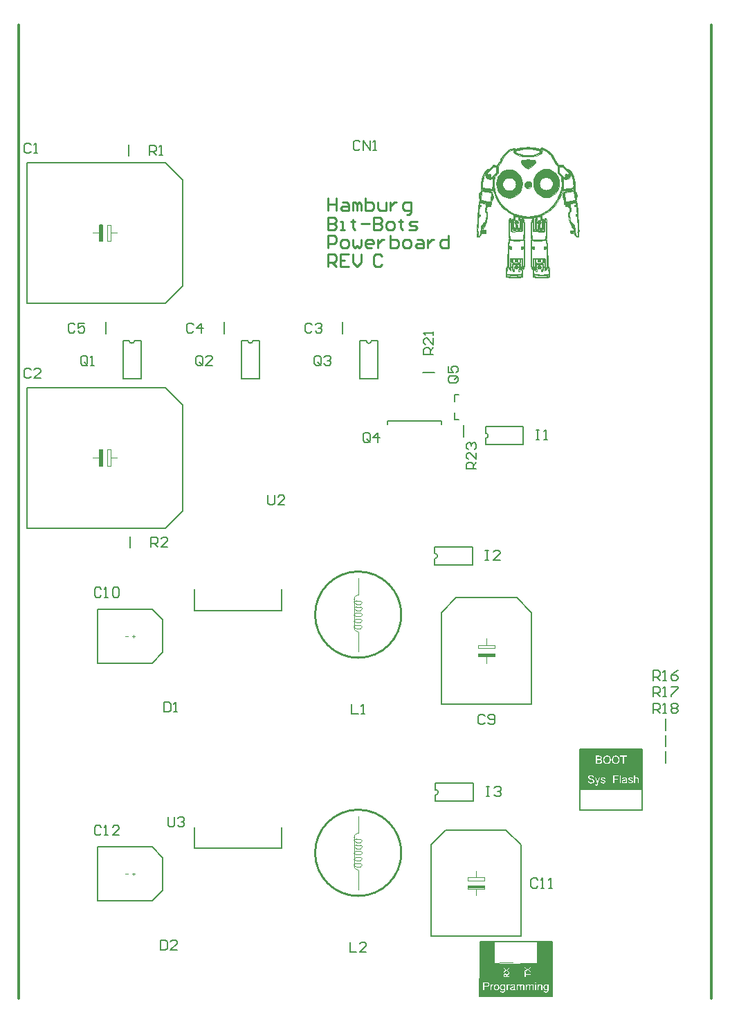
<source format=gto>
G04 Layer_Color=65535*
%FSLAX44Y44*%
%MOMM*%
G71*
G01*
G75*
%ADD30C,0.3000*%
%ADD46C,0.2000*%
%ADD47C,0.2540*%
%ADD52C,0.1000*%
%ADD53C,0.0035*%
%ADD54R,0.7700X2.1000*%
%ADD55R,1.7218X0.0818*%
%ADD56R,3.8500X0.4000*%
%ADD57R,1.7500X2.5000*%
%ADD58R,6.1700X0.5000*%
%ADD59R,1.4700X2.5000*%
%ADD60R,4.9000X0.4000*%
%ADD61R,7.5700X0.4550*%
%ADD62R,3.7700X0.4000*%
%ADD63R,2.3862X1.9946*%
%ADD64R,1.1810X1.9540*%
%ADD65R,2.1200X1.8456*%
%ADD66R,1.8410X2.7490*%
%ADD67R,1.8310X2.7350*%
%ADD68R,2.0000X0.4000*%
%ADD69R,0.4000X2.0000*%
G36*
X676934Y959276D02*
X677393Y958978D01*
X677854Y958090D01*
X678109Y956855D01*
X678469Y953303D01*
X678619Y948770D01*
X678601Y943845D01*
X678449Y939153D01*
X678240Y935816D01*
X677964Y933437D01*
X677965Y933435D01*
X677964Y933433D01*
X677967Y933428D01*
X677968Y933423D01*
X677970Y933422D01*
X677972Y933420D01*
X677976Y933419D01*
X677981Y933416D01*
X677983Y933417D01*
X677985Y933416D01*
X678030Y933421D01*
X678413Y933274D01*
X678606Y932909D01*
X679177Y926415D01*
X679679Y918814D01*
X680015Y910402D01*
X680079Y901479D01*
X680073Y901406D01*
Y901406D01*
X680057Y901293D01*
X680002Y900975D01*
Y900975D01*
X679897Y900489D01*
X679734Y899876D01*
X679734Y899874D01*
X679733Y899871D01*
X679735Y899866D01*
X679736Y899862D01*
X679738Y899861D01*
X679739Y899858D01*
X679743Y899856D01*
X679747Y899853D01*
X679750Y899854D01*
X679753Y899853D01*
X680716Y899865D01*
X680717D01*
X681215Y899870D01*
X681279Y899371D01*
X681339Y898895D01*
X681493Y897633D01*
X681699Y895839D01*
X681916Y893765D01*
X682101Y891666D01*
X682218Y889784D01*
X682225Y888356D01*
X682165Y887837D01*
X682105Y887594D01*
X681874Y887308D01*
X681501Y887095D01*
X681082Y886978D01*
X679769Y886700D01*
X677882Y886427D01*
X677882D01*
X675489Y886209D01*
X672669Y886103D01*
X669496Y886157D01*
X666048Y886421D01*
X666047D01*
X662408Y886948D01*
X662032Y887013D01*
X661956Y887382D01*
Y887383D01*
X661845Y888017D01*
Y888017D01*
X661640Y889764D01*
X661536Y892372D01*
X661726Y895603D01*
X661726Y895605D01*
X661726Y895607D01*
X661724Y895611D01*
X661722Y895617D01*
X661720Y895618D01*
X661719Y895619D01*
X661253Y895963D01*
X660689Y896598D01*
X660099Y897600D01*
X659551Y899049D01*
X659111Y901022D01*
X658850Y903604D01*
X658835Y906879D01*
Y906890D01*
Y906897D01*
X658961Y932625D01*
X659147Y933032D01*
X659568Y933193D01*
X659571Y933196D01*
X659576Y933199D01*
X659577Y933202D01*
X659578Y933203D01*
Y933207D01*
X659580Y933213D01*
X659216Y936578D01*
X658978Y940478D01*
X658880Y944618D01*
X658944Y948703D01*
X659194Y952530D01*
Y952530D01*
X659665Y955677D01*
X659995Y956909D01*
X660420Y957884D01*
X661016Y958588D01*
X661434Y958797D01*
X661910Y958845D01*
X662219Y958705D01*
X662397Y958415D01*
X662741Y955307D01*
X662743Y951456D01*
Y947636D01*
X662743Y947635D01*
X662743Y947635D01*
X662980Y944090D01*
X662983Y944083D01*
X662984Y944079D01*
X662986Y944079D01*
X662986Y944077D01*
X662992Y944075D01*
X662997Y944072D01*
X663700Y944025D01*
X665053Y943940D01*
X666894Y943837D01*
X666894D01*
X669059Y943739D01*
X669059D01*
X671461Y943666D01*
X671462D01*
X673546Y943661D01*
X673546D01*
X674367Y943694D01*
X674367Y943695D01*
X674368Y943694D01*
X674972Y943751D01*
X674974Y943752D01*
X674975D01*
X675048Y943770D01*
X675052Y943773D01*
X675057Y943775D01*
X675058Y943777D01*
X675059Y943778D01*
X675060Y943783D01*
X675062Y943788D01*
X674995Y948738D01*
X674964Y952880D01*
X675091Y956166D01*
X675607Y958409D01*
X675628Y958447D01*
X675925Y958902D01*
X676336Y959222D01*
X676627Y959300D01*
X676780Y959305D01*
X676934Y959276D01*
D02*
G37*
G36*
X708892Y953471D02*
X710255Y952359D01*
X711223Y950959D01*
X711873Y949327D01*
X712288Y947509D01*
X712547Y945563D01*
X712546Y945562D01*
X712727Y943538D01*
X712910Y941489D01*
Y941488D01*
X712738Y941357D01*
X712396Y941262D01*
X712365Y941426D01*
X712097Y944407D01*
X712426Y944424D01*
X712432Y944427D01*
X712438Y944429D01*
X712438Y944430D01*
X712439Y944430D01*
X712441Y944436D01*
X712443Y944443D01*
X712443Y944443D01*
X712443Y944444D01*
X712440Y944450D01*
X712438Y944456D01*
X712437Y944456D01*
X712059Y944834D01*
X711997Y945525D01*
X711996Y945526D01*
X711997Y945527D01*
X711341Y949204D01*
X711339Y949206D01*
Y949208D01*
X710730Y950747D01*
X710728Y950749D01*
X710727Y950751D01*
X709838Y952036D01*
X709836Y952038D01*
X709835Y952040D01*
X708569Y953045D01*
X708567Y953046D01*
X708564Y953047D01*
X707297Y953557D01*
X707272Y953629D01*
Y953629D01*
X707090Y954229D01*
X708892Y953471D01*
D02*
G37*
G36*
X708548Y953014D02*
X709809Y952013D01*
X710696Y950730D01*
X711304Y949196D01*
X711959Y945522D01*
Y945522D01*
X712017Y944876D01*
X711315Y945576D01*
X710316Y946923D01*
X709443Y948401D01*
X708698Y949910D01*
Y949910D01*
X708086Y951351D01*
X707609Y952625D01*
X707609Y952625D01*
X707312Y953510D01*
X708548Y953014D01*
D02*
G37*
G36*
X712381Y944459D02*
X712094Y944445D01*
X712064Y944776D01*
X712381Y944459D01*
D02*
G37*
G36*
X712327Y941422D02*
X712327Y941421D01*
Y941421D01*
X712360Y941252D01*
X711448Y940999D01*
X711096Y940961D01*
X710274Y940872D01*
X709101Y940866D01*
X707820Y940867D01*
X707513Y941783D01*
Y941783D01*
X707329Y942549D01*
X707271Y943238D01*
X707339Y943936D01*
X709137Y944225D01*
X709138D01*
X710430Y944339D01*
X711443Y944374D01*
X711444D01*
X712059Y944405D01*
X712327Y941422D01*
D02*
G37*
G36*
X781426Y286761D02*
X733920D01*
Y307015D01*
X781426D01*
Y286761D01*
D02*
G37*
G36*
X755661Y283010D02*
X796364D01*
Y262930D01*
X755661D01*
Y260049D01*
X723920D01*
Y283015D01*
X755661D01*
Y283010D01*
D02*
G37*
G36*
X634184Y959374D02*
X634594Y959055D01*
X634892Y958600D01*
Y958599D01*
X634915Y958559D01*
X635428Y956317D01*
X635556Y953032D01*
X635526Y948889D01*
X635460Y943940D01*
X635462Y943935D01*
X635463Y943930D01*
X635464Y943929D01*
X635465Y943927D01*
X635470Y943924D01*
X635474Y943922D01*
X635547Y943904D01*
X635548Y943904D01*
X635550Y943903D01*
X636153Y943846D01*
X636153Y943846D01*
X636154Y943846D01*
X636975Y943812D01*
X636976D01*
X639058Y943817D01*
X639059D01*
X641462Y943890D01*
X641462D01*
X643625Y943989D01*
X643625D01*
X645466Y944091D01*
X646820Y944177D01*
X647525Y944224D01*
X647531Y944227D01*
X647536Y944229D01*
X647536Y944230D01*
X647538Y944230D01*
X647540Y944236D01*
X647542Y944241D01*
X647777Y947787D01*
X647776Y947787D01*
X647777Y947788D01*
X647778Y951608D01*
X647780Y955459D01*
X648123Y958567D01*
X648300Y958856D01*
X648610Y958996D01*
X649086Y958948D01*
X649505Y958739D01*
X650101Y958035D01*
X650525Y957060D01*
X650857Y955828D01*
X651326Y952681D01*
Y952681D01*
X651577Y948855D01*
X651639Y944769D01*
X651543Y940630D01*
X651303Y936729D01*
X650940Y933364D01*
X650942Y933359D01*
Y933354D01*
X650944Y933353D01*
X650945Y933350D01*
X650949Y933347D01*
X650953Y933345D01*
X651373Y933183D01*
X651559Y932776D01*
X651687Y907048D01*
Y907042D01*
Y907031D01*
X651671Y903755D01*
X651408Y901173D01*
X650969Y899201D01*
X650421Y897752D01*
X649830Y896749D01*
X649269Y896115D01*
X648808Y895777D01*
X648807Y895775D01*
X648806Y895774D01*
X648804Y895769D01*
X648801Y895765D01*
X648801Y895763D01*
X648801Y895761D01*
X648991Y892528D01*
X648887Y889918D01*
X648681Y888169D01*
Y888169D01*
X648571Y887534D01*
Y887534D01*
X648495Y887165D01*
X648119Y887100D01*
X644478Y886573D01*
X644478D01*
X641028Y886308D01*
X637853Y886254D01*
X635031Y886360D01*
X632639Y886574D01*
X630754Y886844D01*
X630754Y886845D01*
X629439Y887130D01*
X629019Y887247D01*
X628647Y887459D01*
X628416Y887745D01*
X628357Y887986D01*
Y887987D01*
X628296Y888508D01*
X628302Y889935D01*
X628418Y891817D01*
X628605Y893916D01*
X628822Y895991D01*
X629027Y897784D01*
X629181Y899047D01*
X629241Y899523D01*
X629305Y900022D01*
X629804Y900016D01*
X630768Y900004D01*
X630770Y900005D01*
X630773Y900004D01*
X630778Y900008D01*
X630781Y900010D01*
X630782Y900011D01*
X630785Y900013D01*
X630785Y900019D01*
X630787Y900023D01*
X630786Y900025D01*
X630786Y900027D01*
X630623Y900640D01*
X630519Y901126D01*
Y901127D01*
X630464Y901445D01*
X630448Y901557D01*
X630448Y901558D01*
X630441Y901631D01*
X630506Y910554D01*
X630840Y918965D01*
X631344Y926566D01*
X631914Y933060D01*
X632084Y933408D01*
X632434Y933573D01*
X632488D01*
X632542Y933568D01*
X632544Y933568D01*
X632546Y933568D01*
X632550Y933570D01*
X632556Y933572D01*
X632557Y933574D01*
X632559Y933575D01*
X632560Y933579D01*
X632563Y933584D01*
X632562Y933586D01*
X632563Y933589D01*
X632283Y935966D01*
X632073Y939304D01*
X631919Y943997D01*
X631903Y948922D01*
X632052Y953455D01*
X632411Y957007D01*
X632665Y958242D01*
X633129Y959129D01*
X633588Y959427D01*
X633739Y959451D01*
X633894D01*
X634184Y959374D01*
D02*
G37*
G36*
X664000Y29841D02*
X685936D01*
Y7048D01*
X595920D01*
Y29841D01*
X620792D01*
Y47414D01*
X638000D01*
Y29841D01*
X646792D01*
Y48226D01*
X664000D01*
Y29841D01*
D02*
G37*
G36*
X659579Y1045805D02*
X659579D01*
X663584Y1045236D01*
X663584Y1045236D01*
X667467Y1044307D01*
X667467D01*
X671206Y1043042D01*
X671208D01*
X671211Y1043041D01*
X671216Y1043043D01*
X671220Y1043043D01*
X671222Y1043045D01*
X671224Y1043045D01*
X671226Y1043050D01*
X671230Y1043054D01*
X671230Y1043056D01*
X671231Y1043058D01*
X671322Y1044240D01*
X671399Y1045228D01*
X672379Y1045115D01*
X676276Y1044100D01*
X679663Y1042206D01*
X682535Y1039751D01*
X684896Y1037053D01*
X686690Y1034513D01*
X688003Y1032307D01*
X688840Y1030676D01*
X689210Y1029863D01*
X689211Y1029862D01*
X689212Y1029860D01*
X693163Y1024046D01*
X693165Y1024044D01*
X693166Y1024043D01*
X693170Y1024042D01*
X693175Y1024038D01*
X693177Y1024039D01*
X693179Y1024038D01*
X698126Y1024141D01*
X698548Y1024147D01*
X698839Y1023838D01*
X698840Y1023837D01*
X703035Y1019346D01*
X703040Y1019344D01*
X703045Y1019341D01*
X704474Y1019065D01*
X705784Y1018467D01*
X706974Y1017593D01*
X708027Y1016492D01*
X709895Y1013534D01*
X711304Y1010000D01*
X712306Y1006159D01*
X712916Y1002282D01*
X713140Y998623D01*
X712982Y995448D01*
X712881Y994610D01*
X712080D01*
X712079Y994610D01*
X712078Y994610D01*
X711956Y994598D01*
X711956Y994597D01*
X711501Y994538D01*
X710801Y994451D01*
X709907Y994338D01*
X709573Y994295D01*
X709561Y994287D01*
X709557Y994273D01*
X709721Y993031D01*
X709721Y993030D01*
X709722Y993029D01*
X709728Y993018D01*
X709729D01*
Y993018D01*
X709732Y993017D01*
X709742Y993014D01*
X709743Y993015D01*
X712307Y993469D01*
X712887Y993569D01*
X712958Y992983D01*
X713012Y992576D01*
X713015Y992571D01*
X713017Y992566D01*
X714368Y990984D01*
X715136Y989276D01*
X715443Y987541D01*
X715413Y985877D01*
X715166Y984389D01*
X714826Y983175D01*
X714513Y982334D01*
Y982334D01*
X714354Y981972D01*
Y981968D01*
X714352Y981962D01*
X714455Y981162D01*
X714514Y980704D01*
X714425Y980673D01*
X714421Y980669D01*
X714416Y980666D01*
X714416Y980664D01*
X714415Y980663D01*
X714415Y980659D01*
X714413Y980651D01*
X714649Y979560D01*
X714654Y979552D01*
X714657Y979549D01*
X714657Y979549D01*
X714668Y979547D01*
X714671Y979546D01*
X714671D01*
X714697Y979551D01*
X714956Y979498D01*
X715144Y979355D01*
X715220Y979235D01*
X715298Y979049D01*
X715492Y978125D01*
X715685Y976618D01*
X715891Y974574D01*
X716335Y969233D01*
X716789Y962881D01*
Y962881D01*
X717007Y959574D01*
X717215Y956309D01*
X717406Y953190D01*
X717581Y950316D01*
X717731Y947790D01*
X717855Y945711D01*
X717945Y944179D01*
X718001Y943299D01*
X717878Y942919D01*
X717537Y942701D01*
X717442Y942666D01*
X717439Y942663D01*
X717436Y942661D01*
X717261Y942493D01*
X717259Y942489D01*
X717256Y942486D01*
X717184Y942293D01*
X717185Y942290D01*
X717183Y942287D01*
X717178Y941944D01*
X717179Y941941D01*
X717179Y941939D01*
X717320Y941405D01*
X717321Y941404D01*
Y941402D01*
X717687Y940637D01*
X717759Y940331D01*
X717601Y936634D01*
X717457Y936289D01*
X717135Y936103D01*
X716951Y936082D01*
X716455Y936083D01*
X715747Y936199D01*
X714927Y936525D01*
X714091Y937149D01*
X713334Y938134D01*
X712731Y939541D01*
X712404Y941225D01*
X712751Y941321D01*
X712754Y941323D01*
X712758Y941324D01*
X712940Y941464D01*
X712941Y941465D01*
X712942Y941466D01*
X712944Y941471D01*
X712947Y941476D01*
X712947Y941477D01*
X712947Y941479D01*
Y941491D01*
X712947Y941492D01*
X712947Y941493D01*
X712765Y943541D01*
X712584Y945565D01*
Y945566D01*
Y945566D01*
X712326Y947515D01*
X712326Y947516D01*
Y947516D01*
X711910Y949336D01*
X711909Y949337D01*
Y949338D01*
X711256Y950975D01*
X711255Y950977D01*
X711254Y950979D01*
X710285Y952383D01*
X710282Y952384D01*
X710281Y952387D01*
X708914Y953501D01*
X708911Y953502D01*
X708910Y953504D01*
X707067Y954280D01*
X707060D01*
X707054Y954280D01*
X707054Y954280D01*
X707053D01*
X707048Y954274D01*
X707044Y954271D01*
Y954271D01*
X707042Y954270D01*
Y954262D01*
X707042Y954257D01*
X707236Y953618D01*
X707236Y953618D01*
X707251Y953576D01*
X706826Y953745D01*
X706530Y953946D01*
X706406Y954279D01*
X706222Y955925D01*
X706221Y955926D01*
Y955927D01*
X705854Y957734D01*
Y957734D01*
X705424Y959629D01*
X705055Y961538D01*
X704871Y963409D01*
X705024Y965188D01*
X705604Y966656D01*
X706699Y967895D01*
Y967896D01*
X706699D01*
X706704Y967909D01*
X706442Y971328D01*
X706440Y971332D01*
X706439Y971338D01*
X705740Y972244D01*
X705738Y972245D01*
X705737Y972247D01*
X704938Y972901D01*
X704936Y972901D01*
X704935Y972903D01*
X704096Y973343D01*
X704094D01*
X704093Y973344D01*
X703274Y973614D01*
X703273D01*
X703272Y973615D01*
X702530Y973755D01*
X702529D01*
X702528Y973755D01*
X701924Y973804D01*
X701924Y973803D01*
X701923Y973804D01*
X701517D01*
X701516Y973803D01*
X701516Y973804D01*
X701386Y973795D01*
X701163Y976613D01*
Y976613D01*
X701161Y976618D01*
X701157Y976626D01*
X701143Y976631D01*
X701143D01*
X700249Y976555D01*
X699944Y976529D01*
X699783Y978615D01*
X699783Y978616D01*
Y978616D01*
X699362Y981156D01*
X699361Y981158D01*
Y981160D01*
X698565Y982886D01*
X698052Y985095D01*
X698143Y987694D01*
X699162Y990596D01*
X699162Y990599D01*
X699163Y990602D01*
Y990627D01*
X699163Y990628D01*
X699163Y990629D01*
X699109Y991145D01*
X699627Y991232D01*
X701233Y991517D01*
X701245Y991525D01*
X701248Y991539D01*
Y991540D01*
X701106Y992349D01*
X701105Y992350D01*
Y992352D01*
X700846Y993124D01*
X700843Y993127D01*
X700840Y993133D01*
X700838Y993133D01*
X700837Y993134D01*
X700833Y993135D01*
X700826Y993136D01*
X700120Y993045D01*
X699295Y992937D01*
X699294Y992936D01*
X698609Y992848D01*
X698609Y992848D01*
X698323Y992810D01*
X697656Y992725D01*
X697653Y992723D01*
X697650Y992723D01*
X697647Y992719D01*
X697644Y992717D01*
X697643Y992714D01*
X697641Y992711D01*
X696165Y987805D01*
Y987805D01*
X694132Y983158D01*
X691581Y978804D01*
X688555Y974785D01*
X685097Y971140D01*
X681249Y967908D01*
X677057Y965130D01*
X672561Y962845D01*
X672559Y962843D01*
X672556Y962842D01*
X672554Y962838D01*
X672551Y962834D01*
X672551Y962831D01*
X672550Y962829D01*
Y958639D01*
X672556Y958626D01*
X672569Y958620D01*
X674156D01*
X674139Y957657D01*
X674047Y951875D01*
Y951874D01*
Y951807D01*
Y951807D01*
X674066Y950763D01*
X674044Y949650D01*
Y949650D01*
X674026Y948357D01*
Y948357D01*
Y948357D01*
X674054Y946776D01*
X674065Y945801D01*
X673151Y945789D01*
X673151D01*
X673059Y945783D01*
X673056Y945782D01*
X673051Y945781D01*
X673049Y945778D01*
X673047Y945777D01*
X673046Y945774D01*
X673042Y945770D01*
X672868Y945131D01*
X672312Y944463D01*
X671436Y944140D01*
X671351Y944128D01*
X671263D01*
X670663Y944249D01*
X670141Y944531D01*
X669737Y944913D01*
X669484Y945334D01*
X669394Y945720D01*
X669391Y945724D01*
X669389Y945729D01*
X669387Y945730D01*
X669385Y945732D01*
X669380Y945732D01*
X669376Y945734D01*
X668393D01*
X668390Y945733D01*
X668387D01*
X668384Y945731D01*
X668380Y945729D01*
X668378Y945725D01*
X668376Y945723D01*
X668089Y945097D01*
X667666Y944628D01*
X667291Y944406D01*
X666968Y944327D01*
X666663Y944334D01*
X666347Y944370D01*
X666346D01*
X666203Y944382D01*
X666072Y944436D01*
X665734Y944604D01*
X665509Y944784D01*
X665347Y945002D01*
X665204Y945285D01*
X665090Y945655D01*
X665087Y945658D01*
X665085Y945662D01*
X665082Y945663D01*
X665080Y945666D01*
X665076Y945666D01*
X665072Y945668D01*
X664909Y945674D01*
X663975Y945722D01*
X664005Y946654D01*
X664005Y946655D01*
X664005Y946655D01*
X663986Y947279D01*
X664016Y948051D01*
X664077Y949333D01*
Y949333D01*
X664157Y951480D01*
Y951480D01*
X664235Y957299D01*
X664247Y958125D01*
X665067Y958233D01*
X665068Y958233D01*
X665408Y958274D01*
X665413Y958278D01*
X665419Y958280D01*
X665419Y958281D01*
X665420Y958282D01*
X665422Y958286D01*
X665424Y958293D01*
Y960233D01*
X665424Y960235D01*
X665424Y960236D01*
X665421Y960240D01*
X665419Y960246D01*
X665417Y960247D01*
X665417Y960248D01*
X665412Y960249D01*
X665406Y960252D01*
X665404Y960251D01*
X665403Y960252D01*
X660509Y959524D01*
X655464Y959301D01*
X650458Y959601D01*
X645622Y960452D01*
X645621Y960452D01*
X645619Y960453D01*
X645614Y960451D01*
X645609Y960449D01*
X645608Y960448D01*
X645606Y960447D01*
X645604Y960442D01*
X645601Y960437D01*
X645601Y960436D01*
X645601Y960434D01*
Y958548D01*
X645603Y958542D01*
X645605Y958537D01*
X645606Y958536D01*
X645606Y958535D01*
X645611Y958533D01*
X645617Y958529D01*
X645963Y958487D01*
X646783Y958380D01*
X646795Y957554D01*
X646873Y951735D01*
Y951717D01*
Y951716D01*
Y951716D01*
X647025Y946903D01*
X647055Y945965D01*
X646116Y945923D01*
X646116D01*
X645952Y945916D01*
X645948Y945914D01*
X645944Y945914D01*
X645942Y945911D01*
X645939Y945910D01*
X645937Y945906D01*
X645935Y945903D01*
X645821Y945543D01*
X645395Y944972D01*
X644708Y944557D01*
X644579Y944504D01*
X644436Y944492D01*
X643685Y944474D01*
X642854Y944804D01*
X642433Y945263D01*
X642151Y945875D01*
X642148Y945878D01*
X642147Y945880D01*
X642143Y945882D01*
X642140Y945884D01*
X642137D01*
X642134Y945886D01*
X641146D01*
X641141Y945884D01*
X641136Y945883D01*
X641135Y945881D01*
X641133Y945880D01*
X641131Y945876D01*
X641127Y945871D01*
X641043Y945493D01*
X640784Y945091D01*
X640362Y944753D01*
X639823Y944515D01*
X639218Y944413D01*
X639130D01*
X639040Y944425D01*
X638526Y944543D01*
X638068Y944733D01*
X637694Y945008D01*
X637423Y945385D01*
X637248Y946023D01*
X637245Y946027D01*
X637244Y946031D01*
X637241Y946032D01*
X637239Y946035D01*
X637235Y946035D01*
X637231Y946037D01*
X637140Y946044D01*
X637137Y946043D01*
X637135Y946043D01*
X636413Y945908D01*
X636449Y946843D01*
Y946843D01*
X636476Y948423D01*
Y948423D01*
Y948424D01*
X636455Y949715D01*
X636431Y950828D01*
X636449Y951874D01*
Y951874D01*
Y951941D01*
Y951942D01*
X636364Y957725D01*
X636352Y958688D01*
X637315D01*
X637318Y958689D01*
X637323D01*
X637729Y958877D01*
X637731Y958879D01*
X637734Y958881D01*
X637736Y958885D01*
X637739Y958887D01*
Y958891D01*
X637740Y958894D01*
Y963107D01*
X637739Y963109D01*
X637739Y963112D01*
X637736Y963116D01*
X637734Y963120D01*
X637732Y963121D01*
X637730Y963123D01*
X633325Y965415D01*
X629236Y968176D01*
X625496Y971370D01*
X622142Y974964D01*
X619211Y978920D01*
X616735Y983206D01*
X614755Y987782D01*
X613304Y992615D01*
X613301Y992618D01*
X613300Y992620D01*
X613297Y992623D01*
X613294Y992626D01*
X613292Y992626D01*
X613288Y992628D01*
X612664Y992707D01*
X612378Y992744D01*
X612378Y992744D01*
X611694Y992834D01*
X610870Y992941D01*
X610167Y993034D01*
X610162Y993033D01*
X610156Y993033D01*
X610154Y993031D01*
X610153Y993030D01*
X610150Y993026D01*
X610147Y993022D01*
X609884Y992250D01*
Y992249D01*
X609883Y992248D01*
X609740Y991436D01*
X609744Y991422D01*
X609756Y991414D01*
X611362Y991129D01*
X611871Y991041D01*
X611825Y990525D01*
X611825Y990524D01*
X611825Y990524D01*
Y990500D01*
X611826Y990497D01*
X611826Y990494D01*
X612844Y987594D01*
X612938Y984997D01*
X612427Y982791D01*
X611632Y981063D01*
Y981060D01*
X611631Y981058D01*
X611211Y978513D01*
Y978513D01*
X611210Y978512D01*
X611051Y976420D01*
X610743Y976446D01*
X609851Y976522D01*
X609851D01*
X609838Y976518D01*
X609831Y976505D01*
Y976505D01*
X609601Y973692D01*
X609471Y973700D01*
X609470Y973700D01*
X609470Y973700D01*
X609063Y973700D01*
X609063Y973699D01*
X609062Y973700D01*
X608459Y973650D01*
X608458Y973650D01*
X608457Y973650D01*
X607715Y973509D01*
X607714Y973508D01*
X607713D01*
X606893Y973237D01*
X606892Y973236D01*
X606891D01*
X606052Y972794D01*
X606050Y972792D01*
X606048Y972791D01*
X605250Y972138D01*
X605249Y972136D01*
X605247Y972135D01*
X604549Y971229D01*
X604548Y971223D01*
X604545Y971218D01*
X604285Y967806D01*
Y967805D01*
X604289Y967792D01*
X605380Y966553D01*
X605957Y965086D01*
X606110Y963306D01*
X605927Y961436D01*
X605558Y959526D01*
X605558Y959526D01*
X605131Y957631D01*
Y957630D01*
X604764Y955823D01*
Y955823D01*
X604764Y955822D01*
X604581Y954174D01*
X604581Y954173D01*
X604581Y954172D01*
X604569Y953756D01*
X604165Y953644D01*
X604164D01*
X604043Y953608D01*
X604041Y953607D01*
X604038Y953606D01*
X604035Y953602D01*
X604032Y953599D01*
X604032Y953597D01*
X604030Y953595D01*
X604000Y953461D01*
Y953460D01*
X603782Y952644D01*
X603781Y952644D01*
X603406Y951439D01*
X602873Y949973D01*
X601632Y947354D01*
X599887Y944878D01*
X599886Y944873D01*
X599883Y944867D01*
X599884Y944865D01*
X599884Y944864D01*
X599886Y944859D01*
X599888Y944854D01*
X599890Y944853D01*
X599891Y944852D01*
X599896Y944851D01*
X599901Y944848D01*
X600601Y944822D01*
X601427Y944757D01*
X602459Y944626D01*
X602460D01*
X603769Y944401D01*
X604065Y944242D01*
X604224Y943946D01*
X604296Y943149D01*
X604229Y942366D01*
X604030Y941522D01*
Y941522D01*
X603711Y940554D01*
X603497Y940281D01*
X603167Y940176D01*
X600874Y940175D01*
X598529Y940540D01*
X598523Y940538D01*
X598517Y940538D01*
X598516Y940537D01*
X598515Y940536D01*
X598512Y940531D01*
X598508Y940526D01*
X598096Y938979D01*
X597513Y937809D01*
X596814Y936969D01*
X596061Y936422D01*
X595240Y936096D01*
X594533Y935980D01*
X594037Y935979D01*
X593849Y936000D01*
X593849D01*
X593404Y936076D01*
X593386Y936527D01*
X593229Y940230D01*
Y940231D01*
Y940231D01*
X593218Y940389D01*
X593299Y940530D01*
Y940530D01*
X593299Y940531D01*
X593665Y941298D01*
Y941300D01*
X593666Y941301D01*
X593808Y941836D01*
X593807Y941839D01*
X593808Y941841D01*
X593803Y942184D01*
X593802Y942187D01*
Y942190D01*
X593731Y942382D01*
X593729Y942385D01*
X593727Y942389D01*
X593550Y942559D01*
X593547Y942560D01*
X593544Y942563D01*
X593447Y942599D01*
X593446D01*
X593444Y942601D01*
X592951Y942694D01*
X592987Y943193D01*
Y943193D01*
X593042Y944076D01*
X593133Y945608D01*
X593256Y947686D01*
Y947686D01*
X593406Y950213D01*
X593580Y953087D01*
X593773Y956206D01*
X593980Y959470D01*
X594199Y962778D01*
X594648Y969130D01*
X595090Y974471D01*
X595296Y976516D01*
X595490Y978022D01*
X595689Y978946D01*
X595767Y979131D01*
X595844Y979252D01*
X596031Y979396D01*
X596195Y979442D01*
X596320D01*
X596325Y979444D01*
X596330Y979445D01*
X596331Y979447D01*
X596333Y979448D01*
X596335Y979453D01*
X596339Y979457D01*
X596574Y980548D01*
X596573Y980554D01*
X596573Y980560D01*
X596572Y980561D01*
X596571Y980562D01*
X596568Y980565D01*
X596562Y980570D01*
X596474Y980602D01*
X596533Y981059D01*
X596635Y981853D01*
X596634Y981858D01*
Y981863D01*
X596473Y982225D01*
Y982226D01*
X596161Y983066D01*
X595821Y984280D01*
X595575Y985767D01*
X595543Y987431D01*
X595849Y989166D01*
X596614Y990875D01*
X597964Y992458D01*
X597966Y992462D01*
X597969Y992467D01*
X598024Y992879D01*
X598100Y993466D01*
X598681Y993366D01*
X601245Y992912D01*
X601245Y992911D01*
X601252Y992913D01*
X601259Y992915D01*
X601259Y992915D01*
X601259D01*
X601261Y992918D01*
X601267Y992927D01*
Y992927D01*
Y992928D01*
X601424Y994165D01*
X601420Y994179D01*
X601408Y994186D01*
X601081Y994228D01*
X600185Y994342D01*
X600184D01*
X599487Y994428D01*
X599486Y994428D01*
X599032Y994489D01*
X599031Y994489D01*
X599031Y994489D01*
X598910Y994500D01*
X598909Y994500D01*
X598909Y994500D01*
X598107D01*
X598006Y995339D01*
X597847Y998515D01*
X598070Y1002173D01*
X598680Y1006050D01*
X599684Y1009891D01*
X601091Y1013424D01*
X602961Y1016384D01*
X604014Y1017484D01*
X605201Y1018358D01*
X606514Y1018956D01*
X607944Y1019231D01*
X607948Y1019234D01*
X607954Y1019237D01*
X612148Y1023728D01*
X612149Y1023729D01*
X612440Y1024038D01*
X612861Y1024032D01*
X617723Y1023935D01*
X617725Y1023936D01*
X617727Y1023935D01*
X617732Y1023938D01*
X617736Y1023940D01*
X617737Y1023942D01*
X617739Y1023943D01*
X621649Y1029762D01*
X621649Y1029764D01*
X621650Y1029765D01*
X622097Y1030731D01*
X622996Y1032443D01*
X624346Y1034666D01*
X624346D01*
X626152Y1037169D01*
Y1037170D01*
X628492Y1039783D01*
X631325Y1042149D01*
X634645Y1043968D01*
X638456Y1044946D01*
X639437Y1045057D01*
X639514Y1044071D01*
X639594Y1043017D01*
X639595Y1043014D01*
Y1043012D01*
X639598Y1043008D01*
X639601Y1043003D01*
X639603Y1043003D01*
X639604Y1043001D01*
X639609Y1043001D01*
X639614Y1042999D01*
X639617Y1043000D01*
X639619D01*
X643379Y1044284D01*
X643379D01*
X647285Y1045223D01*
X651317Y1045803D01*
X651317D01*
X655464Y1046000D01*
X659579Y1045805D01*
D02*
G37*
%LPC*%
G36*
X662777Y889888D02*
X662773Y889885D01*
X662769Y889885D01*
X662767Y889883D01*
X662765Y889882D01*
X662763Y889876D01*
X662761Y889873D01*
X662762Y889871D01*
X662761Y889868D01*
X662888Y888705D01*
X662888Y888705D01*
X662998Y888006D01*
X663000Y888001D01*
X663001Y887997D01*
X663004Y887996D01*
X663005Y887993D01*
X663010Y887992D01*
X663014Y887990D01*
X666460Y887516D01*
X666460Y887516D01*
X666461Y887516D01*
X669728Y887279D01*
X669728D01*
X672739Y887234D01*
X672740Y887234D01*
X672740Y887234D01*
X675419Y887335D01*
X675419Y887336D01*
X675420Y887335D01*
X677750Y887545D01*
X677750Y887545D01*
X677751D01*
X679567Y887808D01*
X679568D01*
X680781Y888063D01*
X680781Y888063D01*
X680782D01*
X680990Y888129D01*
X680991D01*
X681062Y888155D01*
X681064Y888157D01*
X681067Y888158D01*
X681069Y888161D01*
X681073Y888164D01*
Y888167D01*
X681074Y888170D01*
X681105Y888419D01*
X681104Y888420D01*
X681105Y888421D01*
X681099Y889573D01*
X681099Y889574D01*
X681099Y889576D01*
X681096Y889581D01*
X681094Y889586D01*
X681092Y889587D01*
X681092Y889588D01*
X681086Y889589D01*
X681080Y889592D01*
X681079Y889592D01*
X681078Y889592D01*
X679948Y889452D01*
X678264Y889277D01*
X676137Y889113D01*
X673680Y888999D01*
X671005Y888977D01*
X668223Y889090D01*
X665444Y889381D01*
X662783Y889888D01*
X662781Y889887D01*
X662777Y889888D01*
D02*
G37*
G36*
X647748Y890040D02*
X647745Y890039D01*
X647743Y890040D01*
X645081Y889532D01*
X642302Y889241D01*
X639519Y889128D01*
X636842Y889150D01*
X634384Y889264D01*
X632257Y889429D01*
X630573Y889603D01*
X629443Y889744D01*
X629441Y889743D01*
X629440Y889744D01*
X629434Y889741D01*
X629429Y889739D01*
X629428Y889738D01*
X629427Y889738D01*
X629425Y889733D01*
X629422Y889727D01*
X629422Y889726D01*
X629422Y889725D01*
X629416Y888573D01*
X629416Y888572D01*
X629416Y888570D01*
X629446Y888322D01*
X629448Y888319D01*
Y888316D01*
X629451Y888313D01*
X629454Y888309D01*
X629456Y888308D01*
X629459Y888306D01*
X629529Y888280D01*
X629530D01*
X629530Y888280D01*
X629738Y888215D01*
X629739D01*
X629740Y888214D01*
X630952Y887960D01*
X630953D01*
X632771Y887697D01*
X632772D01*
X632772Y887697D01*
X635106Y887486D01*
X635107Y887487D01*
X635107Y887486D01*
X637785Y887385D01*
X637786Y887386D01*
X637787Y887385D01*
X640798Y887431D01*
X640798Y887431D01*
X640799Y887431D01*
X644065Y887667D01*
X644066Y887668D01*
X644067D01*
X647514Y888141D01*
X647517Y888144D01*
X647522Y888145D01*
X647523Y888147D01*
X647526Y888148D01*
X647527Y888154D01*
X647529Y888157D01*
X647637Y888856D01*
X647637Y888857D01*
X647765Y890019D01*
X647764Y890022D01*
X647765Y890025D01*
X647762Y890028D01*
X647761Y890033D01*
X647758Y890034D01*
X647757Y890036D01*
X647753Y890037D01*
X647748Y890040D01*
D02*
G37*
G36*
X644965Y902454D02*
X637424D01*
X637413Y902449D01*
X637411Y902449D01*
X637411Y902449D01*
X637407Y902440D01*
X637405Y902436D01*
X637301Y899957D01*
X637278Y899357D01*
X637175Y896884D01*
X637175Y896883D01*
X637175Y896881D01*
X637178Y896876D01*
X637180Y896870D01*
X637181Y896870D01*
X637181Y896869D01*
X637188Y896867D01*
X637193Y896864D01*
X637194Y896864D01*
X637195Y896864D01*
X637826Y896919D01*
X638447Y896971D01*
X638436Y896343D01*
X638382Y893957D01*
X637255Y893980D01*
X637298Y895718D01*
X637298Y895720D01*
X637298Y895721D01*
X637295Y895726D01*
X637293Y895732D01*
X637292Y895733D01*
X637291Y895733D01*
X637286Y895735D01*
X637279Y895738D01*
X637279Y895737D01*
X637278Y895738D01*
X636634Y895684D01*
X635995Y895631D01*
X636025Y896270D01*
X636127Y898804D01*
Y898804D01*
X636126Y898807D01*
X636122Y898818D01*
X636121Y898818D01*
X636120Y898819D01*
X636109Y898823D01*
X636108D01*
X634636Y898842D01*
X634636D01*
X634627Y898838D01*
X634623Y898837D01*
X634622Y898836D01*
X634618Y898826D01*
X634617Y898823D01*
X634502Y896242D01*
Y896241D01*
Y896241D01*
Y896235D01*
X634461Y895274D01*
X633743Y895729D01*
X633742D01*
X633741Y895730D01*
X633638Y895784D01*
X633421Y895934D01*
X633421D01*
Y895935D01*
X633391Y895954D01*
X632663Y896583D01*
X632062Y897304D01*
X631577Y898080D01*
X631197Y898867D01*
X631194Y898870D01*
X631193Y898872D01*
X631190Y898874D01*
X631186Y898877D01*
X631183D01*
X631180Y898877D01*
X630316Y898884D01*
X630313D01*
X630309Y898882D01*
X630302Y898880D01*
X630301Y898879D01*
X630300Y898878D01*
X630299Y898874D01*
X630295Y898868D01*
X630217Y898250D01*
Y898250D01*
X630083Y897130D01*
X629911Y895613D01*
X629724Y893806D01*
Y893805D01*
Y893805D01*
X629489Y890897D01*
Y890897D01*
Y890896D01*
X629492Y890886D01*
X629493Y890883D01*
X629493Y890882D01*
X629499Y890879D01*
X629505Y890875D01*
X630540Y890750D01*
X630540D01*
X632193Y890581D01*
X632194D01*
X634337Y890415D01*
X634338D01*
X636839Y890299D01*
X636840D01*
X639570Y890276D01*
X639570Y890276D01*
X639571Y890276D01*
X642397Y890393D01*
X642398Y890394D01*
X642398Y890393D01*
X645192Y890695D01*
X645193Y890695D01*
X645194Y890695D01*
X647823Y891227D01*
X647828Y891231D01*
X647833Y891233D01*
X647833Y891234D01*
X647835Y891235D01*
X647836Y891241D01*
X647838Y891245D01*
X647857Y892832D01*
X647856Y892832D01*
X647857Y892833D01*
X647768Y894634D01*
X647768Y894634D01*
X647768Y894635D01*
X647533Y896605D01*
X647533Y896606D01*
Y896607D01*
X647111Y898700D01*
X647107Y898704D01*
X647105Y898709D01*
X647104Y898710D01*
X647103Y898711D01*
X647097Y898712D01*
X647092Y898715D01*
X646165Y898721D01*
X646152Y898715D01*
X646146Y898702D01*
X646164Y896641D01*
Y896640D01*
X646170Y896177D01*
X645721Y896084D01*
X645716D01*
X645714Y896083D01*
X645712Y896083D01*
X645113Y895956D01*
X645108Y895953D01*
X645103Y895951D01*
X645103Y895949D01*
X645101Y895948D01*
X645100Y895943D01*
X645098Y895938D01*
Y894138D01*
X643971D01*
Y896868D01*
X644417Y896961D01*
X645017Y897089D01*
X645023Y897093D01*
X645027Y897095D01*
X645027Y897096D01*
X645029Y897097D01*
X645030Y897104D01*
X645032Y897108D01*
X645014Y899283D01*
Y899283D01*
X645007Y899878D01*
X644984Y902435D01*
X644978Y902449D01*
X644965Y902454D01*
D02*
G37*
G36*
X665685Y24761D02*
X664482D01*
Y23398D01*
X665685D01*
Y24761D01*
D02*
G37*
G36*
X652720Y37193D02*
X651792D01*
Y31000D01*
X652720D01*
Y33495D01*
X659000D01*
Y34699D01*
X652720D01*
Y37193D01*
D02*
G37*
G36*
X673165Y1043037D02*
X673160Y1043035D01*
X673156Y1043035D01*
X673154Y1043033D01*
X673152Y1043032D01*
X673149Y1043027D01*
X673146Y1043024D01*
Y1043022D01*
X673145Y1043019D01*
X673035Y1041602D01*
X672993Y1041049D01*
X672987Y1040970D01*
X672970Y1040903D01*
X672201Y1039207D01*
X670862Y1037818D01*
X669063Y1036702D01*
X666920Y1035828D01*
X664510Y1035167D01*
X661880Y1034702D01*
X661880D01*
X659091Y1034427D01*
X656215Y1034338D01*
X650455Y1034710D01*
X645139Y1035816D01*
X642804Y1036646D01*
X640774Y1037678D01*
X639129Y1038951D01*
X637955Y1040499D01*
X637861Y1040677D01*
X637843Y1040879D01*
X637794Y1041553D01*
X637697Y1042850D01*
X637696Y1042852D01*
X637697Y1042855D01*
X637693Y1042859D01*
X637691Y1042863D01*
X637688Y1042864D01*
X637687Y1042865D01*
X637682Y1042866D01*
X637677Y1042868D01*
X637675Y1042866D01*
X637673D01*
X634680Y1041868D01*
X634678Y1041866D01*
X634676Y1041866D01*
X631998Y1040262D01*
X631997Y1040260D01*
X631996Y1040260D01*
X629648Y1038238D01*
X629647Y1038237D01*
X629646Y1038237D01*
X627645Y1035986D01*
X627645Y1035986D01*
X627644Y1035985D01*
X625892Y1033547D01*
X625892Y1033546D01*
X625891Y1033546D01*
X624584Y1031372D01*
Y1031371D01*
X624583Y1031371D01*
X623731Y1029735D01*
Y1029735D01*
X623731Y1029734D01*
X623350Y1028909D01*
X623212Y1028681D01*
X623212D01*
X620984Y1025648D01*
X620984Y1025647D01*
X620984Y1025647D01*
X619035Y1022412D01*
X619035Y1022407D01*
X619032Y1022402D01*
X618886Y1014474D01*
X618881Y1014093D01*
X618614Y1013820D01*
X618613Y1013820D01*
X614734Y1009911D01*
X614710Y1009886D01*
X614704Y1009873D01*
X614686Y1008615D01*
X614630Y1007593D01*
X614568Y1006889D01*
X614534Y1006583D01*
X614535Y1006582D01*
X614534Y1006581D01*
X614536Y1006576D01*
X614538Y1006569D01*
X614539Y1006569D01*
X614122Y999786D01*
X614123Y999784D01*
X614123Y999783D01*
X615047Y993464D01*
X615048Y993463D01*
X615048Y993461D01*
X616886Y987489D01*
X616887Y987488D01*
Y987486D01*
X619565Y981937D01*
X619566Y981936D01*
X619566Y981935D01*
X623008Y976883D01*
X623009Y976882D01*
X623009Y976880D01*
X627139Y972401D01*
X627140Y972400D01*
X627141Y972399D01*
X631885Y968568D01*
X631887Y968568D01*
X631888Y968567D01*
X637170Y965457D01*
X637172Y965457D01*
X637173Y965456D01*
X642921Y963144D01*
X642922D01*
X642923Y963143D01*
X645614Y962410D01*
X645615D01*
X645616Y962409D01*
X650449Y961518D01*
X650450Y961518D01*
X650452Y961518D01*
X655463Y961203D01*
X655464Y961203D01*
X655465Y961203D01*
X660516Y961435D01*
X660517Y961436D01*
X660518Y961435D01*
X665408Y962197D01*
X665409Y962198D01*
X665411Y962197D01*
X666159Y962413D01*
X666624Y962543D01*
X666624Y962544D01*
X666625D01*
X667055Y962685D01*
X667055Y962686D01*
X667056D01*
X667696Y962932D01*
X667696D01*
X673582Y965233D01*
X673583Y965233D01*
X673584Y965234D01*
X678981Y968373D01*
X678982Y968374D01*
X678984Y968374D01*
X683814Y972272D01*
X683815Y972273D01*
X683816Y972274D01*
X688005Y976848D01*
X688006Y976850D01*
X688007Y976851D01*
X691479Y982020D01*
X691479Y982022D01*
X691481Y982023D01*
X694160Y987708D01*
Y987710D01*
X694161Y987711D01*
X695973Y993830D01*
Y993832D01*
X695974Y993833D01*
X696841Y1000305D01*
X696841Y1000307D01*
X696841Y1000309D01*
X696453Y1006691D01*
X696453Y1006692D01*
X696453Y1006692D01*
X696415Y1007000D01*
X696349Y1007697D01*
X696290Y1008710D01*
X696271Y1009964D01*
X696271Y1009965D01*
X696271Y1009967D01*
X696265Y1009996D01*
Y1009999D01*
X696264Y1010003D01*
X696260Y1010013D01*
X692374Y1013929D01*
X692374Y1013929D01*
X692107Y1014202D01*
X692101Y1014583D01*
X691962Y1022300D01*
X691960Y1022304D01*
X691959Y1022309D01*
X689962Y1025630D01*
X689962Y1025631D01*
X689961Y1025632D01*
X687673Y1028740D01*
X686700Y1030500D01*
Y1030500D01*
X685734Y1032385D01*
X685734Y1032385D01*
Y1032386D01*
X684667Y1034235D01*
X684666Y1034235D01*
X684666Y1034237D01*
X683393Y1035889D01*
X683393Y1035889D01*
X683392Y1035890D01*
X681367Y1038215D01*
X681366Y1038216D01*
X681366Y1038217D01*
X678977Y1040321D01*
X678975Y1040322D01*
X678974Y1040323D01*
X676239Y1041997D01*
X676236Y1041997D01*
X676235Y1041999D01*
X673170Y1043036D01*
X673168D01*
X673165Y1043037D01*
D02*
G37*
G36*
X776346Y301761D02*
X768616D01*
Y300615D01*
X771836D01*
Y292000D01*
X773127D01*
Y300615D01*
X776346D01*
Y301761D01*
D02*
G37*
G36*
X636054Y909122D02*
X635097D01*
X635092Y909120D01*
X635084Y909117D01*
X635084Y909117D01*
X635084Y909116D01*
X635081Y909109D01*
X635078Y909103D01*
X634672Y899987D01*
Y899987D01*
X634673Y899984D01*
X634677Y899974D01*
X634677Y899974D01*
X634677Y899973D01*
X634686Y899969D01*
X634690Y899968D01*
X634690D01*
X636157Y899950D01*
X636157D01*
X636160Y899951D01*
X636170Y899955D01*
X636171Y899955D01*
X636171Y899957D01*
X636176Y899968D01*
X636303Y903040D01*
Y903040D01*
X636327Y903580D01*
X638279D01*
X638283Y903582D01*
X638287D01*
X638289Y903585D01*
X638292Y903586D01*
X638294Y903590D01*
X638297Y903593D01*
Y903596D01*
X638298Y903599D01*
X638296Y903603D01*
Y903607D01*
X638294Y903609D01*
X638292Y903613D01*
X638289Y903614D01*
X638285Y903617D01*
X637831Y903786D01*
X637831D01*
X637238Y904085D01*
X636732Y904466D01*
X636365Y904937D01*
X636182Y905511D01*
X636063Y906837D01*
X636031Y907910D01*
X636046Y908682D01*
X636073Y909101D01*
X636073Y909102D01*
X636073Y909103D01*
X636070Y909111D01*
X636068Y909115D01*
X636068D01*
X636068Y909116D01*
X636057Y909121D01*
X636055Y909121D01*
X636054Y909122D01*
D02*
G37*
G36*
X647790Y909128D02*
X646607D01*
X646600Y909125D01*
X646594Y909123D01*
Y909123D01*
X646594D01*
X646591Y909116D01*
X646588Y909110D01*
X646485Y905546D01*
Y905546D01*
Y905546D01*
Y905399D01*
X646409Y905269D01*
X645973Y904712D01*
X645426Y904256D01*
X644793Y903895D01*
X644097Y903617D01*
X644094Y903614D01*
X644091Y903613D01*
X644089Y903609D01*
X644087Y903607D01*
Y903603D01*
X644085Y903599D01*
X644087Y903596D01*
Y903592D01*
X644089Y903589D01*
X644091Y903586D01*
X644094Y903585D01*
X644097Y903582D01*
X644100D01*
X644104Y903580D01*
X646098D01*
X646103Y903023D01*
Y903023D01*
X646134Y899866D01*
X646139Y899853D01*
X646153Y899847D01*
X647571Y899834D01*
X647686D01*
X647699Y899840D01*
X647705Y899853D01*
X647739Y904516D01*
X647808Y909109D01*
Y909110D01*
X647806Y909115D01*
X647803Y909122D01*
X647803D01*
Y909123D01*
X647795Y909126D01*
X647790Y909128D01*
D02*
G37*
G36*
X645438D02*
X642831D01*
X642818Y909123D01*
X642812Y909110D01*
Y905679D01*
X639667D01*
Y909103D01*
X639662Y909116D01*
X639649Y909122D01*
X637218D01*
X637211Y909119D01*
X637206Y909117D01*
X637206Y909117D01*
X637205Y909116D01*
X637203Y909111D01*
X637200Y909104D01*
X637179Y908843D01*
Y908842D01*
Y908842D01*
X637155Y908130D01*
X637155Y908130D01*
X637155Y908129D01*
X637177Y907040D01*
X637177Y907039D01*
X637177Y907038D01*
X637296Y905646D01*
X637299Y905642D01*
X637299Y905638D01*
X637542Y905263D01*
X637546Y905261D01*
X637548Y905258D01*
X638263Y904826D01*
X638265Y904826D01*
X638267Y904824D01*
X639426Y904484D01*
X639428Y904485D01*
X639430Y904484D01*
X640828Y904320D01*
X640830Y904321D01*
X640831Y904320D01*
X642295Y904373D01*
X642296Y904374D01*
X642298Y904373D01*
X643659Y904654D01*
X643661Y904655D01*
X643663D01*
X644676Y905119D01*
X644678Y905121D01*
X644681Y905123D01*
X645359Y905749D01*
Y905750D01*
X645360D01*
X645363Y905757D01*
X645365Y905763D01*
Y905763D01*
X645456Y909109D01*
Y909110D01*
X645454Y909115D01*
X645451Y909122D01*
X645451D01*
Y909123D01*
X645443Y909126D01*
X645438Y909128D01*
D02*
G37*
G36*
X667689Y908977D02*
X665082D01*
X665077Y908975D01*
X665070Y908971D01*
Y908971D01*
X665069D01*
X665066Y908963D01*
X665064Y908958D01*
Y908958D01*
X665155Y905611D01*
X665161Y905598D01*
X665839Y904971D01*
X665843Y904970D01*
X665844Y904968D01*
X666858Y904504D01*
X666860D01*
X666862Y904502D01*
X668223Y904222D01*
X668224Y904222D01*
X668226Y904222D01*
X669689Y904169D01*
X669691Y904169D01*
X669692Y904169D01*
X671090Y904332D01*
X671092Y904333D01*
X671093Y904333D01*
X672253Y904672D01*
X672255Y904674D01*
X672258Y904674D01*
X672972Y905106D01*
X672975Y905110D01*
X672978Y905112D01*
X673221Y905486D01*
X673222Y905490D01*
X673224Y905495D01*
X673344Y906887D01*
X673344Y906888D01*
X673344Y906888D01*
X673365Y907977D01*
X673365Y907978D01*
X673365Y907978D01*
X673342Y908691D01*
Y908691D01*
Y908691D01*
X673322Y908953D01*
X673319Y908959D01*
X673317Y908965D01*
X673316Y908965D01*
X673315Y908966D01*
X673308Y908968D01*
X673303Y908970D01*
X670872D01*
X670859Y908965D01*
X670853Y908951D01*
Y905527D01*
X667708D01*
Y908958D01*
X667702Y908971D01*
X667689Y908977D01*
D02*
G37*
G36*
X670936Y22237D02*
X670834D01*
X670573Y22223D01*
X670312Y22194D01*
X670080Y22136D01*
X669862Y22049D01*
X669674Y21962D01*
X669485Y21860D01*
X669311Y21759D01*
X669166Y21657D01*
X669036Y21541D01*
X668920Y21440D01*
X668818Y21338D01*
X668745Y21251D01*
X668688Y21179D01*
X668644Y21121D01*
X668615Y21077D01*
X668600Y21063D01*
Y22078D01*
X667513D01*
Y15000D01*
X668717D01*
Y18858D01*
Y19105D01*
X668745Y19322D01*
X668774Y19525D01*
X668803Y19714D01*
X668847Y19888D01*
X668891Y20033D01*
X668934Y20163D01*
X668992Y20279D01*
X669050Y20381D01*
X669094Y20468D01*
X669137Y20540D01*
X669181Y20598D01*
X669239Y20671D01*
X669268Y20700D01*
X669485Y20859D01*
X669703Y20990D01*
X669920Y21077D01*
X670123Y21135D01*
X670312Y21164D01*
X670442Y21193D01*
X670573D01*
X670747Y21179D01*
X670907Y21164D01*
X671051Y21121D01*
X671168Y21092D01*
X671269Y21048D01*
X671342Y21005D01*
X671385Y20990D01*
X671400Y20975D01*
X671530Y20889D01*
X671632Y20787D01*
X671719Y20700D01*
X671791Y20598D01*
X671849Y20526D01*
X671878Y20453D01*
X671907Y20410D01*
Y20395D01*
X671951Y20250D01*
X671994Y20076D01*
X672023Y19888D01*
X672038Y19714D01*
X672052Y19540D01*
Y19409D01*
Y19322D01*
Y19308D01*
Y19293D01*
Y15000D01*
X673256D01*
Y19351D01*
Y19641D01*
X673242Y19888D01*
X673227Y20076D01*
Y20236D01*
X673213Y20366D01*
X673198Y20453D01*
X673184Y20497D01*
Y20511D01*
X673140Y20700D01*
X673082Y20859D01*
X673024Y21019D01*
X672952Y21150D01*
X672894Y21251D01*
X672850Y21324D01*
X672821Y21382D01*
X672806Y21396D01*
X672705Y21527D01*
X672574Y21657D01*
X672444Y21759D01*
X672313Y21846D01*
X672197Y21918D01*
X672096Y21962D01*
X672038Y21991D01*
X672009Y22005D01*
X671806Y22078D01*
X671603Y22136D01*
X671400Y22179D01*
X671226Y22208D01*
X671066Y22223D01*
X670936Y22237D01*
D02*
G37*
G36*
X673097Y902302D02*
X665557D01*
X665544Y902297D01*
X665538Y902284D01*
X665513Y899727D01*
Y899726D01*
X665519Y899713D01*
X665513Y899132D01*
Y899131D01*
X665495Y896956D01*
X665497Y896951D01*
X665498Y896946D01*
X665500Y896945D01*
X665501Y896943D01*
X665506Y896941D01*
X665510Y896937D01*
X666104Y896810D01*
X666549Y896716D01*
Y893986D01*
X665424D01*
Y895786D01*
X665422Y895791D01*
X665421Y895797D01*
X665419Y895798D01*
X665419Y895799D01*
X665414Y895802D01*
X665409Y895805D01*
X664808Y895932D01*
X664356Y896025D01*
Y896489D01*
X664374Y898550D01*
Y898550D01*
X664369Y898564D01*
X664356Y898569D01*
X663435Y898563D01*
X663430Y898561D01*
X663425Y898560D01*
X663424Y898558D01*
X663422Y898557D01*
X663420Y898553D01*
X663417Y898548D01*
X662992Y896455D01*
Y896454D01*
X662992Y896453D01*
X662757Y894483D01*
X662757Y894482D01*
X662757Y894482D01*
X662670Y892682D01*
X662670Y892681D01*
X662670Y892680D01*
X662689Y891094D01*
X662691Y891089D01*
X662692Y891084D01*
X662693Y891083D01*
X662694Y891081D01*
X662699Y891079D01*
X662704Y891076D01*
X665332Y890544D01*
X665333D01*
X665334Y890544D01*
X668127Y890242D01*
X668128Y890242D01*
X668128Y890242D01*
X670954Y890126D01*
X670954D01*
X673683Y890148D01*
X673683Y890148D01*
X673684Y890148D01*
X676185Y890264D01*
X676185D01*
X678327Y890429D01*
X678328D01*
X679982Y890598D01*
X679982D01*
X681016Y890724D01*
X681023Y890728D01*
X681028Y890731D01*
X681029Y890731D01*
X681030Y890735D01*
X681033Y890744D01*
Y890745D01*
Y890745D01*
X680796Y893654D01*
Y893654D01*
X680609Y895461D01*
X680438Y896978D01*
Y896978D01*
X680302Y898099D01*
X680226Y898716D01*
X680222Y898722D01*
X680220Y898727D01*
X680219Y898727D01*
X680218Y898728D01*
X680213Y898730D01*
X680207Y898732D01*
X680204D01*
X679340Y898726D01*
X679337Y898725D01*
X679335Y898725D01*
X679332Y898723D01*
X679327Y898721D01*
X679326Y898718D01*
X679323Y898716D01*
X678520Y897244D01*
X677308Y895938D01*
X677130Y895802D01*
X677100Y895783D01*
X677100Y895783D01*
X677099D01*
X676882Y895632D01*
X676841Y895609D01*
X676825Y895603D01*
X676824Y895602D01*
X676822Y895602D01*
X676061Y895123D01*
X676020Y896078D01*
Y896083D01*
Y896089D01*
X676019Y896090D01*
X676020Y896090D01*
X675904Y898672D01*
X675899Y898683D01*
X675898Y898685D01*
X675898Y898685D01*
X675887Y898689D01*
X675884Y898690D01*
X675884D01*
X674412Y898672D01*
X674411D01*
X674408Y898670D01*
X674399Y898666D01*
X674399Y898666D01*
X674398Y898666D01*
X674395Y898656D01*
X674393Y898653D01*
Y898652D01*
X674502Y896119D01*
X674532Y895479D01*
X673893Y895532D01*
X673892Y895532D01*
X673892Y895532D01*
X673886D01*
X673244Y895586D01*
X673243Y895586D01*
X673242Y895586D01*
X673236Y895584D01*
X673230Y895582D01*
X673230Y895581D01*
X673229Y895580D01*
X673227Y895575D01*
X673224Y895569D01*
X673224Y895568D01*
X673224Y895567D01*
X673266Y893828D01*
X672139Y893805D01*
X672085Y896192D01*
X672073Y896820D01*
X672695Y896767D01*
X673325Y896713D01*
X673326Y896713D01*
X673327Y896713D01*
X673333Y896715D01*
X673339Y896717D01*
X673339Y896719D01*
X673341Y896719D01*
X673343Y896724D01*
X673346Y896730D01*
X673345Y896731D01*
X673346Y896732D01*
X673244Y899205D01*
Y899205D01*
X673224Y899624D01*
X673219Y899805D01*
X673115Y902284D01*
X673113Y902290D01*
X673110Y902297D01*
X673110Y902297D01*
X673109Y902298D01*
X673102Y902300D01*
X673097Y902302D01*
D02*
G37*
G36*
X663913Y908977D02*
X662731D01*
X662726Y908975D01*
X662718Y908971D01*
Y908971D01*
X662718D01*
X662715Y908963D01*
X662712Y908958D01*
Y908958D01*
X662782Y904364D01*
X662816Y899702D01*
X662821Y899688D01*
X662835Y899683D01*
X662956D01*
X664368Y899695D01*
X664381Y899701D01*
X664387Y899714D01*
X664417Y902871D01*
X664423Y903429D01*
X666416D01*
X666420Y903431D01*
X666424D01*
X666426Y903433D01*
X666430Y903434D01*
X666431Y903438D01*
X666434Y903441D01*
Y903444D01*
X666435Y903448D01*
X666434Y903452D01*
Y903455D01*
X666431Y903457D01*
X666430Y903461D01*
X666426Y903463D01*
X666424Y903465D01*
X665726Y903744D01*
X665093Y904106D01*
X664546Y904561D01*
X664110Y905120D01*
X664035Y905248D01*
Y905394D01*
Y905394D01*
Y905395D01*
X663932Y908959D01*
X663929Y908966D01*
X663926Y908971D01*
X663926D01*
Y908972D01*
X663920Y908974D01*
X663913Y908977D01*
D02*
G37*
G36*
X632342Y22237D02*
X632240D01*
X632081Y22223D01*
X631950Y22194D01*
X631820Y22165D01*
X631704Y22121D01*
X631602Y22063D01*
X631530Y22034D01*
X631486Y22005D01*
X631472Y21991D01*
X631341Y21889D01*
X631211Y21744D01*
X631080Y21570D01*
X630964Y21411D01*
X630863Y21251D01*
X630790Y21121D01*
X630732Y21033D01*
X630718Y21019D01*
Y22078D01*
X629630D01*
Y15000D01*
X630834D01*
Y18699D01*
X630848Y18974D01*
X630863Y19250D01*
X630892Y19482D01*
X630935Y19685D01*
X630964Y19859D01*
X630993Y19989D01*
X631008Y20076D01*
X631022Y20105D01*
X631080Y20250D01*
X631153Y20381D01*
X631211Y20497D01*
X631283Y20584D01*
X631356Y20656D01*
X631414Y20714D01*
X631443Y20744D01*
X631457Y20758D01*
X631573Y20845D01*
X631704Y20903D01*
X631820Y20947D01*
X631936Y20975D01*
X632023Y20990D01*
X632095Y21005D01*
X632168D01*
X632327Y20990D01*
X632487Y20961D01*
X632632Y20917D01*
X632763Y20874D01*
X632879Y20831D01*
X632966Y20787D01*
X633024Y20758D01*
X633038Y20744D01*
X633473Y21846D01*
X633241Y21976D01*
X633009Y22078D01*
X632806Y22136D01*
X632617Y22194D01*
X632458Y22223D01*
X632342Y22237D01*
D02*
G37*
G36*
X769282Y277930D02*
X768079D01*
Y268169D01*
X769282D01*
Y277930D01*
D02*
G37*
G36*
X774271Y275406D02*
X774126D01*
X773793Y275392D01*
X773488Y275363D01*
X773213Y275319D01*
X772981Y275276D01*
X772792Y275232D01*
X772647Y275189D01*
X772589Y275174D01*
X772546Y275160D01*
X772531Y275145D01*
X772517D01*
X772270Y275044D01*
X772053Y274928D01*
X771878Y274812D01*
X771733Y274696D01*
X771603Y274594D01*
X771530Y274507D01*
X771472Y274449D01*
X771458Y274435D01*
X771327Y274246D01*
X771226Y274058D01*
X771139Y273855D01*
X771066Y273666D01*
X771008Y273492D01*
X770965Y273361D01*
X770950Y273260D01*
X770936Y273246D01*
Y273231D01*
X772111Y273071D01*
X772197Y273333D01*
X772284Y273550D01*
X772386Y273739D01*
X772473Y273884D01*
X772560Y273985D01*
X772633Y274058D01*
X772691Y274101D01*
X772705Y274116D01*
X772879Y274217D01*
X773068Y274290D01*
X773285Y274348D01*
X773488Y274377D01*
X773662Y274406D01*
X773822Y274420D01*
X773952D01*
X774271Y274406D01*
X774547Y274362D01*
X774794Y274290D01*
X774982Y274217D01*
X775142Y274130D01*
X775243Y274072D01*
X775316Y274014D01*
X775330Y274000D01*
X775446Y273869D01*
X775533Y273724D01*
X775591Y273550D01*
X775635Y273376D01*
X775664Y273216D01*
X775678Y273086D01*
Y272999D01*
Y272984D01*
Y272970D01*
Y272941D01*
Y272897D01*
Y272796D01*
X775664Y272709D01*
Y272680D01*
Y272665D01*
X775533Y272622D01*
X775374Y272578D01*
X775040Y272491D01*
X774692Y272419D01*
X774330Y272361D01*
X774170Y272332D01*
X774010Y272317D01*
X773880Y272288D01*
X773764Y272274D01*
X773662Y272259D01*
X773575D01*
X773532Y272245D01*
X773517D01*
X773271Y272216D01*
X773053Y272187D01*
X772865Y272158D01*
X772720Y272129D01*
X772604Y272100D01*
X772517Y272085D01*
X772459Y272071D01*
X772444D01*
X772270Y272013D01*
X772111Y271940D01*
X771965Y271882D01*
X771835Y271810D01*
X771719Y271752D01*
X771646Y271708D01*
X771588Y271679D01*
X771574Y271665D01*
X771443Y271563D01*
X771327Y271462D01*
X771211Y271346D01*
X771124Y271229D01*
X771052Y271128D01*
X771008Y271056D01*
X770979Y270998D01*
X770965Y270983D01*
X770892Y270823D01*
X770834Y270649D01*
X770791Y270490D01*
X770762Y270345D01*
X770747Y270214D01*
X770733Y270113D01*
Y270055D01*
Y270026D01*
X770747Y269866D01*
X770762Y269707D01*
X770834Y269431D01*
X770936Y269184D01*
X771052Y268967D01*
X771153Y268807D01*
X771255Y268677D01*
X771327Y268604D01*
X771356Y268575D01*
X771617Y268387D01*
X771907Y268242D01*
X772197Y268155D01*
X772488Y268082D01*
X772749Y268039D01*
X772865Y268024D01*
X772966D01*
X773039Y268010D01*
X773155D01*
X773416Y268024D01*
X773662Y268053D01*
X773880Y268082D01*
X774083Y268126D01*
X774242Y268169D01*
X774373Y268213D01*
X774445Y268227D01*
X774474Y268242D01*
X774707Y268343D01*
X774939Y268474D01*
X775156Y268604D01*
X775359Y268735D01*
X775519Y268866D01*
X775649Y268967D01*
X775736Y269025D01*
X775765Y269054D01*
X775794Y268866D01*
X775823Y268706D01*
X775852Y268546D01*
X775896Y268416D01*
X775939Y268314D01*
X775968Y268242D01*
X775983Y268184D01*
X775997Y268169D01*
X777245D01*
X777114Y268474D01*
X777056Y268619D01*
X777013Y268749D01*
X776984Y268851D01*
X776969Y268938D01*
X776955Y268996D01*
Y269011D01*
X776940Y269112D01*
X776926Y269228D01*
Y269373D01*
X776911Y269533D01*
X776897Y269881D01*
Y270243D01*
X776882Y270577D01*
Y270722D01*
Y270867D01*
Y270968D01*
Y271056D01*
Y271113D01*
Y271128D01*
Y272738D01*
Y273013D01*
X776868Y273246D01*
X776853Y273434D01*
Y273594D01*
X776839Y273695D01*
X776824Y273782D01*
X776810Y273826D01*
Y273840D01*
X776766Y274014D01*
X776708Y274174D01*
X776650Y274319D01*
X776578Y274435D01*
X776519Y274522D01*
X776476Y274594D01*
X776447Y274638D01*
X776432Y274652D01*
X776317Y274768D01*
X776200Y274870D01*
X776055Y274957D01*
X775925Y275044D01*
X775794Y275102D01*
X775693Y275145D01*
X775635Y275174D01*
X775606Y275189D01*
X775374Y275261D01*
X775142Y275319D01*
X774895Y275348D01*
X774649Y275378D01*
X774445Y275392D01*
X774271Y275406D01*
D02*
G37*
G36*
X786744Y277930D02*
X785541D01*
Y268169D01*
X786744D01*
Y272042D01*
X786759Y272332D01*
X786773Y272593D01*
X786802Y272810D01*
X786846Y272999D01*
X786875Y273144D01*
X786904Y273246D01*
X786918Y273318D01*
X786933Y273333D01*
X787020Y273507D01*
X787122Y273652D01*
X787237Y273782D01*
X787339Y273884D01*
X787441Y273971D01*
X787528Y274043D01*
X787586Y274072D01*
X787600Y274087D01*
X787774Y274188D01*
X787948Y274261D01*
X788122Y274304D01*
X788267Y274348D01*
X788398Y274362D01*
X788499Y274377D01*
X788586D01*
X788833Y274362D01*
X789065Y274319D01*
X789253Y274246D01*
X789398Y274174D01*
X789529Y274087D01*
X789616Y274029D01*
X789674Y273971D01*
X789689Y273956D01*
X789819Y273782D01*
X789921Y273579D01*
X789979Y273361D01*
X790037Y273158D01*
X790066Y272955D01*
X790080Y272796D01*
Y272738D01*
Y272694D01*
Y272665D01*
Y272651D01*
Y268169D01*
X791284D01*
Y272651D01*
X791270Y273013D01*
X791240Y273333D01*
X791197Y273608D01*
X791153Y273826D01*
X791110Y274000D01*
X791066Y274130D01*
X791037Y274203D01*
X791023Y274232D01*
X790921Y274420D01*
X790791Y274594D01*
X790660Y274739D01*
X790515Y274870D01*
X790399Y274957D01*
X790298Y275029D01*
X790225Y275073D01*
X790196Y275087D01*
X789979Y275189D01*
X789747Y275276D01*
X789514Y275334D01*
X789312Y275363D01*
X789123Y275392D01*
X788978Y275406D01*
X788847D01*
X788615Y275392D01*
X788398Y275363D01*
X788180Y275319D01*
X787977Y275261D01*
X787615Y275102D01*
X787470Y275015D01*
X787325Y274928D01*
X787194Y274826D01*
X787078Y274739D01*
X786976Y274667D01*
X786889Y274594D01*
X786831Y274522D01*
X786788Y274478D01*
X786759Y274449D01*
X786744Y274435D01*
Y277930D01*
D02*
G37*
G36*
X766585D02*
X760000D01*
Y268169D01*
X761291D01*
Y272607D01*
X765874D01*
Y273753D01*
X761291D01*
Y276784D01*
X766585D01*
Y277930D01*
D02*
G37*
G36*
X633000Y42414D02*
X629273Y40108D01*
X625792Y42356D01*
Y41240D01*
X628417Y39528D01*
X625792Y37904D01*
Y36569D01*
X629389Y38774D01*
X633000Y36453D01*
Y37556D01*
X630230Y39339D01*
X633000Y41065D01*
Y42414D01*
D02*
G37*
G36*
X659000Y43226D02*
X655273Y40920D01*
X651792Y43168D01*
Y42052D01*
X654417Y40340D01*
X651792Y38716D01*
Y37382D01*
X655389Y39586D01*
X659000Y37266D01*
Y38368D01*
X656230Y40152D01*
X659000Y41878D01*
Y43226D01*
D02*
G37*
G36*
X655465Y1044098D02*
X655464Y1044098D01*
X655463Y1044098D01*
X651379Y1043899D01*
X651378Y1043899D01*
X651377D01*
X647409Y1043312D01*
X647409Y1043312D01*
X647408D01*
X643573Y1042358D01*
X643572Y1042358D01*
X643571D01*
X639885Y1041059D01*
X639882Y1041057D01*
X639878Y1041055D01*
X639876Y1041052D01*
X639874Y1041050D01*
X639874Y1041047D01*
X639872Y1041042D01*
X639874Y1041039D01*
X639873Y1041035D01*
X639876Y1041032D01*
X639877Y1041029D01*
X640788Y1040060D01*
X640790Y1040059D01*
X640791Y1040057D01*
X642089Y1039149D01*
X642090Y1039149D01*
X642091Y1039148D01*
X643736Y1038333D01*
X643737D01*
X643738Y1038332D01*
X645686Y1037635D01*
X645687D01*
X645688Y1037635D01*
X650698Y1036598D01*
X650699Y1036598D01*
X650701Y1036597D01*
X656214Y1036240D01*
X656215Y1036240D01*
X656216Y1036240D01*
X658970Y1036326D01*
X658970Y1036326D01*
X658971Y1036326D01*
X661623Y1036589D01*
X661624Y1036589D01*
X661625D01*
X664096Y1037025D01*
X664097Y1037025D01*
X664098D01*
X666313Y1037629D01*
X666314Y1037630D01*
X666315D01*
X668059Y1038337D01*
X668060Y1038338D01*
X668062Y1038339D01*
X669440Y1039159D01*
X669441Y1039161D01*
X669443Y1039161D01*
X670433Y1040071D01*
X670434Y1040073D01*
X670436Y1040075D01*
X671016Y1041051D01*
X671016Y1041053D01*
X671018Y1041055D01*
X671017Y1041061D01*
X671018Y1041066D01*
X671017Y1041067D01*
Y1041069D01*
X671012Y1041073D01*
X671009Y1041077D01*
X671008Y1041077D01*
X671006Y1041079D01*
X667328Y1042370D01*
X667326D01*
X667326Y1042371D01*
X663498Y1043315D01*
X663497D01*
X663497Y1043316D01*
X659539Y1043899D01*
X659538D01*
X659537Y1043899D01*
X655465Y1044098D01*
D02*
G37*
G36*
X633000Y36352D02*
X629664Y34031D01*
X629563Y34249D01*
X629432Y34452D01*
X629302Y34626D01*
X629186Y34771D01*
X629070Y34887D01*
X628968Y34959D01*
X628910Y35017D01*
X628881Y35032D01*
X628664Y35163D01*
X628446Y35264D01*
X628243Y35322D01*
X628040Y35380D01*
X627866Y35409D01*
X627735Y35424D01*
X627619D01*
X627300Y35395D01*
X627039Y35337D01*
X626807Y35235D01*
X626619Y35134D01*
X626459Y35032D01*
X626358Y34931D01*
X626285Y34873D01*
X626271Y34843D01*
X626111Y34611D01*
X625995Y34350D01*
X625908Y34075D01*
X625850Y33814D01*
X625821Y33582D01*
X625806Y33480D01*
X625792Y33393D01*
Y33321D01*
Y33263D01*
Y33234D01*
Y33219D01*
Y31000D01*
X633000D01*
Y32204D01*
X630027D01*
Y32987D01*
X633000Y34959D01*
Y36352D01*
D02*
G37*
G36*
X752546Y301935D02*
X752416D01*
X752039Y301921D01*
X751676Y301877D01*
X751342Y301804D01*
X751023Y301717D01*
X750719Y301616D01*
X750443Y301500D01*
X750197Y301369D01*
X749965Y301253D01*
X749762Y301123D01*
X749573Y300992D01*
X749414Y300876D01*
X749283Y300775D01*
X749182Y300688D01*
X749109Y300615D01*
X749065Y300572D01*
X749051Y300557D01*
X748819Y300282D01*
X748616Y299991D01*
X748442Y299701D01*
X748297Y299382D01*
X748166Y299063D01*
X748065Y298744D01*
X747978Y298440D01*
X747905Y298135D01*
X747862Y297859D01*
X747818Y297598D01*
X747789Y297366D01*
X747760Y297163D01*
Y296989D01*
X747746Y296859D01*
Y296786D01*
Y296757D01*
X747775Y296279D01*
X747833Y295829D01*
X747920Y295408D01*
X747963Y295220D01*
X748021Y295046D01*
X748079Y294886D01*
X748123Y294741D01*
X748166Y294611D01*
X748210Y294509D01*
X748253Y294422D01*
X748268Y294364D01*
X748297Y294321D01*
Y294306D01*
X748529Y293900D01*
X748790Y293538D01*
X749065Y293233D01*
X749326Y292972D01*
X749573Y292769D01*
X749675Y292682D01*
X749762Y292609D01*
X749834Y292566D01*
X749892Y292522D01*
X749921Y292508D01*
X749936Y292493D01*
X750139Y292377D01*
X750356Y292276D01*
X750777Y292116D01*
X751198Y292000D01*
X751589Y291928D01*
X751763Y291899D01*
X751923Y291870D01*
X752053Y291855D01*
X752184D01*
X752285Y291841D01*
X752416D01*
X752880Y291870D01*
X753315Y291928D01*
X753721Y292029D01*
X753895Y292087D01*
X754069Y292145D01*
X754229Y292189D01*
X754359Y292247D01*
X754490Y292305D01*
X754591Y292348D01*
X754664Y292377D01*
X754736Y292406D01*
X754765Y292435D01*
X754780D01*
X755171Y292682D01*
X755505Y292972D01*
X755795Y293262D01*
X756042Y293552D01*
X756230Y293813D01*
X756303Y293915D01*
X756361Y294016D01*
X756419Y294089D01*
X756448Y294161D01*
X756477Y294190D01*
Y294205D01*
X756680Y294654D01*
X756825Y295118D01*
X756941Y295568D01*
X757013Y295974D01*
X757042Y296163D01*
X757057Y296322D01*
X757071Y296482D01*
Y296612D01*
X757086Y296714D01*
Y296786D01*
Y296844D01*
Y296859D01*
X757057Y297395D01*
X756999Y297889D01*
X756955Y298121D01*
X756897Y298338D01*
X756854Y298541D01*
X756796Y298715D01*
X756738Y298889D01*
X756694Y299034D01*
X756636Y299165D01*
X756593Y299281D01*
X756564Y299368D01*
X756535Y299426D01*
X756506Y299469D01*
Y299484D01*
X756274Y299890D01*
X756013Y300253D01*
X755737Y300557D01*
X755462Y300818D01*
X755229Y301021D01*
X755128Y301094D01*
X755026Y301166D01*
X754954Y301210D01*
X754896Y301253D01*
X754867Y301282D01*
X754852D01*
X754649Y301398D01*
X754432Y301500D01*
X754011Y301659D01*
X753605Y301775D01*
X753228Y301848D01*
X753054Y301877D01*
X752894Y301906D01*
X752764Y301921D01*
X752648D01*
X752546Y301935D01*
D02*
G37*
G36*
X763148D02*
X763018D01*
X762641Y301921D01*
X762278Y301877D01*
X761945Y301804D01*
X761625Y301717D01*
X761321Y301616D01*
X761045Y301500D01*
X760799Y301369D01*
X760567Y301253D01*
X760364Y301123D01*
X760175Y300992D01*
X760015Y300876D01*
X759885Y300775D01*
X759783Y300688D01*
X759711Y300615D01*
X759668Y300572D01*
X759653Y300557D01*
X759421Y300282D01*
X759218Y299991D01*
X759044Y299701D01*
X758899Y299382D01*
X758768Y299063D01*
X758667Y298744D01*
X758580Y298440D01*
X758507Y298135D01*
X758464Y297859D01*
X758420Y297598D01*
X758391Y297366D01*
X758362Y297163D01*
Y296989D01*
X758348Y296859D01*
Y296786D01*
Y296757D01*
X758377Y296279D01*
X758435Y295829D01*
X758522Y295408D01*
X758565Y295220D01*
X758623Y295046D01*
X758681Y294886D01*
X758725Y294741D01*
X758768Y294611D01*
X758812Y294509D01*
X758855Y294422D01*
X758870Y294364D01*
X758899Y294321D01*
Y294306D01*
X759131Y293900D01*
X759392Y293538D01*
X759668Y293233D01*
X759929Y292972D01*
X760175Y292769D01*
X760277Y292682D01*
X760364Y292609D01*
X760436Y292566D01*
X760494Y292522D01*
X760523Y292508D01*
X760538Y292493D01*
X760741Y292377D01*
X760958Y292276D01*
X761379Y292116D01*
X761799Y292000D01*
X762191Y291928D01*
X762365Y291899D01*
X762525Y291870D01*
X762655Y291855D01*
X762786D01*
X762887Y291841D01*
X763018D01*
X763482Y291870D01*
X763917Y291928D01*
X764323Y292029D01*
X764497Y292087D01*
X764671Y292145D01*
X764831Y292189D01*
X764961Y292247D01*
X765092Y292305D01*
X765193Y292348D01*
X765266Y292377D01*
X765338Y292406D01*
X765367Y292435D01*
X765382D01*
X765773Y292682D01*
X766107Y292972D01*
X766397Y293262D01*
X766644Y293552D01*
X766832Y293813D01*
X766905Y293915D01*
X766963Y294016D01*
X767021Y294089D01*
X767050Y294161D01*
X767079Y294190D01*
Y294205D01*
X767282Y294654D01*
X767427Y295118D01*
X767543Y295568D01*
X767615Y295974D01*
X767644Y296163D01*
X767659Y296322D01*
X767673Y296482D01*
Y296612D01*
X767688Y296714D01*
Y296786D01*
Y296844D01*
Y296859D01*
X767659Y297395D01*
X767601Y297889D01*
X767557Y298121D01*
X767499Y298338D01*
X767456Y298541D01*
X767398Y298715D01*
X767340Y298889D01*
X767296Y299034D01*
X767238Y299165D01*
X767195Y299281D01*
X767166Y299368D01*
X767137Y299426D01*
X767108Y299469D01*
Y299484D01*
X766876Y299890D01*
X766615Y300253D01*
X766339Y300557D01*
X766064Y300818D01*
X765831Y301021D01*
X765730Y301094D01*
X765628Y301166D01*
X765556Y301210D01*
X765498Y301253D01*
X765469Y301282D01*
X765454D01*
X765251Y301398D01*
X765034Y301500D01*
X764613Y301659D01*
X764207Y301775D01*
X763830Y301848D01*
X763656Y301877D01*
X763496Y301906D01*
X763366Y301921D01*
X763250D01*
X763148Y301935D01*
D02*
G37*
G36*
X742843Y301761D02*
X739000D01*
Y292000D01*
X742713D01*
X743047Y292015D01*
X743351Y292029D01*
X743612Y292058D01*
X743844Y292087D01*
X744033Y292116D01*
X744163Y292131D01*
X744250Y292160D01*
X744279D01*
X744511Y292232D01*
X744729Y292305D01*
X744903Y292377D01*
X745062Y292464D01*
X745179Y292522D01*
X745280Y292580D01*
X745338Y292624D01*
X745353Y292638D01*
X745512Y292769D01*
X745657Y292914D01*
X745773Y293059D01*
X745875Y293204D01*
X745962Y293334D01*
X746020Y293436D01*
X746063Y293508D01*
X746078Y293538D01*
X746179Y293769D01*
X746252Y293987D01*
X746295Y294205D01*
X746339Y294408D01*
X746353Y294582D01*
X746368Y294712D01*
Y294799D01*
Y294814D01*
Y294828D01*
X746353Y295133D01*
X746295Y295408D01*
X746208Y295655D01*
X746121Y295872D01*
X746034Y296047D01*
X745947Y296177D01*
X745889Y296264D01*
X745875Y296293D01*
X745686Y296511D01*
X745454Y296699D01*
X745237Y296859D01*
X745019Y296989D01*
X744816Y297076D01*
X744656Y297149D01*
X744598Y297163D01*
X744555Y297178D01*
X744526Y297192D01*
X744511D01*
X744758Y297323D01*
X744961Y297468D01*
X745150Y297613D01*
X745295Y297758D01*
X745396Y297889D01*
X745483Y297990D01*
X745527Y298048D01*
X745541Y298077D01*
X745657Y298280D01*
X745744Y298498D01*
X745802Y298686D01*
X745846Y298875D01*
X745875Y299020D01*
X745889Y299150D01*
Y299223D01*
Y299252D01*
X745875Y299498D01*
X745831Y299745D01*
X745759Y299963D01*
X745701Y300151D01*
X745628Y300311D01*
X745556Y300441D01*
X745512Y300514D01*
X745498Y300543D01*
X745338Y300760D01*
X745179Y300949D01*
X745005Y301108D01*
X744830Y301239D01*
X744671Y301326D01*
X744555Y301398D01*
X744468Y301442D01*
X744453Y301456D01*
X744439D01*
X744178Y301558D01*
X743873Y301630D01*
X743583Y301688D01*
X743293Y301717D01*
X743047Y301746D01*
X742931D01*
X742843Y301761D01*
D02*
G37*
G36*
X732974Y277935D02*
X732785D01*
X732437Y277920D01*
X732104Y277877D01*
X731799Y277833D01*
X731524Y277775D01*
X731306Y277703D01*
X731219Y277674D01*
X731147Y277659D01*
X731089Y277630D01*
X731045Y277616D01*
X731016Y277601D01*
X731002D01*
X730712Y277471D01*
X730465Y277311D01*
X730262Y277137D01*
X730088Y276978D01*
X729943Y276833D01*
X729841Y276717D01*
X729783Y276644D01*
X729769Y276630D01*
Y276615D01*
X729638Y276369D01*
X729537Y276136D01*
X729464Y275905D01*
X729421Y275687D01*
X729392Y275498D01*
X729363Y275368D01*
Y275310D01*
Y275266D01*
Y275252D01*
Y275237D01*
X729377Y274991D01*
X729421Y274759D01*
X729464Y274541D01*
X729537Y274367D01*
X729595Y274222D01*
X729638Y274106D01*
X729682Y274034D01*
X729696Y274004D01*
X729841Y273816D01*
X730001Y273642D01*
X730175Y273482D01*
X730349Y273352D01*
X730508Y273250D01*
X730624Y273178D01*
X730712Y273120D01*
X730726Y273105D01*
X730741D01*
X730857Y273047D01*
X730973Y272989D01*
X731263Y272888D01*
X731567Y272786D01*
X731886Y272699D01*
X732176Y272612D01*
X732292Y272583D01*
X732408Y272554D01*
X732495Y272525D01*
X732568Y272511D01*
X732611Y272496D01*
X732626D01*
X732872Y272438D01*
X733090Y272380D01*
X733293Y272337D01*
X733467Y272293D01*
X733627Y272250D01*
X733772Y272206D01*
X733888Y272163D01*
X734004Y272134D01*
X734091Y272105D01*
X734178Y272090D01*
X734279Y272047D01*
X734352Y272032D01*
X734366Y272018D01*
X734584Y271931D01*
X734772Y271829D01*
X734918Y271728D01*
X735048Y271640D01*
X735135Y271553D01*
X735208Y271495D01*
X735237Y271452D01*
X735251Y271437D01*
X735338Y271307D01*
X735396Y271176D01*
X735454Y271046D01*
X735483Y270915D01*
X735498Y270799D01*
X735512Y270712D01*
Y270654D01*
Y270640D01*
X735498Y270480D01*
X735469Y270321D01*
X735425Y270176D01*
X735367Y270045D01*
X735309Y269944D01*
X735266Y269871D01*
X735237Y269813D01*
X735222Y269799D01*
X735106Y269668D01*
X734976Y269552D01*
X734830Y269450D01*
X734700Y269363D01*
X734569Y269291D01*
X734468Y269247D01*
X734410Y269218D01*
X734381Y269204D01*
X734163Y269131D01*
X733946Y269073D01*
X733728Y269044D01*
X733525Y269015D01*
X733351Y269001D01*
X733221Y268986D01*
X733090D01*
X732785Y269001D01*
X732510Y269030D01*
X732249Y269073D01*
X732031Y269131D01*
X731857Y269189D01*
X731712Y269233D01*
X731625Y269262D01*
X731611Y269276D01*
X731596D01*
X731364Y269393D01*
X731161Y269523D01*
X730987Y269639D01*
X730857Y269769D01*
X730741Y269871D01*
X730668Y269958D01*
X730624Y270016D01*
X730610Y270031D01*
X730508Y270219D01*
X730421Y270422D01*
X730349Y270625D01*
X730291Y270814D01*
X730262Y270988D01*
X730233Y271133D01*
X730218Y271220D01*
Y271234D01*
Y271249D01*
X729000Y271147D01*
X729029Y270785D01*
X729087Y270451D01*
X729174Y270161D01*
X729261Y269900D01*
X729363Y269683D01*
X729406Y269596D01*
X729450Y269523D01*
X729479Y269450D01*
X729508Y269407D01*
X729522Y269393D01*
Y269378D01*
X729725Y269102D01*
X729957Y268870D01*
X730189Y268667D01*
X730421Y268508D01*
X730624Y268377D01*
X730784Y268290D01*
X730842Y268261D01*
X730886Y268232D01*
X730915Y268218D01*
X730929D01*
X731277Y268087D01*
X731654Y268000D01*
X732031Y267928D01*
X732379Y267884D01*
X732539Y267870D01*
X732684Y267855D01*
X732814D01*
X732931Y267841D01*
X733148D01*
X733525Y267855D01*
X733888Y267899D01*
X734192Y267957D01*
X734482Y268029D01*
X734700Y268102D01*
X734801Y268131D01*
X734874Y268160D01*
X734932Y268189D01*
X734976Y268203D01*
X735005Y268218D01*
X735019D01*
X735324Y268377D01*
X735570Y268537D01*
X735802Y268725D01*
X735976Y268885D01*
X736121Y269044D01*
X736223Y269160D01*
X736295Y269247D01*
X736310Y269262D01*
Y269276D01*
X736455Y269538D01*
X736571Y269799D01*
X736643Y270045D01*
X736701Y270277D01*
X736730Y270466D01*
X736759Y270625D01*
Y270683D01*
Y270727D01*
Y270741D01*
Y270756D01*
X736745Y271046D01*
X736701Y271307D01*
X736629Y271539D01*
X736556Y271742D01*
X736484Y271901D01*
X736411Y272032D01*
X736368Y272105D01*
X736353Y272134D01*
X736179Y272351D01*
X735991Y272554D01*
X735773Y272714D01*
X735570Y272859D01*
X735382Y272975D01*
X735237Y273062D01*
X735179Y273091D01*
X735135Y273120D01*
X735106Y273134D01*
X735091D01*
X734976Y273178D01*
X734830Y273236D01*
X734671Y273294D01*
X734511Y273337D01*
X734149Y273439D01*
X733801Y273540D01*
X733467Y273613D01*
X733322Y273657D01*
X733192Y273685D01*
X733076Y273715D01*
X733003Y273729D01*
X732945Y273743D01*
X732931D01*
X732655Y273816D01*
X732394Y273874D01*
X732162Y273946D01*
X731959Y274004D01*
X731785Y274062D01*
X731625Y274135D01*
X731480Y274179D01*
X731364Y274237D01*
X731263Y274280D01*
X731190Y274324D01*
X731118Y274367D01*
X731074Y274396D01*
X731002Y274440D01*
X730987Y274454D01*
X730857Y274585D01*
X730770Y274730D01*
X730697Y274875D01*
X730654Y275005D01*
X730624Y275121D01*
X730610Y275223D01*
Y275281D01*
Y275310D01*
X730639Y275527D01*
X730697Y275730D01*
X730784Y275905D01*
X730886Y276064D01*
X730973Y276180D01*
X731060Y276282D01*
X731118Y276340D01*
X731147Y276354D01*
X731248Y276427D01*
X731379Y276499D01*
X731640Y276601D01*
X731915Y276688D01*
X732191Y276731D01*
X732452Y276760D01*
X732553Y276775D01*
X732655Y276789D01*
X732843D01*
X733235Y276775D01*
X733583Y276717D01*
X733888Y276644D01*
X734120Y276557D01*
X734308Y276456D01*
X734453Y276383D01*
X734526Y276325D01*
X734555Y276311D01*
X734758Y276122D01*
X734903Y275905D01*
X735019Y275672D01*
X735121Y275455D01*
X735179Y275252D01*
X735208Y275078D01*
X735222Y275020D01*
X735237Y274976D01*
Y274947D01*
Y274933D01*
X736469Y275020D01*
X736440Y275324D01*
X736368Y275614D01*
X736295Y275875D01*
X736208Y276108D01*
X736121Y276282D01*
X736049Y276427D01*
X735991Y276514D01*
X735976Y276543D01*
X735802Y276789D01*
X735599Y276992D01*
X735382Y277166D01*
X735179Y277311D01*
X734990Y277427D01*
X734845Y277514D01*
X734787Y277543D01*
X734743Y277558D01*
X734715Y277572D01*
X734700D01*
X734381Y277688D01*
X734047Y277775D01*
X733728Y277848D01*
X733438Y277891D01*
X733177Y277920D01*
X733061D01*
X732974Y277935D01*
D02*
G37*
G36*
X744156Y275078D02*
X742967D01*
X741444Y270944D01*
X741342Y270654D01*
X741241Y270364D01*
X741154Y270103D01*
X741096Y269871D01*
X741038Y269668D01*
X740994Y269508D01*
X740965Y269450D01*
Y269407D01*
X740951Y269393D01*
Y269378D01*
X740864Y269697D01*
X740777Y269987D01*
X740690Y270263D01*
X740617Y270509D01*
X740545Y270712D01*
X740487Y270872D01*
X740472Y270930D01*
X740458Y270973D01*
X740443Y270988D01*
Y271002D01*
X738964Y275078D01*
X737688D01*
X740371Y267971D01*
X740313Y267841D01*
X740284Y267754D01*
X740255Y267696D01*
Y267681D01*
X740168Y267435D01*
X740095Y267246D01*
X740037Y267086D01*
X739979Y266970D01*
X739936Y266883D01*
X739921Y266825D01*
X739892Y266796D01*
Y266782D01*
X739762Y266622D01*
X739631Y266521D01*
X739573Y266477D01*
X739530Y266448D01*
X739501Y266419D01*
X739486D01*
X739399Y266376D01*
X739297Y266332D01*
X739094Y266289D01*
X738993D01*
X738935Y266274D01*
X738862D01*
X738630Y266289D01*
X738413Y266332D01*
X738326Y266361D01*
X738253Y266376D01*
X738195Y266390D01*
X738181D01*
X738311Y265273D01*
X738616Y265187D01*
X738746Y265158D01*
X738848Y265143D01*
X738949D01*
X739022Y265128D01*
X739080D01*
X739283Y265143D01*
X739472Y265172D01*
X739646Y265215D01*
X739791Y265273D01*
X739907Y265331D01*
X739994Y265375D01*
X740052Y265404D01*
X740066Y265418D01*
X740226Y265534D01*
X740356Y265665D01*
X740487Y265810D01*
X740588Y265955D01*
X740690Y266071D01*
X740748Y266173D01*
X740791Y266245D01*
X740806Y266274D01*
X740849Y266361D01*
X740907Y266477D01*
X741009Y266709D01*
X741125Y266985D01*
X741227Y267246D01*
X741328Y267493D01*
X741372Y267609D01*
X741401Y267696D01*
X741430Y267768D01*
X741459Y267841D01*
X741473Y267870D01*
Y267884D01*
X744156Y275078D01*
D02*
G37*
G36*
X747652Y275237D02*
X747303D01*
X747115Y275208D01*
X746941Y275194D01*
X746781Y275165D01*
X746651Y275136D01*
X746549Y275121D01*
X746491Y275092D01*
X746462D01*
X746288Y275034D01*
X746143Y274976D01*
X746013Y274918D01*
X745911Y274860D01*
X745824Y274817D01*
X745766Y274773D01*
X745723Y274759D01*
X745708Y274744D01*
X745577Y274643D01*
X745462Y274527D01*
X745360Y274411D01*
X745273Y274295D01*
X745200Y274208D01*
X745157Y274135D01*
X745128Y274077D01*
X745113Y274062D01*
X745041Y273918D01*
X744997Y273758D01*
X744954Y273613D01*
X744939Y273482D01*
X744925Y273366D01*
X744910Y273279D01*
Y273221D01*
Y273192D01*
X744925Y273004D01*
X744954Y272830D01*
X744997Y272656D01*
X745041Y272525D01*
X745084Y272395D01*
X745128Y272308D01*
X745157Y272250D01*
X745171Y272235D01*
X745273Y272090D01*
X745404Y271960D01*
X745534Y271843D01*
X745650Y271742D01*
X745766Y271670D01*
X745853Y271611D01*
X745911Y271583D01*
X745940Y271568D01*
X746042Y271525D01*
X746158Y271466D01*
X746433Y271379D01*
X746738Y271278D01*
X747042Y271191D01*
X747318Y271104D01*
X747448Y271075D01*
X747550Y271046D01*
X747637Y271017D01*
X747710Y271002D01*
X747753Y270988D01*
X747767D01*
X747942Y270944D01*
X748101Y270901D01*
X748246Y270857D01*
X748362Y270814D01*
X748580Y270756D01*
X748739Y270698D01*
X748855Y270640D01*
X748928Y270611D01*
X748971Y270596D01*
X748986Y270582D01*
X749102Y270495D01*
X749189Y270379D01*
X749261Y270277D01*
X749305Y270176D01*
X749334Y270089D01*
X749348Y270016D01*
Y269958D01*
Y269944D01*
X749334Y269784D01*
X749290Y269639D01*
X749218Y269494D01*
X749145Y269378D01*
X749073Y269291D01*
X749000Y269218D01*
X748957Y269175D01*
X748942Y269160D01*
X748768Y269044D01*
X748580Y268972D01*
X748377Y268914D01*
X748188Y268870D01*
X748000Y268841D01*
X747855Y268827D01*
X747724D01*
X747434Y268841D01*
X747173Y268885D01*
X746955Y268943D01*
X746767Y269015D01*
X746622Y269088D01*
X746520Y269146D01*
X746462Y269189D01*
X746433Y269204D01*
X746288Y269363D01*
X746158Y269538D01*
X746071Y269726D01*
X745998Y269900D01*
X745955Y270060D01*
X745911Y270190D01*
X745897Y270277D01*
Y270292D01*
Y270306D01*
X744707Y270118D01*
X744794Y269726D01*
X744925Y269378D01*
X745084Y269073D01*
X745229Y268841D01*
X745389Y268653D01*
X745505Y268522D01*
X745592Y268435D01*
X745607Y268406D01*
X745621D01*
X745766Y268305D01*
X745926Y268218D01*
X746259Y268073D01*
X746607Y267986D01*
X746941Y267913D01*
X747245Y267870D01*
X747376Y267855D01*
X747492D01*
X747594Y267841D01*
X747724D01*
X748029Y267855D01*
X748304Y267884D01*
X748551Y267928D01*
X748768Y267986D01*
X748957Y268029D01*
X749087Y268073D01*
X749174Y268102D01*
X749203Y268116D01*
X749435Y268232D01*
X749639Y268363D01*
X749812Y268508D01*
X749958Y268638D01*
X750074Y268754D01*
X750161Y268856D01*
X750204Y268914D01*
X750219Y268943D01*
X750335Y269146D01*
X750422Y269349D01*
X750494Y269538D01*
X750538Y269711D01*
X750567Y269857D01*
X750581Y269973D01*
Y270045D01*
Y270074D01*
X750567Y270292D01*
X750538Y270495D01*
X750494Y270669D01*
X750436Y270814D01*
X750378Y270930D01*
X750335Y271017D01*
X750306Y271075D01*
X750291Y271089D01*
X750175Y271234D01*
X750045Y271365D01*
X749914Y271481D01*
X749783Y271568D01*
X749668Y271640D01*
X749580Y271684D01*
X749522Y271713D01*
X749493Y271728D01*
X749392Y271771D01*
X749276Y271814D01*
X749015Y271901D01*
X748710Y272003D01*
X748420Y272090D01*
X748159Y272163D01*
X748029Y272192D01*
X747927Y272221D01*
X747840Y272250D01*
X747782Y272264D01*
X747738Y272279D01*
X747724D01*
X747564Y272322D01*
X747434Y272366D01*
X747303Y272395D01*
X747187Y272438D01*
X747013Y272482D01*
X746868Y272525D01*
X746767Y272569D01*
X746709Y272583D01*
X746680Y272598D01*
X746665D01*
X746564Y272641D01*
X746462Y272699D01*
X746390Y272757D01*
X746332Y272801D01*
X746245Y272888D01*
X746230Y272902D01*
X746216Y272917D01*
X746129Y273062D01*
X746085Y273192D01*
Y273250D01*
X746071Y273294D01*
Y273323D01*
Y273337D01*
X746085Y273468D01*
X746129Y273584D01*
X746187Y273700D01*
X746245Y273787D01*
X746303Y273874D01*
X746361Y273932D01*
X746404Y273961D01*
X746419Y273976D01*
X746564Y274062D01*
X746752Y274135D01*
X746941Y274179D01*
X747144Y274222D01*
X747318Y274237D01*
X747463Y274251D01*
X747594D01*
X747840Y274237D01*
X748058Y274208D01*
X748246Y274150D01*
X748391Y274092D01*
X748507Y274034D01*
X748594Y273976D01*
X748652Y273946D01*
X748667Y273932D01*
X748797Y273816D01*
X748913Y273671D01*
X748986Y273526D01*
X749058Y273395D01*
X749102Y273279D01*
X749131Y273178D01*
X749145Y273120D01*
Y273091D01*
X750320Y273250D01*
X750262Y273497D01*
X750204Y273715D01*
X750132Y273888D01*
X750074Y274048D01*
X750001Y274179D01*
X749943Y274266D01*
X749914Y274324D01*
X749900Y274338D01*
X749769Y274483D01*
X749624Y274614D01*
X749479Y274730D01*
X749319Y274817D01*
X749189Y274889D01*
X749073Y274947D01*
X749000Y274976D01*
X748986Y274991D01*
X748971D01*
X748725Y275078D01*
X748478Y275136D01*
X748232Y275179D01*
X748000Y275208D01*
X747811Y275223D01*
X747652Y275237D01*
D02*
G37*
G36*
X781190Y275406D02*
X780842D01*
X780653Y275378D01*
X780479Y275363D01*
X780319Y275334D01*
X780189Y275305D01*
X780087Y275291D01*
X780029Y275261D01*
X780000D01*
X779826Y275203D01*
X779681Y275145D01*
X779551Y275087D01*
X779449Y275029D01*
X779362Y274986D01*
X779304Y274942D01*
X779261Y274928D01*
X779246Y274913D01*
X779116Y274812D01*
X779000Y274696D01*
X778898Y274580D01*
X778811Y274464D01*
X778738Y274377D01*
X778695Y274304D01*
X778666Y274246D01*
X778652Y274232D01*
X778579Y274087D01*
X778536Y273927D01*
X778492Y273782D01*
X778477Y273652D01*
X778463Y273535D01*
X778448Y273449D01*
Y273391D01*
Y273361D01*
X778463Y273173D01*
X778492Y272999D01*
X778536Y272825D01*
X778579Y272694D01*
X778623Y272564D01*
X778666Y272477D01*
X778695Y272419D01*
X778709Y272404D01*
X778811Y272259D01*
X778942Y272129D01*
X779072Y272013D01*
X779188Y271911D01*
X779304Y271839D01*
X779391Y271781D01*
X779449Y271752D01*
X779478Y271737D01*
X779580Y271694D01*
X779696Y271636D01*
X779971Y271549D01*
X780276Y271447D01*
X780581Y271360D01*
X780856Y271273D01*
X780987Y271244D01*
X781088Y271215D01*
X781175Y271186D01*
X781248Y271171D01*
X781291Y271157D01*
X781306D01*
X781480Y271113D01*
X781639Y271070D01*
X781784Y271026D01*
X781900Y270983D01*
X782118Y270925D01*
X782277Y270867D01*
X782393Y270809D01*
X782466Y270780D01*
X782509Y270765D01*
X782524Y270751D01*
X782640Y270664D01*
X782727Y270548D01*
X782800Y270446D01*
X782843Y270345D01*
X782872Y270258D01*
X782887Y270185D01*
Y270127D01*
Y270113D01*
X782872Y269953D01*
X782829Y269808D01*
X782756Y269663D01*
X782683Y269547D01*
X782611Y269460D01*
X782538Y269388D01*
X782495Y269344D01*
X782480Y269330D01*
X782306Y269214D01*
X782118Y269141D01*
X781915Y269083D01*
X781726Y269039D01*
X781538Y269011D01*
X781393Y268996D01*
X781262D01*
X780972Y269011D01*
X780711Y269054D01*
X780493Y269112D01*
X780305Y269184D01*
X780160Y269257D01*
X780058Y269315D01*
X780000Y269359D01*
X779971Y269373D01*
X779826Y269533D01*
X779696Y269707D01*
X779609Y269895D01*
X779536Y270069D01*
X779493Y270229D01*
X779449Y270359D01*
X779435Y270446D01*
Y270461D01*
Y270475D01*
X778245Y270287D01*
X778332Y269895D01*
X778463Y269547D01*
X778623Y269242D01*
X778767Y269011D01*
X778927Y268822D01*
X779043Y268691D01*
X779130Y268604D01*
X779145Y268575D01*
X779159D01*
X779304Y268474D01*
X779464Y268387D01*
X779797Y268242D01*
X780145Y268155D01*
X780479Y268082D01*
X780783Y268039D01*
X780914Y268024D01*
X781030D01*
X781132Y268010D01*
X781262D01*
X781567Y268024D01*
X781842Y268053D01*
X782089Y268097D01*
X782306Y268155D01*
X782495Y268198D01*
X782625Y268242D01*
X782712Y268271D01*
X782741Y268285D01*
X782973Y268401D01*
X783177Y268532D01*
X783351Y268677D01*
X783496Y268807D01*
X783612Y268923D01*
X783699Y269025D01*
X783742Y269083D01*
X783757Y269112D01*
X783873Y269315D01*
X783960Y269518D01*
X784032Y269707D01*
X784076Y269881D01*
X784105Y270026D01*
X784119Y270142D01*
Y270214D01*
Y270243D01*
X784105Y270461D01*
X784076Y270664D01*
X784032Y270838D01*
X783974Y270983D01*
X783916Y271099D01*
X783873Y271186D01*
X783844Y271244D01*
X783829Y271259D01*
X783713Y271404D01*
X783583Y271534D01*
X783452Y271650D01*
X783322Y271737D01*
X783206Y271810D01*
X783119Y271853D01*
X783061Y271882D01*
X783031Y271897D01*
X782930Y271940D01*
X782814Y271984D01*
X782553Y272071D01*
X782248Y272172D01*
X781958Y272259D01*
X781697Y272332D01*
X781567Y272361D01*
X781465Y272390D01*
X781378Y272419D01*
X781320Y272433D01*
X781277Y272448D01*
X781262D01*
X781103Y272491D01*
X780972Y272535D01*
X780842Y272564D01*
X780725Y272607D01*
X780551Y272651D01*
X780406Y272694D01*
X780305Y272738D01*
X780247Y272752D01*
X780218Y272767D01*
X780203D01*
X780102Y272810D01*
X780000Y272868D01*
X779928Y272926D01*
X779870Y272970D01*
X779783Y273057D01*
X779768Y273071D01*
X779754Y273086D01*
X779667Y273231D01*
X779623Y273361D01*
Y273419D01*
X779609Y273463D01*
Y273492D01*
Y273507D01*
X779623Y273637D01*
X779667Y273753D01*
X779725Y273869D01*
X779783Y273956D01*
X779841Y274043D01*
X779899Y274101D01*
X779942Y274130D01*
X779957Y274145D01*
X780102Y274232D01*
X780290Y274304D01*
X780479Y274348D01*
X780682Y274391D01*
X780856Y274406D01*
X781001Y274420D01*
X781132D01*
X781378Y274406D01*
X781596Y274377D01*
X781784Y274319D01*
X781929Y274261D01*
X782045Y274203D01*
X782132Y274145D01*
X782190Y274116D01*
X782205Y274101D01*
X782335Y273985D01*
X782451Y273840D01*
X782524Y273695D01*
X782596Y273565D01*
X782640Y273449D01*
X782669Y273347D01*
X782683Y273289D01*
Y273260D01*
X783858Y273419D01*
X783800Y273666D01*
X783742Y273884D01*
X783670Y274058D01*
X783612Y274217D01*
X783539Y274348D01*
X783481Y274435D01*
X783452Y274493D01*
X783438Y274507D01*
X783307Y274652D01*
X783162Y274783D01*
X783017Y274899D01*
X782858Y274986D01*
X782727Y275058D01*
X782611Y275116D01*
X782538Y275145D01*
X782524Y275160D01*
X782509D01*
X782263Y275247D01*
X782016Y275305D01*
X781770Y275348D01*
X781538Y275378D01*
X781349Y275392D01*
X781190Y275406D01*
D02*
G37*
G36*
X639303Y961301D02*
X639303D01*
X639298Y961299D01*
X639290Y961296D01*
Y961296D01*
X639290D01*
X639286Y961289D01*
X639284Y961283D01*
Y961283D01*
Y956948D01*
X637727D01*
X637721Y956946D01*
X637714Y956943D01*
Y956942D01*
X637713D01*
X637710Y956935D01*
X637708Y956929D01*
Y956929D01*
X637781Y952062D01*
Y951996D01*
X637768Y950251D01*
X637781Y947892D01*
X637786Y947879D01*
X637800Y947873D01*
X637818D01*
X638496Y947779D01*
X638514Y946891D01*
Y946891D01*
X638545Y946338D01*
X638546Y946338D01*
X638545Y946337D01*
X638569Y946144D01*
X638571Y946141D01*
X638571Y946137D01*
X638769Y945788D01*
X638781Y945779D01*
X639170Y945662D01*
X639175Y945663D01*
X639180Y945662D01*
X639552Y945769D01*
X639552Y945769D01*
X639553D01*
X639562Y945777D01*
X639563Y945778D01*
X639564Y945779D01*
X639714Y946096D01*
Y946099D01*
X639715Y946101D01*
X639758Y946357D01*
Y946357D01*
X639759Y946358D01*
X639807Y946817D01*
X639806Y946817D01*
X639807Y946818D01*
X639843Y947600D01*
X641623Y947546D01*
X641624D01*
X643443Y947552D01*
X643424Y946577D01*
X643425Y946575D01*
X643424Y946573D01*
X643472Y946334D01*
X643474Y946331D01*
X643475Y946327D01*
X643606Y946133D01*
X643609Y946131D01*
X643611Y946128D01*
X643798Y945993D01*
X643802Y945992D01*
X643804Y945990D01*
X644022Y945929D01*
X644026Y945930D01*
X644029Y945929D01*
X644248Y945960D01*
X644252Y945962D01*
X644256Y945963D01*
X644451Y946100D01*
X644453Y946104D01*
X644456Y946107D01*
X644600Y946366D01*
X644600Y946369D01*
X644602Y946371D01*
X644668Y946767D01*
X644667Y946769D01*
X644668Y946771D01*
Y947674D01*
X645565Y947716D01*
X645578Y947722D01*
X645582Y947732D01*
X645583Y947735D01*
Y947736D01*
X645462Y951609D01*
Y951626D01*
Y951626D01*
X645396Y956621D01*
X645393Y956627D01*
X645392Y956632D01*
X645390Y956633D01*
X645390Y956634D01*
X645386Y956636D01*
X645379Y956640D01*
X645021Y956682D01*
X644189Y956789D01*
Y960851D01*
X644187Y960856D01*
X644186Y960861D01*
X644184Y960863D01*
X644183Y960865D01*
X644179Y960867D01*
X644174Y960870D01*
X643386Y961057D01*
X643385D01*
X642598Y961252D01*
X642596Y961251D01*
X642594Y961252D01*
X642583D01*
X639303Y961301D01*
D02*
G37*
G36*
X649282Y22237D02*
X649180D01*
X648934Y22223D01*
X648702Y22179D01*
X648484Y22121D01*
X648267Y22049D01*
X648078Y21947D01*
X647890Y21846D01*
X647730Y21730D01*
X647585Y21614D01*
X647440Y21498D01*
X647324Y21382D01*
X647223Y21280D01*
X647150Y21179D01*
X647077Y21106D01*
X647034Y21048D01*
X647005Y21005D01*
X646990Y20990D01*
X646903Y21193D01*
X646787Y21382D01*
X646671Y21541D01*
X646541Y21672D01*
X646439Y21773D01*
X646352Y21846D01*
X646294Y21889D01*
X646265Y21904D01*
X646062Y22020D01*
X645859Y22092D01*
X645642Y22150D01*
X645439Y22194D01*
X645265Y22223D01*
X645119Y22237D01*
X644989D01*
X644728Y22223D01*
X644496Y22194D01*
X644278Y22136D01*
X644090Y22078D01*
X643930Y22020D01*
X643814Y21962D01*
X643742Y21933D01*
X643713Y21918D01*
X643524Y21788D01*
X643335Y21657D01*
X643191Y21512D01*
X643060Y21382D01*
X642959Y21266D01*
X642886Y21164D01*
X642842Y21106D01*
X642828Y21077D01*
Y22078D01*
X641755D01*
Y15000D01*
X642959D01*
Y18655D01*
X642973Y19003D01*
X642988Y19293D01*
X643017Y19554D01*
X643060Y19757D01*
X643089Y19917D01*
X643118Y20047D01*
X643132Y20105D01*
X643147Y20134D01*
X643234Y20323D01*
X643335Y20482D01*
X643437Y20613D01*
X643539Y20729D01*
X643626Y20801D01*
X643698Y20874D01*
X643756Y20903D01*
X643771Y20917D01*
X643930Y21005D01*
X644104Y21077D01*
X644264Y21121D01*
X644409Y21164D01*
X644525Y21179D01*
X644626Y21193D01*
X644713D01*
X644945Y21179D01*
X645148Y21135D01*
X645308Y21063D01*
X645439Y20990D01*
X645540Y20917D01*
X645613Y20845D01*
X645656Y20801D01*
X645671Y20787D01*
X645772Y20613D01*
X645845Y20424D01*
X645888Y20221D01*
X645932Y20033D01*
X645946Y19859D01*
X645961Y19714D01*
Y19656D01*
Y19612D01*
Y19598D01*
Y19583D01*
Y15000D01*
X647164D01*
Y19105D01*
X647179Y19482D01*
X647237Y19815D01*
X647324Y20076D01*
X647411Y20308D01*
X647498Y20468D01*
X647585Y20598D01*
X647643Y20656D01*
X647658Y20686D01*
X647861Y20859D01*
X648064Y20975D01*
X648281Y21063D01*
X648470Y21135D01*
X648644Y21164D01*
X648789Y21179D01*
X648876Y21193D01*
X648905D01*
X649064Y21179D01*
X649195Y21164D01*
X649325Y21135D01*
X649427Y21092D01*
X649514Y21048D01*
X649572Y21019D01*
X649615Y21005D01*
X649630Y20990D01*
X649732Y20917D01*
X649819Y20831D01*
X649891Y20744D01*
X649949Y20671D01*
X649993Y20598D01*
X650022Y20540D01*
X650051Y20497D01*
Y20482D01*
X650094Y20352D01*
X650123Y20192D01*
X650138Y20018D01*
X650152Y19844D01*
X650167Y19699D01*
Y19569D01*
Y19482D01*
Y19467D01*
Y19453D01*
Y15000D01*
X651370D01*
Y19844D01*
Y20062D01*
X651341Y20265D01*
X651312Y20468D01*
X651283Y20642D01*
X651240Y20801D01*
X651196Y20947D01*
X651095Y21208D01*
X650979Y21396D01*
X650892Y21527D01*
X650834Y21614D01*
X650805Y21643D01*
X650573Y21846D01*
X650312Y21991D01*
X650036Y22092D01*
X649775Y22165D01*
X649543Y22208D01*
X649442Y22223D01*
X649354D01*
X649282Y22237D01*
D02*
G37*
G36*
X670866Y961174D02*
X670866D01*
X667835Y961101D01*
X667832Y961099D01*
X667830Y961100D01*
X667812Y961094D01*
X667811Y961094D01*
X666836Y960827D01*
X666832Y960824D01*
X666828Y960822D01*
X666827Y960820D01*
X666824Y960818D01*
X666824Y960813D01*
X666822Y960809D01*
Y956704D01*
X665990Y956597D01*
X665639Y956555D01*
X665632Y956551D01*
X665628Y956549D01*
X665628Y956548D01*
X665626Y956547D01*
X665624Y956540D01*
X665622Y956536D01*
X665556Y951542D01*
Y951541D01*
Y951524D01*
X665434Y947650D01*
Y947650D01*
Y947650D01*
X665437Y947642D01*
X665440Y947637D01*
X665440D01*
Y947636D01*
X665445Y947634D01*
X665453Y947631D01*
X666107D01*
Y946735D01*
X666108Y946733D01*
X666107Y946731D01*
X666198Y946222D01*
X666199Y946220D01*
Y946218D01*
X666322Y945942D01*
X666322Y945941D01*
Y945941D01*
X666328Y945936D01*
X666332Y945932D01*
X666332D01*
X666333Y945931D01*
X666609Y945839D01*
X666614Y945839D01*
X666619Y945838D01*
X666948Y945903D01*
X666951Y945905D01*
X666955Y945906D01*
X667234Y946100D01*
X667238Y946105D01*
X667241Y946109D01*
X667280Y946209D01*
Y946212D01*
X667281Y946215D01*
X667303Y946672D01*
X667356Y947272D01*
X667648Y947267D01*
X669860Y947231D01*
X669861D01*
X670593Y947249D01*
X670605Y946770D01*
X670605Y946770D01*
X670605Y946769D01*
X670651Y946309D01*
X670651Y946309D01*
Y946308D01*
X670696Y946052D01*
X670697Y946051D01*
Y946049D01*
X670866Y945604D01*
X670876Y945593D01*
X670876Y945593D01*
X671266Y945427D01*
X671273D01*
X671280Y945427D01*
X671674Y945570D01*
X671674Y945571D01*
X671675D01*
X671680Y945575D01*
X671684Y945580D01*
Y945580D01*
X671685Y945581D01*
X671871Y946061D01*
Y946063D01*
X671873Y946066D01*
X671896Y946259D01*
X671895Y946260D01*
X671896Y946260D01*
X671928Y946812D01*
Y946812D01*
Y946813D01*
X671945Y947699D01*
X672354Y947746D01*
X672364D01*
X672377Y947752D01*
X672382Y947765D01*
X672394Y950122D01*
X672382Y951868D01*
Y951935D01*
X672456Y956803D01*
X672450Y956816D01*
X672437Y956822D01*
X670885D01*
Y961155D01*
Y961155D01*
X670879Y961168D01*
X670870Y961172D01*
X670866Y961174D01*
D02*
G37*
G36*
X617476Y22237D02*
X617331D01*
X617084Y22223D01*
X616867Y22208D01*
X616432Y22107D01*
X616055Y21991D01*
X615881Y21918D01*
X615736Y21846D01*
X615591Y21759D01*
X615475Y21686D01*
X615359Y21628D01*
X615271Y21570D01*
X615199Y21512D01*
X615155Y21469D01*
X615126Y21454D01*
X615112Y21440D01*
X614923Y21251D01*
X614749Y21048D01*
X614604Y20816D01*
X614488Y20584D01*
X614372Y20352D01*
X614285Y20105D01*
X614213Y19873D01*
X614155Y19641D01*
X614111Y19409D01*
X614082Y19206D01*
X614053Y19018D01*
X614039Y18858D01*
Y18728D01*
X614024Y18626D01*
Y18568D01*
Y18539D01*
X614039Y18205D01*
X614068Y17901D01*
X614111Y17611D01*
X614169Y17350D01*
X614242Y17103D01*
X614314Y16871D01*
X614401Y16668D01*
X614488Y16494D01*
X614561Y16320D01*
X614648Y16175D01*
X614720Y16059D01*
X614793Y15957D01*
X614851Y15885D01*
X614894Y15827D01*
X614923Y15798D01*
X614938Y15783D01*
X615112Y15624D01*
X615300Y15479D01*
X615504Y15348D01*
X615692Y15232D01*
X615895Y15145D01*
X616098Y15073D01*
X616475Y14957D01*
X616649Y14913D01*
X616809Y14884D01*
X616954Y14870D01*
X617084Y14855D01*
X617186Y14841D01*
X617331D01*
X617664Y14855D01*
X617984Y14913D01*
X618274Y14971D01*
X618535Y15058D01*
X618752Y15131D01*
X618839Y15160D01*
X618912Y15203D01*
X618970Y15218D01*
X619013Y15247D01*
X619028Y15261D01*
X619042D01*
X619318Y15435D01*
X619565Y15638D01*
X619767Y15841D01*
X619927Y16030D01*
X620058Y16204D01*
X620159Y16349D01*
X620188Y16407D01*
X620217Y16451D01*
X620232Y16465D01*
Y16480D01*
X620377Y16798D01*
X620478Y17147D01*
X620551Y17509D01*
X620594Y17843D01*
X620623Y18002D01*
X620638Y18147D01*
Y18292D01*
X620652Y18408D01*
Y18495D01*
Y18568D01*
Y18612D01*
Y18626D01*
X620638Y18930D01*
X620609Y19221D01*
X620565Y19496D01*
X620507Y19757D01*
X620435Y19989D01*
X620362Y20207D01*
X620275Y20410D01*
X620188Y20584D01*
X620101Y20744D01*
X620014Y20889D01*
X619942Y21005D01*
X619869Y21106D01*
X619811Y21179D01*
X619767Y21237D01*
X619739Y21266D01*
X619724Y21280D01*
X619550Y21454D01*
X619361Y21599D01*
X619158Y21730D01*
X618955Y21831D01*
X618752Y21933D01*
X618564Y22005D01*
X618187Y22121D01*
X617998Y22165D01*
X617839Y22194D01*
X617693Y22208D01*
X617578Y22223D01*
X617476Y22237D01*
D02*
G37*
G36*
X602689Y953008D02*
X602682Y953007D01*
X602676Y953006D01*
X601900Y952601D01*
X601898Y952599D01*
X601896Y952598D01*
X601120Y951900D01*
X601119Y951898D01*
X601118Y951897D01*
X600501Y951079D01*
X600500Y951077D01*
X600499Y951076D01*
X600017Y950144D01*
Y950143D01*
X600016Y950142D01*
X599642Y949105D01*
Y949104D01*
X599641Y949103D01*
X599258Y947452D01*
Y947451D01*
X599257Y947450D01*
X599011Y945651D01*
X599012Y945648D01*
X599011Y945646D01*
X599013Y945643D01*
X599015Y945638D01*
X599017Y945637D01*
X599019Y945634D01*
X599023Y945633D01*
X599027Y945630D01*
X599030Y945631D01*
X599033Y945631D01*
X599037Y945633D01*
X599041Y945634D01*
X599042Y945637D01*
X599045Y945638D01*
X600637Y947905D01*
X600638Y947906D01*
X600639Y947907D01*
X601823Y950387D01*
Y950388D01*
X601824Y950389D01*
X602336Y951796D01*
Y951797D01*
X602336Y951797D01*
X602696Y952954D01*
Y952954D01*
X602697Y952955D01*
X602703Y952985D01*
X602702Y952992D01*
X602702Y952998D01*
X602701Y952999D01*
Y952999D01*
X602694Y953004D01*
X602690Y953007D01*
X602690D01*
X602689Y953008D01*
D02*
G37*
G36*
X660638Y22237D02*
X660537D01*
X660290Y22223D01*
X660058Y22179D01*
X659840Y22121D01*
X659623Y22049D01*
X659434Y21947D01*
X659246Y21846D01*
X659086Y21730D01*
X658941Y21614D01*
X658796Y21498D01*
X658680Y21382D01*
X658579Y21280D01*
X658506Y21179D01*
X658434Y21106D01*
X658390Y21048D01*
X658361Y21005D01*
X658347Y20990D01*
X658260Y21193D01*
X658143Y21382D01*
X658027Y21541D01*
X657897Y21672D01*
X657795Y21773D01*
X657708Y21846D01*
X657650Y21889D01*
X657621Y21904D01*
X657418Y22020D01*
X657215Y22092D01*
X656998Y22150D01*
X656795Y22194D01*
X656621Y22223D01*
X656476Y22237D01*
X656345D01*
X656084Y22223D01*
X655852Y22194D01*
X655634Y22136D01*
X655446Y22078D01*
X655286Y22020D01*
X655170Y21962D01*
X655098Y21933D01*
X655069Y21918D01*
X654880Y21788D01*
X654692Y21657D01*
X654547Y21512D01*
X654416Y21382D01*
X654315Y21266D01*
X654242Y21164D01*
X654199Y21106D01*
X654184Y21077D01*
Y22078D01*
X653111D01*
Y15000D01*
X654315D01*
Y18655D01*
X654329Y19003D01*
X654344Y19293D01*
X654373Y19554D01*
X654416Y19757D01*
X654445Y19917D01*
X654474Y20047D01*
X654489Y20105D01*
X654503Y20134D01*
X654590Y20323D01*
X654692Y20482D01*
X654793Y20613D01*
X654895Y20729D01*
X654982Y20801D01*
X655054Y20874D01*
X655112Y20903D01*
X655127Y20917D01*
X655286Y21005D01*
X655460Y21077D01*
X655620Y21121D01*
X655765Y21164D01*
X655881Y21179D01*
X655983Y21193D01*
X656069D01*
X656302Y21179D01*
X656505Y21135D01*
X656664Y21063D01*
X656795Y20990D01*
X656896Y20917D01*
X656969Y20845D01*
X657012Y20801D01*
X657027Y20787D01*
X657128Y20613D01*
X657201Y20424D01*
X657244Y20221D01*
X657288Y20033D01*
X657302Y19859D01*
X657317Y19714D01*
Y19656D01*
Y19612D01*
Y19598D01*
Y19583D01*
Y15000D01*
X658521D01*
Y19105D01*
X658535Y19482D01*
X658593Y19815D01*
X658680Y20076D01*
X658767Y20308D01*
X658854Y20468D01*
X658941Y20598D01*
X658999Y20656D01*
X659014Y20686D01*
X659217Y20859D01*
X659420Y20975D01*
X659637Y21063D01*
X659826Y21135D01*
X660000Y21164D01*
X660145Y21179D01*
X660232Y21193D01*
X660261D01*
X660421Y21179D01*
X660551Y21164D01*
X660682Y21135D01*
X660783Y21092D01*
X660870Y21048D01*
X660928Y21019D01*
X660972Y21005D01*
X660986Y20990D01*
X661088Y20917D01*
X661175Y20831D01*
X661247Y20744D01*
X661305Y20671D01*
X661349Y20598D01*
X661378Y20540D01*
X661407Y20497D01*
Y20482D01*
X661450Y20352D01*
X661479Y20192D01*
X661494Y20018D01*
X661508Y19844D01*
X661523Y19699D01*
Y19569D01*
Y19482D01*
Y19467D01*
Y19453D01*
Y15000D01*
X662727D01*
Y19844D01*
Y20062D01*
X662698Y20265D01*
X662669Y20468D01*
X662640Y20642D01*
X662596Y20801D01*
X662552Y20947D01*
X662451Y21208D01*
X662335Y21396D01*
X662248Y21527D01*
X662190Y21614D01*
X662161Y21643D01*
X661929Y21846D01*
X661668Y21991D01*
X661392Y22092D01*
X661131Y22165D01*
X660899Y22208D01*
X660798Y22223D01*
X660711D01*
X660638Y22237D01*
D02*
G37*
G36*
X714290Y978310D02*
X714288D01*
X714288Y978309D01*
X713928Y978256D01*
X713927D01*
X713326Y978158D01*
X712498Y978012D01*
X712498D01*
X711458Y977812D01*
X711457D01*
X709089Y977267D01*
X709088Y977266D01*
X709088D01*
X707170Y976648D01*
X707166Y976645D01*
X707161Y976642D01*
X707161Y976640D01*
X707159Y976639D01*
X707159Y976634D01*
X707157Y976629D01*
X707854Y967709D01*
X707796Y967422D01*
X707605Y967200D01*
X707604D01*
X706623Y966205D01*
X706622Y966201D01*
X706619Y966198D01*
X706128Y964950D01*
Y964948D01*
X706126Y964945D01*
X706001Y963435D01*
X706001Y963433D01*
X706001Y963432D01*
X706169Y961716D01*
X706170Y961715D01*
X706169Y961714D01*
X706903Y958215D01*
Y958214D01*
X707491Y954720D01*
X707492Y954719D01*
Y954717D01*
X707495Y954713D01*
X707498Y954708D01*
X707500Y954708D01*
X707501Y954706D01*
X709338Y953853D01*
X710733Y952662D01*
X711742Y951200D01*
X712419Y949535D01*
X713124Y945641D01*
Y945641D01*
X713485Y941543D01*
X713486Y941542D01*
X713486Y941542D01*
X713797Y939872D01*
X713798Y939871D01*
Y939868D01*
X714280Y938710D01*
X714281Y938708D01*
X714282Y938705D01*
X714860Y937956D01*
X714863Y937955D01*
X714864Y937953D01*
X715463Y937512D01*
X715465Y937512D01*
X715467Y937509D01*
X716013Y937285D01*
X716015D01*
X716017Y937284D01*
X716477Y937199D01*
X716478Y937199D01*
X716479Y937199D01*
X716486Y937201D01*
X716491Y937202D01*
X716491Y937203D01*
X716493Y937204D01*
X716496Y937209D01*
X716498Y937214D01*
X716498Y937216D01*
X716499Y937217D01*
X716626Y940254D01*
X716624Y940258D01*
Y940262D01*
X716239Y941157D01*
X716072Y941922D01*
X716098Y942556D01*
X716290Y943062D01*
X716845Y943599D01*
X716845Y943600D01*
X716846Y943600D01*
X716849Y943610D01*
X716850Y943613D01*
Y943613D01*
X716851Y943614D01*
X716794Y944530D01*
X716706Y945980D01*
X716593Y947889D01*
X716457Y950183D01*
X716299Y952785D01*
X716124Y955620D01*
X715936Y958611D01*
X715736Y961684D01*
X715733Y961690D01*
X715730Y961696D01*
X715729Y961696D01*
Y961696D01*
X715725Y961698D01*
X715717Y961701D01*
X714014D01*
Y963919D01*
X715565D01*
X715566Y963919D01*
X715567Y963919D01*
X715573Y963922D01*
X715579Y963924D01*
X715579Y963925D01*
X715580Y963925D01*
X715582Y963932D01*
X715584Y963937D01*
X715584Y963938D01*
X715584Y963939D01*
X715220Y969026D01*
Y969026D01*
X714863Y973449D01*
X714859Y973455D01*
X714857Y973461D01*
X714856Y973461D01*
X714856Y973462D01*
X714849Y973464D01*
X714844Y973466D01*
X712705D01*
Y975217D01*
X714674D01*
X714675Y975217D01*
X714676Y975217D01*
X714683Y975221D01*
X714688Y975223D01*
X714688Y975223D01*
X714689Y975224D01*
X714691Y975231D01*
X714693Y975236D01*
X714693Y975237D01*
X714693Y975238D01*
X714532Y976788D01*
Y976788D01*
X714383Y977948D01*
X714383Y977949D01*
Y977949D01*
X714311Y978294D01*
Y978294D01*
X714311Y978295D01*
Y978295D01*
X714308Y978299D01*
X714304Y978306D01*
X714303D01*
X714303Y978307D01*
X714294Y978309D01*
X714290Y978310D01*
D02*
G37*
G36*
X637317Y22237D02*
X637172D01*
X636838Y22223D01*
X636533Y22194D01*
X636258Y22150D01*
X636026Y22107D01*
X635837Y22063D01*
X635692Y22020D01*
X635634Y22005D01*
X635591Y21991D01*
X635576Y21976D01*
X635562D01*
X635315Y21875D01*
X635098Y21759D01*
X634924Y21643D01*
X634779Y21527D01*
X634648Y21425D01*
X634576Y21338D01*
X634518Y21280D01*
X634503Y21266D01*
X634372Y21077D01*
X634271Y20889D01*
X634184Y20686D01*
X634111Y20497D01*
X634053Y20323D01*
X634010Y20192D01*
X633995Y20091D01*
X633981Y20076D01*
Y20062D01*
X635156Y19902D01*
X635243Y20163D01*
X635330Y20381D01*
X635431Y20569D01*
X635518Y20714D01*
X635605Y20816D01*
X635678Y20889D01*
X635736Y20932D01*
X635750Y20947D01*
X635924Y21048D01*
X636113Y21121D01*
X636330Y21179D01*
X636533Y21208D01*
X636707Y21237D01*
X636867Y21251D01*
X636998D01*
X637317Y21237D01*
X637592Y21193D01*
X637839Y21121D01*
X638027Y21048D01*
X638187Y20961D01*
X638288Y20903D01*
X638361Y20845D01*
X638375Y20831D01*
X638491Y20700D01*
X638578Y20555D01*
X638636Y20381D01*
X638680Y20207D01*
X638709Y20047D01*
X638723Y19917D01*
Y19830D01*
Y19815D01*
Y19801D01*
Y19772D01*
Y19728D01*
Y19627D01*
X638709Y19540D01*
Y19511D01*
Y19496D01*
X638578Y19453D01*
X638419Y19409D01*
X638085Y19322D01*
X637737Y19250D01*
X637375Y19192D01*
X637215Y19163D01*
X637056Y19148D01*
X636925Y19119D01*
X636809Y19105D01*
X636707Y19090D01*
X636620D01*
X636577Y19076D01*
X636562D01*
X636316Y19047D01*
X636098Y19018D01*
X635910Y18989D01*
X635765Y18960D01*
X635649Y18930D01*
X635562Y18916D01*
X635504Y18901D01*
X635489D01*
X635315Y18843D01*
X635156Y18771D01*
X635011Y18713D01*
X634880Y18641D01*
X634764Y18583D01*
X634692Y18539D01*
X634633Y18510D01*
X634619Y18495D01*
X634488Y18394D01*
X634372Y18292D01*
X634256Y18176D01*
X634169Y18060D01*
X634097Y17959D01*
X634053Y17886D01*
X634024Y17828D01*
X634010Y17814D01*
X633937Y17654D01*
X633879Y17480D01*
X633836Y17321D01*
X633807Y17176D01*
X633792Y17045D01*
X633778Y16944D01*
Y16886D01*
Y16857D01*
X633792Y16697D01*
X633807Y16537D01*
X633879Y16262D01*
X633981Y16015D01*
X634097Y15798D01*
X634198Y15638D01*
X634300Y15508D01*
X634372Y15435D01*
X634401Y15406D01*
X634663Y15218D01*
X634953Y15073D01*
X635243Y14986D01*
X635533Y14913D01*
X635794Y14870D01*
X635910Y14855D01*
X636011D01*
X636084Y14841D01*
X636200D01*
X636461Y14855D01*
X636707Y14884D01*
X636925Y14913D01*
X637128Y14957D01*
X637288Y15000D01*
X637418Y15044D01*
X637491Y15058D01*
X637520Y15073D01*
X637752Y15174D01*
X637984Y15305D01*
X638201Y15435D01*
X638404Y15566D01*
X638564Y15696D01*
X638694Y15798D01*
X638782Y15856D01*
X638811Y15885D01*
X638839Y15696D01*
X638868Y15537D01*
X638898Y15377D01*
X638941Y15247D01*
X638984Y15145D01*
X639013Y15073D01*
X639028Y15015D01*
X639043Y15000D01*
X640290D01*
X640159Y15305D01*
X640101Y15450D01*
X640058Y15580D01*
X640029Y15682D01*
X640014Y15769D01*
X640000Y15827D01*
Y15841D01*
X639985Y15943D01*
X639971Y16059D01*
Y16204D01*
X639956Y16363D01*
X639942Y16711D01*
Y17074D01*
X639927Y17408D01*
Y17553D01*
Y17698D01*
Y17799D01*
Y17886D01*
Y17944D01*
Y17959D01*
Y19569D01*
Y19844D01*
X639913Y20076D01*
X639898Y20265D01*
Y20424D01*
X639884Y20526D01*
X639869Y20613D01*
X639855Y20656D01*
Y20671D01*
X639811Y20845D01*
X639753Y21005D01*
X639695Y21150D01*
X639623Y21266D01*
X639565Y21353D01*
X639521Y21425D01*
X639492Y21469D01*
X639478Y21483D01*
X639362Y21599D01*
X639246Y21701D01*
X639101Y21788D01*
X638970Y21875D01*
X638839Y21933D01*
X638738Y21976D01*
X638680Y22005D01*
X638651Y22020D01*
X638419Y22092D01*
X638187Y22150D01*
X637940Y22179D01*
X637694Y22208D01*
X637491Y22223D01*
X637317Y22237D01*
D02*
G37*
G36*
X605003Y24761D02*
X601000D01*
Y15000D01*
X602291D01*
Y18974D01*
X604785D01*
X605163Y18989D01*
X605496Y19018D01*
X605815Y19047D01*
X606105Y19105D01*
X606366Y19177D01*
X606598Y19250D01*
X606801Y19322D01*
X606990Y19409D01*
X607150Y19482D01*
X607280Y19554D01*
X607396Y19627D01*
X607483Y19699D01*
X607556Y19757D01*
X607599Y19786D01*
X607628Y19815D01*
X607643Y19830D01*
X607788Y19989D01*
X607904Y20163D01*
X608020Y20337D01*
X608107Y20526D01*
X608252Y20874D01*
X608339Y21208D01*
X608368Y21353D01*
X608397Y21498D01*
X608411Y21614D01*
X608426Y21730D01*
X608440Y21817D01*
Y21875D01*
Y21918D01*
Y21933D01*
X608426Y22194D01*
X608397Y22455D01*
X608339Y22672D01*
X608295Y22875D01*
X608237Y23035D01*
X608179Y23166D01*
X608150Y23238D01*
X608136Y23267D01*
X608020Y23485D01*
X607889Y23673D01*
X607759Y23833D01*
X607643Y23963D01*
X607527Y24079D01*
X607440Y24152D01*
X607382Y24195D01*
X607353Y24210D01*
X607164Y24326D01*
X606961Y24427D01*
X606758Y24500D01*
X606569Y24558D01*
X606410Y24601D01*
X606265Y24630D01*
X606178Y24659D01*
X606149D01*
X605946Y24688D01*
X605699Y24717D01*
X605453Y24732D01*
X605221Y24746D01*
X605003Y24761D01*
D02*
G37*
G36*
X707294Y1014243D02*
X707291Y1014242D01*
X707288Y1014242D01*
X707286Y1014238D01*
X707282Y1014236D01*
X707281Y1014232D01*
X707279Y1014230D01*
X707279Y1014227D01*
X707278Y1014222D01*
X707374Y1013481D01*
X707414Y1012501D01*
X707326Y1011364D01*
X707042Y1010157D01*
X706682Y1009333D01*
X706151Y1008554D01*
X705437Y1007876D01*
X704526Y1007350D01*
X702150Y1006921D01*
X699002Y1007423D01*
X698760Y1007489D01*
X698521Y1007728D01*
X698520Y1007729D01*
Y1007729D01*
X698515Y1007731D01*
X698508Y1007734D01*
X698507Y1007734D01*
X698506Y1007734D01*
X698502Y1007731D01*
X698494Y1007728D01*
X698494Y1007727D01*
X698493D01*
X698492Y1007722D01*
X698489Y1007715D01*
X698489Y1007715D01*
X698489Y1007714D01*
X698817Y1002653D01*
X698749Y1000320D01*
X698749Y1000320D01*
X698749Y1000319D01*
X699089Y994856D01*
X699090Y994856D01*
X699089Y994855D01*
X699093Y994848D01*
X699095Y994844D01*
X699096Y994843D01*
X699096Y994843D01*
X699105Y994840D01*
X699109Y994839D01*
X699109Y994839D01*
X699111Y994839D01*
X699949Y994950D01*
X701224Y995118D01*
X702894Y995338D01*
X704917Y995603D01*
X704917Y995603D01*
X707443Y995934D01*
X709663Y996220D01*
X711113Y996409D01*
X711118Y996413D01*
X711123Y996414D01*
X711124Y996415D01*
X711125Y996416D01*
X711127Y996423D01*
X711129Y996428D01*
X711186Y999283D01*
X711185Y999284D01*
X711186Y999285D01*
X710939Y1002562D01*
X710939Y1002563D01*
Y1002564D01*
X710378Y1006022D01*
X710378Y1006022D01*
Y1006023D01*
X709492Y1009417D01*
X709491Y1009418D01*
Y1009419D01*
X708503Y1012011D01*
X708502Y1012012D01*
Y1012013D01*
X707313Y1014233D01*
X707310Y1014236D01*
X707308Y1014240D01*
X707305Y1014241D01*
X707302Y1014243D01*
X707299Y1014242D01*
X707294Y1014243D01*
D02*
G37*
G36*
X599086Y992149D02*
X599079Y992147D01*
X599073Y992145D01*
X599073Y992145D01*
X599072D01*
X599066Y992136D01*
X599065Y992133D01*
X599065Y992132D01*
X597707Y981410D01*
X597709Y981405D01*
X597710Y981398D01*
X597711Y981397D01*
X597712Y981396D01*
X597716Y981393D01*
X597721Y981389D01*
X599588Y980813D01*
X599588D01*
X599589Y980812D01*
X601162Y980399D01*
X601163D01*
X601163Y980399D01*
X602538Y980114D01*
X602539D01*
X603803Y979918D01*
X603804Y979918D01*
X605050Y979773D01*
X605051D01*
X606371Y979643D01*
X607856Y979489D01*
X609598Y979273D01*
X609599D01*
X609605Y979275D01*
X609612Y979277D01*
Y979277D01*
X609613D01*
X609618Y979287D01*
X609619Y979289D01*
X609620Y979290D01*
X610657Y990092D01*
X610654Y990098D01*
X610653Y990104D01*
X610652Y990105D01*
Y990105D01*
X610647Y990108D01*
X610641Y990112D01*
X610640Y990112D01*
X610639D01*
X599087Y992149D01*
X599086Y992149D01*
D02*
G37*
G36*
X711901Y992252D02*
X711901Y992252D01*
X711900D01*
X700350Y990216D01*
X700349D01*
X700348Y990215D01*
X700342Y990211D01*
X700337Y990209D01*
Y990208D01*
X700335Y990208D01*
X700334Y990201D01*
X700332Y990195D01*
X701362Y979393D01*
Y979392D01*
Y979392D01*
X701367Y979383D01*
X701369Y979380D01*
X701369Y979380D01*
X701384Y979376D01*
X703126Y979592D01*
X704612Y979746D01*
X705932Y979877D01*
X705932D01*
X707180Y980022D01*
X707180Y980022D01*
X708444Y980217D01*
X708445D01*
X709818Y980503D01*
X709819Y980503D01*
X709819D01*
X711393Y980916D01*
X711394D01*
X713261Y981491D01*
X713264Y981495D01*
X713270Y981498D01*
X713271Y981500D01*
X713272Y981501D01*
X713272Y981505D01*
X713274Y981512D01*
X711923Y992236D01*
X711922Y992236D01*
X711921Y992239D01*
X711915Y992248D01*
X711915D01*
X711915Y992249D01*
X711909Y992250D01*
X711901Y992252D01*
D02*
G37*
G36*
X665685Y22078D02*
X664482D01*
Y15000D01*
X665685D01*
Y22078D01*
D02*
G37*
G36*
X596693Y978206D02*
X596692D01*
X596686Y978205D01*
X596679Y978203D01*
Y978203D01*
X596678D01*
X596675Y978197D01*
X596671Y978191D01*
X596604Y977846D01*
Y977846D01*
X596604Y977845D01*
X596450Y976689D01*
Y976689D01*
X596283Y975136D01*
X596283Y975134D01*
X596283Y975134D01*
X596285Y975128D01*
X596287Y975122D01*
X596288Y975121D01*
X596288Y975120D01*
X596293Y975118D01*
X596300Y975115D01*
X596301Y975115D01*
X596302Y975115D01*
X598284D01*
Y973357D01*
X596138D01*
X596133Y973355D01*
X596126Y973353D01*
X596126Y973352D01*
X596125Y973352D01*
X596123Y973347D01*
X596119Y973340D01*
X595764Y968916D01*
Y968916D01*
X595404Y963830D01*
X595405Y963829D01*
X595404Y963828D01*
X595406Y963823D01*
X595409Y963816D01*
X595410Y963816D01*
X595410Y963815D01*
X595415Y963813D01*
X595422Y963810D01*
X595422Y963810D01*
X595423Y963810D01*
X596974D01*
Y961598D01*
X595271D01*
X595266Y961596D01*
X595259Y961593D01*
X595259Y961593D01*
X595258Y961592D01*
X595256Y961587D01*
X595253Y961581D01*
X595052Y958510D01*
Y958509D01*
X594862Y955519D01*
X594686Y952687D01*
X594527Y950086D01*
X594390Y947794D01*
X594275Y945884D01*
X594188Y944433D01*
X594131Y943516D01*
X594132Y943516D01*
X594131Y943515D01*
X594135Y943507D01*
X594136Y943503D01*
X594137D01*
X594137Y943502D01*
X594697Y942960D01*
X594889Y942451D01*
X594915Y941814D01*
X594745Y941045D01*
X594356Y940146D01*
Y940142D01*
X594355Y940138D01*
X594488Y937120D01*
X594489Y937118D01*
X594489Y937117D01*
X594493Y937111D01*
X594495Y937107D01*
X594495Y937106D01*
X594496Y937105D01*
X594504Y937103D01*
X594508Y937102D01*
X594509Y937102D01*
X594511Y937102D01*
X594970Y937184D01*
X594972Y937185D01*
X594974D01*
X595521Y937406D01*
X595523Y937408D01*
X595525Y937408D01*
X596123Y937850D01*
X596124Y937852D01*
X596127Y937853D01*
X596702Y938603D01*
X596702Y938605D01*
X596704Y938607D01*
X597184Y939765D01*
Y939767D01*
X597185Y939769D01*
X597496Y941439D01*
X597496Y941439D01*
X597496Y941440D01*
X597594Y942447D01*
X597593Y942448D01*
X597594Y942449D01*
Y942460D01*
X597599Y942544D01*
X597841Y945996D01*
Y945996D01*
X598357Y949238D01*
X598811Y950558D01*
X599475Y951758D01*
X600380Y952813D01*
X601555Y953682D01*
X602455Y954196D01*
X603485Y954603D01*
X603487Y954605D01*
X603489Y954605D01*
X603492Y954609D01*
X603496Y954613D01*
Y954616D01*
X603497Y954617D01*
X604084Y958111D01*
Y958112D01*
X604818Y961612D01*
X604818Y961613D01*
X604818Y961614D01*
X604985Y963329D01*
X604985Y963331D01*
X604985Y963332D01*
X604861Y964841D01*
X604860Y964844D01*
Y964847D01*
X604367Y966095D01*
X604365Y966098D01*
X604364Y966102D01*
X603383Y967096D01*
X603382Y967097D01*
X603381Y967098D01*
X603111Y967281D01*
X603133Y967603D01*
X603831Y976526D01*
X603829Y976531D01*
X603829Y976536D01*
X603827Y976537D01*
X603826Y976540D01*
X603821Y976542D01*
X603818Y976546D01*
X601900Y977163D01*
X601899D01*
X601898Y977163D01*
X599530Y977709D01*
X599529D01*
X598486Y977910D01*
X598486D01*
X597655Y978056D01*
X597053Y978152D01*
X597052D01*
X596693Y978206D01*
D02*
G37*
G36*
X697732Y1022233D02*
X697732Y1022232D01*
X697731Y1022233D01*
X693883Y1022148D01*
X693869Y1022142D01*
X693864Y1022129D01*
X693997Y1015012D01*
X694000Y1015007D01*
X694003Y1014999D01*
X697761Y1011205D01*
X697821Y1011145D01*
X697893Y1011067D01*
X697893Y1011066D01*
X697894Y1011066D01*
X698027Y1010932D01*
X699743Y1009204D01*
X699748Y1009202D01*
X699751Y1009200D01*
X699776Y1009193D01*
X699777Y1009194D01*
X699778Y1009193D01*
X699784Y1009195D01*
X699790Y1009195D01*
X699791Y1009197D01*
X699792Y1009197D01*
X701689Y1010737D01*
X701690Y1010738D01*
X701691Y1010738D01*
X701693Y1010745D01*
X701696Y1010750D01*
X701696Y1010750D01*
X701696Y1010752D01*
X701694Y1010758D01*
X701692Y1010764D01*
X701691Y1010764D01*
X701691Y1010765D01*
X701125Y1011325D01*
X700941Y1011925D01*
X701058Y1012497D01*
X701399Y1012970D01*
X701890Y1013269D01*
X702454Y1013321D01*
X703019Y1013054D01*
X703511Y1012389D01*
X703511Y1012389D01*
X703515Y1012387D01*
X703523Y1012382D01*
X703524D01*
X703538Y1012385D01*
X705387Y1013833D01*
X705388Y1013836D01*
X705390Y1013838D01*
X705391Y1013842D01*
X705394Y1013846D01*
X705393Y1013849D01*
X705394Y1013852D01*
X705358Y1014059D01*
X705355Y1014062D01*
X705353Y1014068D01*
X702231Y1017427D01*
X702230Y1017428D01*
X702229Y1017429D01*
X702223Y1017430D01*
X702218Y1017433D01*
X702217Y1017432D01*
X702215Y1017433D01*
X702112Y1017422D01*
X702090Y1017568D01*
X702087Y1017573D01*
X702085Y1017578D01*
X701911Y1017765D01*
X701910Y1017766D01*
X700388Y1019396D01*
X700388Y1019397D01*
X697745Y1022227D01*
X697745Y1022228D01*
X697738Y1022231D01*
X697732Y1022233D01*
D02*
G37*
G36*
X624771Y22237D02*
X624655D01*
X624322Y22223D01*
X624002Y22165D01*
X623727Y22092D01*
X623480Y22005D01*
X623292Y21904D01*
X623147Y21831D01*
X623089Y21802D01*
X623045Y21773D01*
X623031Y21759D01*
X623016D01*
X622770Y21570D01*
X622552Y21353D01*
X622378Y21135D01*
X622219Y20932D01*
X622103Y20729D01*
X622015Y20584D01*
X621987Y20526D01*
X621958Y20482D01*
X621943Y20453D01*
Y20439D01*
X621827Y20120D01*
X621740Y19786D01*
X621668Y19467D01*
X621624Y19177D01*
X621595Y18930D01*
Y18829D01*
X621580Y18742D01*
Y18670D01*
Y18612D01*
Y18583D01*
Y18568D01*
X621595Y18292D01*
X621609Y18046D01*
X621711Y17553D01*
X621769Y17335D01*
X621827Y17132D01*
X621899Y16929D01*
X621987Y16755D01*
X622059Y16595D01*
X622132Y16451D01*
X622190Y16334D01*
X622248Y16233D01*
X622306Y16146D01*
X622349Y16088D01*
X622364Y16059D01*
X622378Y16044D01*
X622538Y15856D01*
X622712Y15696D01*
X622886Y15566D01*
X623074Y15435D01*
X623263Y15334D01*
X623451Y15261D01*
X623640Y15189D01*
X623814Y15131D01*
X623988Y15087D01*
X624133Y15058D01*
X624278Y15029D01*
X624409Y15015D01*
X624496D01*
X624583Y15000D01*
X624641D01*
X624858Y15015D01*
X625061Y15044D01*
X625264Y15087D01*
X625438Y15145D01*
X625772Y15290D01*
X626062Y15464D01*
X626178Y15551D01*
X626294Y15638D01*
X626381Y15711D01*
X626454Y15783D01*
X626526Y15841D01*
X626570Y15885D01*
X626584Y15914D01*
X626599Y15928D01*
Y15711D01*
Y15522D01*
Y15348D01*
Y15189D01*
X626584Y15058D01*
Y14928D01*
X626570Y14812D01*
X626555Y14725D01*
X626541Y14565D01*
X626526Y14463D01*
X626512Y14405D01*
Y14391D01*
X626439Y14188D01*
X626352Y13999D01*
X626250Y13840D01*
X626149Y13709D01*
X626048Y13593D01*
X625975Y13521D01*
X625917Y13477D01*
X625902Y13463D01*
X625714Y13347D01*
X625511Y13260D01*
X625293Y13202D01*
X625090Y13158D01*
X624902Y13129D01*
X624757Y13115D01*
X624612D01*
X624336Y13129D01*
X624104Y13173D01*
X623886Y13231D01*
X623712Y13289D01*
X623582Y13347D01*
X623480Y13405D01*
X623408Y13448D01*
X623393Y13463D01*
X623277Y13564D01*
X623190Y13695D01*
X623118Y13825D01*
X623060Y13941D01*
X623031Y14057D01*
X623002Y14159D01*
X622987Y14217D01*
Y14246D01*
X621827Y14405D01*
Y14202D01*
X621856Y14014D01*
X621928Y13666D01*
X622059Y13376D01*
X622190Y13129D01*
X622335Y12941D01*
X622465Y12810D01*
X622552Y12738D01*
X622567Y12709D01*
X622581D01*
X622900Y12520D01*
X623234Y12375D01*
X623567Y12273D01*
X623901Y12201D01*
X624191Y12157D01*
X624307Y12143D01*
X624423D01*
X624510Y12128D01*
X624626D01*
X625003Y12143D01*
X625351Y12186D01*
X625656Y12259D01*
X625917Y12332D01*
X626120Y12404D01*
X626207Y12448D01*
X626279Y12477D01*
X626338Y12491D01*
X626381Y12520D01*
X626396Y12535D01*
X626410D01*
X626671Y12694D01*
X626889Y12883D01*
X627077Y13057D01*
X627222Y13245D01*
X627338Y13390D01*
X627425Y13521D01*
X627469Y13608D01*
X627483Y13622D01*
Y13637D01*
X627541Y13782D01*
X627599Y13927D01*
X627643Y14101D01*
X627672Y14289D01*
X627730Y14667D01*
X627773Y15058D01*
X627788Y15232D01*
X627802Y15406D01*
Y15551D01*
X627817Y15696D01*
Y15798D01*
Y15885D01*
Y15943D01*
Y15957D01*
Y22078D01*
X626715D01*
Y21208D01*
X626555Y21396D01*
X626396Y21541D01*
X626222Y21686D01*
X626048Y21802D01*
X625873Y21904D01*
X625699Y21991D01*
X625540Y22049D01*
X625380Y22107D01*
X625090Y22179D01*
X624974Y22208D01*
X624858Y22223D01*
X624771Y22237D01*
D02*
G37*
G36*
X613256Y1022124D02*
X613256Y1022123D01*
X613255Y1022124D01*
X613249Y1022121D01*
X613243Y1022119D01*
X613243Y1022118D01*
X613242Y1022118D01*
X610570Y1019257D01*
X610569Y1019256D01*
X609078Y1017656D01*
X609078Y1017656D01*
X608902Y1017468D01*
X608900Y1017463D01*
X608898Y1017458D01*
X608876Y1017313D01*
X608772Y1017323D01*
X608770Y1017322D01*
X608769Y1017323D01*
X608762Y1017320D01*
X608758Y1017318D01*
X608758Y1017318D01*
X608756Y1017317D01*
X605641Y1013965D01*
X605639Y1013959D01*
X605637Y1013955D01*
X605600Y1013743D01*
X605600Y1013740D01*
X605600Y1013738D01*
X605602Y1013734D01*
X605603Y1013729D01*
X605605Y1013727D01*
X605606Y1013725D01*
X607450Y1012276D01*
X607464Y1012273D01*
X607476Y1012280D01*
X607477Y1012281D01*
X607968Y1012945D01*
X608533Y1013212D01*
X609098Y1013159D01*
X609590Y1012861D01*
X609933Y1012388D01*
X610050Y1011816D01*
X609867Y1011216D01*
X609302Y1010656D01*
X609302Y1010655D01*
X609301Y1010655D01*
X609300Y1010649D01*
X609297Y1010643D01*
X609297Y1010641D01*
X609297Y1010641D01*
X609300Y1010636D01*
X609302Y1010630D01*
X609303Y1010629D01*
X609304Y1010628D01*
X611202Y1009094D01*
X611203Y1009094D01*
X611204Y1009093D01*
X611212Y1009092D01*
X611216Y1009091D01*
X611216Y1009091D01*
X611218Y1009091D01*
X611242Y1009097D01*
X611246Y1009100D01*
X611250Y1009102D01*
X612796Y1010660D01*
X613081Y1010945D01*
X613083Y1010948D01*
X613085Y1010950D01*
X613089Y1010958D01*
X616986Y1014891D01*
X616989Y1014898D01*
X616991Y1014903D01*
X617124Y1022026D01*
X617118Y1022039D01*
X617105Y1022045D01*
X613256Y1022124D01*
D02*
G37*
G36*
X633001Y932368D02*
X633001D01*
X632994Y932366D01*
X632988Y932364D01*
X632987Y932364D01*
X632982Y932355D01*
X632980Y932352D01*
Y932351D01*
X632361Y925029D01*
X632364Y925022D01*
X632365Y925016D01*
X632365Y925016D01*
X632366Y925015D01*
X632373Y925011D01*
X632377Y925009D01*
X632378Y925008D01*
X632379D01*
X635684Y924436D01*
X635551Y921352D01*
X632179Y922033D01*
X632177Y922032D01*
X632176Y922033D01*
X632170Y922031D01*
X632164Y922030D01*
X632163Y922029D01*
X632162Y922028D01*
X632160Y922023D01*
X632156Y922018D01*
X632157Y922017D01*
X632156Y922015D01*
X631683Y912262D01*
Y912262D01*
Y912262D01*
X631568Y901684D01*
X631568Y901682D01*
X631568Y901680D01*
X631668Y901215D01*
X631668Y901214D01*
Y901214D01*
X631978Y900148D01*
X631978Y900147D01*
Y900146D01*
X632538Y898802D01*
X632539Y898801D01*
X632540Y898799D01*
X633395Y897497D01*
X633396Y897496D01*
X633397Y897495D01*
X633400Y897493D01*
X633407Y897489D01*
X633408Y897489D01*
X633410Y897488D01*
X633415Y897490D01*
X633421Y897491D01*
X633422Y897493D01*
X633423Y897494D01*
X633425Y897497D01*
X633429Y897503D01*
X633429Y897505D01*
X633429Y897506D01*
X633442Y897827D01*
X633515Y899434D01*
X633540Y899998D01*
X633975Y909705D01*
X634154Y910084D01*
X634543Y910248D01*
X648373Y910255D01*
X648767Y910083D01*
X648940Y909688D01*
X648858Y903621D01*
Y903621D01*
X648892Y897429D01*
X648893Y897426D01*
X648892Y897424D01*
X648895Y897420D01*
X648897Y897415D01*
X648899Y897414D01*
X648901Y897412D01*
X648906Y897412D01*
X648911Y897410D01*
X648913Y897411D01*
X648915Y897411D01*
X648920Y897414D01*
X648924Y897415D01*
X648924Y897418D01*
X648927Y897419D01*
X649406Y898238D01*
X649407Y898239D01*
X649408Y898240D01*
X649890Y899525D01*
Y899526D01*
X649891Y899527D01*
X650296Y901357D01*
X650295Y901358D01*
X650296Y901359D01*
X650545Y903823D01*
X650545Y903824D01*
X650545Y903825D01*
X650561Y907006D01*
Y907024D01*
X650488Y921797D01*
X650487Y921799D01*
X650487Y921800D01*
X650484Y921805D01*
X650482Y921810D01*
X650480Y921811D01*
X650480Y921812D01*
X650474Y921813D01*
X650469Y921815D01*
X650467Y921815D01*
X650465Y921815D01*
X647158Y921189D01*
X647015Y924260D01*
X650460Y924827D01*
X650464Y924829D01*
X650470Y924832D01*
X650470Y924833D01*
X650472Y924834D01*
X650473Y924840D01*
X650475Y924846D01*
X650440Y932162D01*
X650439Y932162D01*
X650440Y932163D01*
X650436Y932170D01*
X650434Y932175D01*
X650433Y932176D01*
X650433Y932176D01*
X650427Y932178D01*
X650421Y932181D01*
X650420Y932180D01*
X650419Y932181D01*
X649328Y932114D01*
X649327Y932114D01*
X649326Y932114D01*
X648901Y932029D01*
X648901Y932029D01*
X647070Y931754D01*
X647070D01*
X644744Y931557D01*
X640321Y931536D01*
X635481Y932077D01*
X633001Y932368D01*
D02*
G37*
G36*
X675425Y908970D02*
X674473D01*
X674473Y908970D01*
X674472Y908970D01*
X674465Y908967D01*
X674460Y908965D01*
X674459Y908964D01*
X674459Y908964D01*
X674457Y908957D01*
X674454Y908951D01*
X674454Y908951D01*
X674454Y908951D01*
X674479Y908530D01*
X674493Y907758D01*
X674458Y906684D01*
X674339Y905359D01*
X674155Y904786D01*
X673788Y904314D01*
X673284Y903934D01*
X672689Y903634D01*
X672236Y903466D01*
X672233Y903463D01*
X672229Y903461D01*
X672228Y903458D01*
X672225Y903455D01*
X672225Y903452D01*
X672224Y903448D01*
X672225Y903445D01*
X672225Y903441D01*
X672228Y903438D01*
X672229Y903434D01*
X672232Y903433D01*
X672235Y903431D01*
X672239Y903430D01*
X672243Y903429D01*
X674194D01*
X674217Y902889D01*
X674345Y899816D01*
X674348Y899811D01*
X674351Y899804D01*
X674351Y899804D01*
X674351Y899803D01*
X674361Y899800D01*
X674364Y899798D01*
X674365D01*
X675831Y899816D01*
X675832D01*
X675837Y899819D01*
X675844Y899822D01*
X675845Y899822D01*
X675845Y899822D01*
X675848Y899832D01*
X675850Y899835D01*
Y899836D01*
X675443Y908952D01*
X675441Y908958D01*
X675438Y908965D01*
X675438Y908965D01*
X675437Y908965D01*
X675430Y908968D01*
X675425Y908970D01*
D02*
G37*
G36*
X633876Y958094D02*
X633869Y958093D01*
X633864Y958092D01*
X633863Y958092D01*
X633862Y958092D01*
X633858Y958086D01*
X633854Y958082D01*
X633688Y957583D01*
Y957583D01*
X633687Y957582D01*
X633520Y956825D01*
Y956824D01*
X633520Y956823D01*
X633322Y955286D01*
X633323Y955285D01*
X633322Y955285D01*
X633177Y953397D01*
Y953396D01*
Y953396D01*
X633079Y951241D01*
X633028Y948905D01*
Y948904D01*
X633046Y944016D01*
Y944016D01*
Y944016D01*
X633199Y939357D01*
Y939356D01*
Y939356D01*
X633434Y935858D01*
X633435Y935858D01*
X633434Y935857D01*
X633714Y933657D01*
X633716Y933653D01*
X633717Y933649D01*
X633720Y933647D01*
X633721Y933644D01*
X633726Y933643D01*
X633728Y933641D01*
X635874Y933168D01*
X635876Y933169D01*
X635877Y933168D01*
X642230Y932966D01*
X642230Y932967D01*
X642231Y932966D01*
X649075Y933222D01*
X649077Y933223D01*
X649080Y933223D01*
X649759Y933404D01*
X649760Y933405D01*
X649761D01*
X649791Y933418D01*
X649793Y933420D01*
X649796Y933420D01*
X649798Y933425D01*
X649801Y933428D01*
Y933430D01*
X649803Y933433D01*
X650164Y936731D01*
X650164Y936731D01*
X650164Y936732D01*
X650408Y940603D01*
Y940603D01*
Y940603D01*
X650511Y944733D01*
Y944733D01*
Y944733D01*
X650452Y948807D01*
Y948808D01*
Y948808D01*
X650202Y952569D01*
X650202Y952570D01*
Y952570D01*
X649754Y955587D01*
X649754Y955588D01*
Y955590D01*
X649451Y956703D01*
X649450Y956704D01*
Y956705D01*
X649122Y957471D01*
X649120Y957474D01*
X649119Y957477D01*
X649113Y957482D01*
X649113Y957482D01*
X649109Y957485D01*
X649101Y957488D01*
X649100D01*
X649096Y957487D01*
X649087Y957484D01*
X649087Y957483D01*
X649086D01*
X649084Y957477D01*
X649081Y957471D01*
X648905Y954844D01*
X648905Y954843D01*
X648905Y954842D01*
X648904Y951620D01*
X648906Y947491D01*
X648602Y943599D01*
X648422Y943274D01*
X648083Y943122D01*
X647520Y943085D01*
X646029Y942992D01*
X643921Y942875D01*
X641502Y942764D01*
X639080Y942690D01*
X636953Y942685D01*
X635391Y942789D01*
X634842Y942915D01*
X634570Y943075D01*
X634417Y943265D01*
X634333Y943556D01*
X634328Y943578D01*
X634395Y948755D01*
Y948755D01*
X634430Y953026D01*
X634429Y953026D01*
X634430Y953027D01*
X634281Y956208D01*
X634280Y956209D01*
X634281Y956211D01*
X633903Y958062D01*
X633901Y958065D01*
X633900Y958068D01*
X633888Y958086D01*
X633882Y958090D01*
X633878Y958093D01*
X633876D01*
X633876Y958094D01*
D02*
G37*
G36*
X677520Y932217D02*
X677519D01*
X675022Y931926D01*
X670190Y931385D01*
X665776Y931405D01*
X663451Y931602D01*
X663451D01*
X661621Y931877D01*
X661620Y931878D01*
X661232Y931963D01*
X661231Y931962D01*
X661230Y931963D01*
X660103Y932029D01*
X660102Y932029D01*
X660102Y932029D01*
X660096Y932027D01*
X660089Y932025D01*
X660089Y932024D01*
X660088Y932024D01*
X660086Y932018D01*
X660083Y932012D01*
X660083Y932011D01*
X660083Y932011D01*
X660045Y924694D01*
X660047Y924688D01*
X660049Y924683D01*
X660050Y924682D01*
X660051Y924680D01*
X660057Y924678D01*
X660061Y924675D01*
X663506Y924115D01*
X663362Y921037D01*
X660055Y921664D01*
X660053Y921664D01*
X660052Y921664D01*
X660046Y921662D01*
X660041Y921661D01*
X660040Y921659D01*
X660038Y921658D01*
X660036Y921653D01*
X660033Y921649D01*
X660033Y921647D01*
X660033Y921645D01*
X659961Y906872D01*
Y906854D01*
X659974Y903673D01*
X659974Y903673D01*
X659974Y903672D01*
X660223Y901208D01*
X660224Y901206D01*
X660224Y901205D01*
X660629Y899376D01*
X660630Y899375D01*
Y899373D01*
X661114Y898089D01*
X661115Y898088D01*
X661115Y898086D01*
X661593Y897268D01*
X661596Y897266D01*
X661597Y897264D01*
X661601Y897262D01*
X661605Y897259D01*
X661607Y897259D01*
X661610Y897258D01*
X661614Y897260D01*
X661619Y897261D01*
X661621Y897263D01*
X661623Y897264D01*
X661625Y897268D01*
X661628Y897272D01*
X661628Y897275D01*
X661629Y897277D01*
X661662Y903469D01*
Y903469D01*
X661580Y909536D01*
X661752Y909931D01*
X662147Y910103D01*
X675978Y910097D01*
X676365Y909933D01*
X676546Y909553D01*
X676982Y899847D01*
X677006Y899282D01*
X677091Y897355D01*
X677092Y897354D01*
X677091Y897352D01*
X677095Y897346D01*
X677097Y897342D01*
X677098Y897342D01*
X677099Y897340D01*
X677106Y897339D01*
X677110Y897337D01*
X677112Y897338D01*
X677114Y897337D01*
X677119Y897341D01*
X677124Y897343D01*
X677124Y897344D01*
X677125Y897345D01*
X677980Y898648D01*
X677980Y898649D01*
X677981Y898651D01*
X678542Y899995D01*
Y899996D01*
X678543Y899997D01*
X678852Y901062D01*
Y901063D01*
X678852Y901063D01*
X678952Y901529D01*
X678952Y901531D01*
X678953Y901532D01*
X678837Y912110D01*
Y912111D01*
X678366Y921864D01*
X678365Y921865D01*
X678365Y921866D01*
X678362Y921872D01*
X678359Y921877D01*
X678358Y921877D01*
X678357Y921878D01*
X678351Y921879D01*
X678346Y921882D01*
X678344Y921881D01*
X678343Y921881D01*
X674976Y921201D01*
X674838Y924284D01*
X678141Y924863D01*
X678142D01*
X678143Y924864D01*
X678147Y924866D01*
X678154Y924870D01*
X678155Y924871D01*
X678156Y924872D01*
X678157Y924876D01*
X678159Y924884D01*
X677541Y932200D01*
X677534Y932212D01*
X677533Y932213D01*
X677528Y932214D01*
X677520Y932217D01*
D02*
G37*
G36*
X598854Y943764D02*
X598843Y943760D01*
X598842Y943760D01*
X598841Y943760D01*
X598838Y943753D01*
X598835Y943747D01*
X598653Y941717D01*
X598655Y941710D01*
X598656Y941704D01*
X598657Y941704D01*
X598657Y941703D01*
X598663Y941700D01*
X598668Y941696D01*
X598670Y941696D01*
X600677Y941319D01*
X600679Y941320D01*
X600681Y941319D01*
X602751Y941302D01*
X602755Y941303D01*
X602760Y941304D01*
X602762Y941307D01*
X602764Y941307D01*
X602766Y941311D01*
X602769Y941315D01*
X603086Y942428D01*
X603086Y942430D01*
X603087Y942432D01*
X603152Y943345D01*
X603148Y943354D01*
X603148Y943357D01*
X603147D01*
X603147Y943358D01*
X603138Y943362D01*
X603135Y943364D01*
X603134D01*
X603134Y943365D01*
X603134D01*
X601693Y943583D01*
X601693D01*
X601692Y943583D01*
X600600Y943686D01*
X600599D01*
X599704Y943727D01*
X599704D01*
X598854Y943764D01*
D02*
G37*
G36*
X612632Y22237D02*
X612530D01*
X612371Y22223D01*
X612240Y22194D01*
X612110Y22165D01*
X611994Y22121D01*
X611892Y22063D01*
X611820Y22034D01*
X611776Y22005D01*
X611762Y21991D01*
X611631Y21889D01*
X611501Y21744D01*
X611370Y21570D01*
X611254Y21411D01*
X611152Y21251D01*
X611080Y21121D01*
X611022Y21033D01*
X611007Y21019D01*
Y22078D01*
X609920D01*
Y15000D01*
X611124D01*
Y18699D01*
X611138Y18974D01*
X611152Y19250D01*
X611181Y19482D01*
X611225Y19685D01*
X611254Y19859D01*
X611283Y19989D01*
X611297Y20076D01*
X611312Y20105D01*
X611370Y20250D01*
X611443Y20381D01*
X611501Y20497D01*
X611573Y20584D01*
X611646Y20656D01*
X611704Y20714D01*
X611733Y20744D01*
X611747Y20758D01*
X611863Y20845D01*
X611994Y20903D01*
X612110Y20947D01*
X612226Y20975D01*
X612313Y20990D01*
X612385Y21005D01*
X612458D01*
X612617Y20990D01*
X612777Y20961D01*
X612922Y20917D01*
X613052Y20874D01*
X613168Y20831D01*
X613256Y20787D01*
X613313Y20758D01*
X613328Y20744D01*
X613763Y21846D01*
X613531Y21976D01*
X613299Y22078D01*
X613096Y22136D01*
X612907Y22194D01*
X612748Y22223D01*
X612632Y22237D01*
D02*
G37*
G36*
X676646Y957943D02*
X676645Y957942D01*
X676644D01*
X676639Y957938D01*
X676634Y957935D01*
X676621Y957917D01*
X676621Y957913D01*
X676619Y957910D01*
X676240Y956059D01*
X676240Y956058D01*
X676239Y956057D01*
X676090Y952876D01*
X676091Y952875D01*
X676090Y952875D01*
X676125Y948603D01*
Y948603D01*
X676194Y943427D01*
X676188Y943406D01*
X676103Y943114D01*
X675951Y942924D01*
X675678Y942763D01*
X675131Y942637D01*
X673568Y942534D01*
X671439Y942538D01*
X669018Y942613D01*
X666599Y942723D01*
X664491Y942841D01*
X663000Y942934D01*
X662439Y942970D01*
X662099Y943123D01*
X661919Y943448D01*
X661615Y947339D01*
X661616Y951468D01*
X661615Y954691D01*
X661615Y954691D01*
X661615Y954692D01*
X661441Y957319D01*
X661438Y957325D01*
X661436Y957331D01*
X661435Y957331D01*
X661434Y957332D01*
X661429Y957334D01*
X661423Y957337D01*
X661423Y957336D01*
X661421Y957337D01*
X661415Y957334D01*
X661410Y957332D01*
X661403Y957326D01*
X661402Y957322D01*
X661398Y957319D01*
X661070Y956553D01*
Y956552D01*
X661070Y956551D01*
X660768Y955438D01*
Y955436D01*
X660767Y955436D01*
X660318Y952419D01*
X660319Y952418D01*
X660318Y952417D01*
X660070Y948657D01*
X660070Y948656D01*
X660070Y948656D01*
X660009Y944582D01*
Y944582D01*
Y944581D01*
X660113Y940452D01*
Y940451D01*
X660356Y936580D01*
Y936580D01*
Y936579D01*
X660719Y933281D01*
X660721Y933279D01*
Y933277D01*
X660723Y933273D01*
X660726Y933269D01*
X660729Y933268D01*
X660731Y933266D01*
X660761Y933253D01*
X660762D01*
X660763Y933253D01*
X661436Y933071D01*
X661438Y933072D01*
X661440Y933071D01*
X668289Y932814D01*
X668290Y932815D01*
X668291Y932814D01*
X674650Y933017D01*
X674652Y933017D01*
X674654Y933017D01*
X676793Y933489D01*
X676797Y933492D01*
X676800Y933493D01*
X676802Y933495D01*
X676805Y933497D01*
X676806Y933502D01*
X676808Y933505D01*
X677085Y935705D01*
X677085Y935706D01*
X677085Y935706D01*
X677323Y939204D01*
Y939205D01*
Y939205D01*
X677474Y943864D01*
Y943864D01*
Y943864D01*
X677492Y948753D01*
Y948753D01*
X677440Y951089D01*
Y951089D01*
Y951089D01*
X677343Y953244D01*
Y953244D01*
Y953245D01*
X677198Y955133D01*
Y955134D01*
Y955134D01*
X677002Y956671D01*
X677001Y956672D01*
Y956673D01*
X676834Y957430D01*
X676833Y957431D01*
Y957432D01*
X676668Y957928D01*
X676667Y957930D01*
X676664Y957934D01*
X676660Y957940D01*
X676659Y957940D01*
X676658Y957941D01*
X676653Y957941D01*
X676646Y957943D01*
D02*
G37*
G36*
X677810Y22237D02*
X677694D01*
X677361Y22223D01*
X677041Y22165D01*
X676766Y22092D01*
X676519Y22005D01*
X676331Y21904D01*
X676186Y21831D01*
X676128Y21802D01*
X676084Y21773D01*
X676070Y21759D01*
X676055D01*
X675809Y21570D01*
X675591Y21353D01*
X675417Y21135D01*
X675257Y20932D01*
X675142Y20729D01*
X675054Y20584D01*
X675025Y20526D01*
X674996Y20482D01*
X674982Y20453D01*
Y20439D01*
X674866Y20120D01*
X674779Y19786D01*
X674706Y19467D01*
X674663Y19177D01*
X674634Y18930D01*
Y18829D01*
X674619Y18742D01*
Y18670D01*
Y18612D01*
Y18583D01*
Y18568D01*
X674634Y18292D01*
X674648Y18046D01*
X674750Y17553D01*
X674808Y17335D01*
X674866Y17132D01*
X674939Y16929D01*
X675025Y16755D01*
X675098Y16595D01*
X675171Y16451D01*
X675229Y16334D01*
X675286Y16233D01*
X675344Y16146D01*
X675388Y16088D01*
X675403Y16059D01*
X675417Y16044D01*
X675577Y15856D01*
X675751Y15696D01*
X675925Y15566D01*
X676113Y15435D01*
X676302Y15334D01*
X676490Y15261D01*
X676679Y15189D01*
X676853Y15131D01*
X677027Y15087D01*
X677172Y15058D01*
X677317Y15029D01*
X677448Y15015D01*
X677535D01*
X677622Y15000D01*
X677680D01*
X677897Y15015D01*
X678100Y15044D01*
X678303Y15087D01*
X678477Y15145D01*
X678811Y15290D01*
X679101Y15464D01*
X679217Y15551D01*
X679333Y15638D01*
X679420Y15711D01*
X679492Y15783D01*
X679565Y15841D01*
X679609Y15885D01*
X679623Y15914D01*
X679638Y15928D01*
Y15711D01*
Y15522D01*
Y15348D01*
Y15189D01*
X679623Y15058D01*
Y14928D01*
X679609Y14812D01*
X679594Y14725D01*
X679579Y14565D01*
X679565Y14463D01*
X679550Y14405D01*
Y14391D01*
X679478Y14188D01*
X679391Y13999D01*
X679289Y13840D01*
X679188Y13709D01*
X679086Y13593D01*
X679014Y13521D01*
X678956Y13477D01*
X678941Y13463D01*
X678753Y13347D01*
X678550Y13260D01*
X678332Y13202D01*
X678129Y13158D01*
X677941Y13129D01*
X677796Y13115D01*
X677651D01*
X677375Y13129D01*
X677143Y13173D01*
X676925Y13231D01*
X676751Y13289D01*
X676621Y13347D01*
X676519Y13405D01*
X676447Y13448D01*
X676432Y13463D01*
X676316Y13564D01*
X676229Y13695D01*
X676157Y13825D01*
X676099Y13941D01*
X676070Y14057D01*
X676041Y14159D01*
X676026Y14217D01*
Y14246D01*
X674866Y14405D01*
Y14202D01*
X674895Y14014D01*
X674967Y13666D01*
X675098Y13376D01*
X675229Y13129D01*
X675374Y12941D01*
X675504Y12810D01*
X675591Y12738D01*
X675606Y12709D01*
X675620D01*
X675939Y12520D01*
X676273Y12375D01*
X676606Y12273D01*
X676940Y12201D01*
X677230Y12157D01*
X677346Y12143D01*
X677462D01*
X677549Y12128D01*
X677665D01*
X678042Y12143D01*
X678390Y12186D01*
X678695Y12259D01*
X678956Y12332D01*
X679159Y12404D01*
X679246Y12448D01*
X679318Y12477D01*
X679377Y12491D01*
X679420Y12520D01*
X679435Y12535D01*
X679449D01*
X679710Y12694D01*
X679928Y12883D01*
X680116Y13057D01*
X680261Y13245D01*
X680377Y13390D01*
X680464Y13521D01*
X680508Y13608D01*
X680522Y13622D01*
Y13637D01*
X680580Y13782D01*
X680638Y13927D01*
X680682Y14101D01*
X680711Y14289D01*
X680769Y14667D01*
X680812Y15058D01*
X680827Y15232D01*
X680841Y15406D01*
Y15551D01*
X680856Y15696D01*
Y15798D01*
Y15885D01*
Y15943D01*
Y15957D01*
Y22078D01*
X679754D01*
Y21208D01*
X679594Y21396D01*
X679435Y21541D01*
X679260Y21686D01*
X679086Y21802D01*
X678912Y21904D01*
X678738Y21991D01*
X678579Y22049D01*
X678419Y22107D01*
X678129Y22179D01*
X678013Y22208D01*
X677897Y22223D01*
X677810Y22237D01*
D02*
G37*
G36*
X603700Y1014140D02*
X603696Y1014139D01*
X603692Y1014140D01*
X603689Y1014138D01*
X603686Y1014137D01*
X603684Y1014133D01*
X603681Y1014131D01*
X602488Y1011908D01*
Y1011907D01*
X602487Y1011906D01*
X601498Y1009309D01*
Y1009309D01*
X601497Y1009308D01*
X600608Y1005914D01*
X600609Y1005912D01*
X600608Y1005912D01*
X600047Y1002455D01*
Y1002454D01*
X600047Y1002453D01*
X599802Y999176D01*
X599802Y999175D01*
X599802Y999174D01*
X599860Y996319D01*
X599861Y996314D01*
X599863Y996308D01*
X599865Y996306D01*
X599865Y996305D01*
X599870Y996304D01*
X599876Y996300D01*
X601324Y996112D01*
X603544Y995824D01*
X606070Y995493D01*
X608095Y995228D01*
X609768Y995008D01*
X611045Y994841D01*
X611045Y994841D01*
X611884Y994730D01*
X611885Y994730D01*
X611885Y994730D01*
X611889Y994732D01*
X611898Y994734D01*
X611898Y994734D01*
X611899Y994735D01*
X611901Y994739D01*
X611905Y994746D01*
X611904Y994747D01*
X611905Y994748D01*
X612214Y999784D01*
X612213Y999785D01*
X612214Y999786D01*
X612117Y1002653D01*
X612420Y1007538D01*
X612420Y1007538D01*
X612420Y1007539D01*
X612417Y1007547D01*
X612415Y1007551D01*
X612415D01*
X612415Y1007552D01*
X612408Y1007555D01*
X612402Y1007558D01*
X612402Y1007557D01*
X612401Y1007558D01*
X612393Y1007554D01*
X612389Y1007553D01*
Y1007552D01*
X612388Y1007552D01*
X612227Y1007386D01*
X611984Y1007320D01*
X608838Y1006817D01*
X606462Y1007248D01*
X605551Y1007773D01*
X604839Y1008451D01*
X604309Y1009231D01*
X603951Y1010055D01*
X603667Y1011262D01*
X603580Y1012398D01*
X603619Y1013377D01*
X603716Y1014119D01*
X603715Y1014123D01*
X603716Y1014127D01*
X603713Y1014130D01*
X603712Y1014133D01*
X603709Y1014135D01*
X603706Y1014138D01*
X603703Y1014139D01*
X603700Y1014140D01*
D02*
G37*
%LPD*%
G36*
X627967Y34191D02*
X628171Y34133D01*
X628344Y34060D01*
X628490Y33988D01*
X628606Y33901D01*
X628678Y33828D01*
X628736Y33770D01*
X628751Y33756D01*
X628867Y33567D01*
X628954Y33364D01*
X629012Y33132D01*
X629055Y32915D01*
X629084Y32726D01*
X629099Y32566D01*
Y32508D01*
Y32465D01*
Y32436D01*
Y32421D01*
Y32204D01*
X626720D01*
Y32726D01*
X626735Y32987D01*
X626764Y33219D01*
X626807Y33408D01*
X626880Y33582D01*
X626952Y33727D01*
X627039Y33843D01*
X627126Y33944D01*
X627213Y34017D01*
X627315Y34075D01*
X627402Y34133D01*
X627561Y34176D01*
X627634Y34191D01*
X627677Y34205D01*
X627721D01*
X627967Y34191D01*
D02*
G37*
G36*
X638709Y18104D02*
X638694Y17828D01*
X638680Y17582D01*
X638651Y17379D01*
X638622Y17219D01*
X638578Y17089D01*
X638549Y16987D01*
X638535Y16929D01*
X638520Y16915D01*
X638404Y16726D01*
X638288Y16552D01*
X638143Y16407D01*
X638013Y16291D01*
X637897Y16204D01*
X637795Y16131D01*
X637737Y16088D01*
X637708Y16073D01*
X637505Y15972D01*
X637288Y15899D01*
X637085Y15856D01*
X636896Y15827D01*
X636722Y15798D01*
X636591Y15783D01*
X636475D01*
X636229Y15798D01*
X636011Y15827D01*
X635837Y15885D01*
X635692Y15943D01*
X635562Y16001D01*
X635489Y16059D01*
X635431Y16088D01*
X635417Y16102D01*
X635301Y16233D01*
X635214Y16363D01*
X635141Y16494D01*
X635098Y16624D01*
X635069Y16726D01*
X635054Y16828D01*
Y16886D01*
Y16900D01*
X635069Y17016D01*
X635083Y17118D01*
X635141Y17292D01*
X635170Y17364D01*
X635185Y17422D01*
X635214Y17451D01*
Y17466D01*
X635359Y17640D01*
X635518Y17756D01*
X635591Y17799D01*
X635649Y17828D01*
X635678Y17857D01*
X635692D01*
X635823Y17901D01*
X635982Y17944D01*
X636330Y18017D01*
X636490Y18046D01*
X636620Y18075D01*
X636707Y18089D01*
X636736D01*
X636969Y18133D01*
X637201Y18162D01*
X637404Y18205D01*
X637592Y18249D01*
X637766Y18278D01*
X637940Y18321D01*
X638085Y18350D01*
X638216Y18394D01*
X638332Y18423D01*
X638433Y18452D01*
X638520Y18481D01*
X638578Y18510D01*
X638636Y18524D01*
X638680Y18539D01*
X638694Y18554D01*
X638709D01*
Y18104D01*
D02*
G37*
G36*
X678071Y21222D02*
X678347Y21150D01*
X678579Y21033D01*
X678782Y20917D01*
X678941Y20801D01*
X679057Y20686D01*
X679130Y20613D01*
X679159Y20598D01*
Y20584D01*
X679260Y20453D01*
X679348Y20308D01*
X679492Y19989D01*
X679594Y19670D01*
X679667Y19351D01*
X679710Y19061D01*
X679725Y18930D01*
Y18829D01*
X679739Y18742D01*
Y18670D01*
Y18626D01*
Y18612D01*
Y18365D01*
X679710Y18133D01*
X679681Y17915D01*
X679652Y17727D01*
X679609Y17538D01*
X679565Y17379D01*
X679507Y17234D01*
X679464Y17103D01*
X679406Y16987D01*
X679348Y16886D01*
X679304Y16798D01*
X679260Y16726D01*
X679231Y16682D01*
X679202Y16639D01*
X679173Y16624D01*
Y16610D01*
X679072Y16494D01*
X678956Y16407D01*
X678724Y16247D01*
X678492Y16146D01*
X678274Y16059D01*
X678086Y16015D01*
X677941Y16001D01*
X677883Y15986D01*
X677796D01*
X677651Y16001D01*
X677506Y16015D01*
X677230Y16088D01*
X676998Y16189D01*
X676795Y16305D01*
X676621Y16422D01*
X676505Y16523D01*
X676432Y16595D01*
X676403Y16624D01*
X676302Y16755D01*
X676215Y16900D01*
X676084Y17205D01*
X675983Y17553D01*
X675925Y17886D01*
X675881Y18176D01*
X675867Y18307D01*
Y18423D01*
X675852Y18524D01*
Y18597D01*
Y18641D01*
Y18655D01*
Y18887D01*
X675881Y19105D01*
X675910Y19308D01*
X675939Y19511D01*
X675983Y19685D01*
X676026Y19844D01*
X676084Y19975D01*
X676142Y20105D01*
X676186Y20221D01*
X676244Y20323D01*
X676287Y20410D01*
X676331Y20482D01*
X676360Y20526D01*
X676389Y20569D01*
X676418Y20598D01*
X676534Y20714D01*
X676635Y20816D01*
X676867Y20975D01*
X677100Y21092D01*
X677317Y21164D01*
X677506Y21222D01*
X677651Y21237D01*
X677709Y21251D01*
X677926D01*
X678071Y21222D01*
D02*
G37*
G36*
X625032D02*
X625308Y21150D01*
X625540Y21033D01*
X625743Y20917D01*
X625902Y20801D01*
X626018Y20686D01*
X626091Y20613D01*
X626120Y20598D01*
Y20584D01*
X626222Y20453D01*
X626309Y20308D01*
X626454Y19989D01*
X626555Y19670D01*
X626628Y19351D01*
X626671Y19061D01*
X626686Y18930D01*
Y18829D01*
X626700Y18742D01*
Y18670D01*
Y18626D01*
Y18612D01*
Y18365D01*
X626671Y18133D01*
X626642Y17915D01*
X626613Y17727D01*
X626570Y17538D01*
X626526Y17379D01*
X626468Y17234D01*
X626425Y17103D01*
X626367Y16987D01*
X626309Y16886D01*
X626265Y16798D01*
X626222Y16726D01*
X626193Y16682D01*
X626163Y16639D01*
X626134Y16624D01*
Y16610D01*
X626033Y16494D01*
X625917Y16407D01*
X625685Y16247D01*
X625453Y16146D01*
X625235Y16059D01*
X625047Y16015D01*
X624902Y16001D01*
X624844Y15986D01*
X624757D01*
X624612Y16001D01*
X624467Y16015D01*
X624191Y16088D01*
X623959Y16189D01*
X623756Y16305D01*
X623582Y16422D01*
X623466Y16523D01*
X623393Y16595D01*
X623364Y16624D01*
X623263Y16755D01*
X623176Y16900D01*
X623045Y17205D01*
X622944Y17553D01*
X622886Y17886D01*
X622842Y18176D01*
X622828Y18307D01*
Y18423D01*
X622813Y18524D01*
Y18597D01*
Y18641D01*
Y18655D01*
Y18887D01*
X622842Y19105D01*
X622871Y19308D01*
X622900Y19511D01*
X622944Y19685D01*
X622987Y19844D01*
X623045Y19975D01*
X623103Y20105D01*
X623147Y20221D01*
X623205Y20323D01*
X623248Y20410D01*
X623292Y20482D01*
X623321Y20526D01*
X623350Y20569D01*
X623379Y20598D01*
X623495Y20714D01*
X623596Y20816D01*
X623829Y20975D01*
X624061Y21092D01*
X624278Y21164D01*
X624467Y21222D01*
X624612Y21237D01*
X624670Y21251D01*
X624887D01*
X625032Y21222D01*
D02*
G37*
G36*
X617650D02*
X617940Y21150D01*
X618187Y21033D01*
X618404Y20917D01*
X618578Y20787D01*
X618709Y20671D01*
X618781Y20598D01*
X618810Y20584D01*
Y20569D01*
X618912Y20439D01*
X619013Y20294D01*
X619158Y19975D01*
X619274Y19641D01*
X619347Y19308D01*
X619390Y19018D01*
X619405Y18901D01*
Y18786D01*
X619419Y18699D01*
Y18626D01*
Y18583D01*
Y18568D01*
Y18321D01*
X619390Y18075D01*
X619361Y17857D01*
X619332Y17654D01*
X619289Y17466D01*
X619231Y17306D01*
X619173Y17147D01*
X619129Y17016D01*
X619071Y16886D01*
X619013Y16784D01*
X618970Y16697D01*
X618912Y16624D01*
X618883Y16566D01*
X618854Y16523D01*
X618825Y16509D01*
Y16494D01*
X618709Y16378D01*
X618593Y16276D01*
X618346Y16102D01*
X618085Y15986D01*
X617853Y15914D01*
X617650Y15856D01*
X617476Y15841D01*
X617418Y15827D01*
X617331D01*
X617171Y15841D01*
X617012Y15856D01*
X616722Y15928D01*
X616461Y16044D01*
X616243Y16160D01*
X616069Y16276D01*
X615939Y16392D01*
X615866Y16465D01*
X615852Y16494D01*
X615837D01*
X615736Y16624D01*
X615649Y16784D01*
X615504Y17103D01*
X615402Y17437D01*
X615330Y17770D01*
X615286Y18075D01*
X615271Y18205D01*
Y18321D01*
X615257Y18408D01*
Y18481D01*
Y18524D01*
Y18539D01*
Y18786D01*
X615286Y19018D01*
X615315Y19235D01*
X615344Y19438D01*
X615387Y19612D01*
X615446Y19786D01*
X615489Y19931D01*
X615547Y20062D01*
X615605Y20178D01*
X615649Y20294D01*
X615707Y20366D01*
X615750Y20439D01*
X615779Y20497D01*
X615808Y20540D01*
X615837Y20555D01*
Y20569D01*
X615953Y20686D01*
X616069Y20801D01*
X616316Y20961D01*
X616577Y21092D01*
X616809Y21164D01*
X617012Y21222D01*
X617186Y21237D01*
X617244Y21251D01*
X617491D01*
X617650Y21222D01*
D02*
G37*
G36*
X605337Y23601D02*
X605540Y23586D01*
X605699Y23572D01*
X605830Y23557D01*
X605917Y23543D01*
X605960Y23528D01*
X605975D01*
X606149Y23456D01*
X606323Y23383D01*
X606453Y23282D01*
X606569Y23180D01*
X606671Y23093D01*
X606729Y23021D01*
X606772Y22963D01*
X606787Y22948D01*
X606889Y22774D01*
X606976Y22600D01*
X607034Y22426D01*
X607062Y22252D01*
X607091Y22107D01*
X607106Y21991D01*
Y21918D01*
Y21904D01*
Y21889D01*
X607077Y21599D01*
X607019Y21338D01*
X606932Y21106D01*
X606845Y20917D01*
X606744Y20773D01*
X606656Y20671D01*
X606598Y20613D01*
X606569Y20584D01*
X606468Y20497D01*
X606337Y20424D01*
X606076Y20323D01*
X605786Y20236D01*
X605496Y20178D01*
X605221Y20149D01*
X605105Y20134D01*
X605003D01*
X604916Y20120D01*
X602291D01*
Y23615D01*
X605076D01*
X605337Y23601D01*
D02*
G37*
G36*
X669956Y956242D02*
X670731Y955716D01*
X671248Y954946D01*
X671428Y954009D01*
X671222Y953078D01*
X670685Y952324D01*
X669894Y951821D01*
X668932Y951645D01*
X667974Y951848D01*
X667197Y952374D01*
X666678Y953144D01*
X666496Y954080D01*
X666703Y955012D01*
X667243Y955767D01*
X668036Y956270D01*
X668999Y956444D01*
X669956Y956242D01*
D02*
G37*
G36*
X642485Y956421D02*
X643277Y955918D01*
X643816Y955163D01*
X644024Y954231D01*
X643844Y953296D01*
X643327Y952526D01*
X642551Y952000D01*
X641594Y951796D01*
X640630Y951972D01*
X639838Y952475D01*
X639299Y953230D01*
X639092Y954161D01*
X639272Y955097D01*
X639788Y955867D01*
X640564Y956393D01*
X641522Y956596D01*
X642485Y956421D01*
D02*
G37*
G36*
X670059Y950680D02*
X670054Y948227D01*
X667763Y948250D01*
X667758Y950686D01*
X670059Y950680D01*
D02*
G37*
G36*
X642764Y948401D02*
X640468Y948378D01*
X640461Y950831D01*
X642764Y950837D01*
Y948401D01*
D02*
G37*
G36*
X657403Y1004079D02*
X658739Y1003131D01*
X659637Y1001736D01*
X659966Y1000040D01*
X659637Y998349D01*
X658739Y996959D01*
X657403Y996019D01*
X655760Y995671D01*
X654117Y996019D01*
X652781Y996959D01*
X651883Y998349D01*
X651554Y1000040D01*
X651883Y1001736D01*
X652781Y1003132D01*
X654117Y1004079D01*
X655760Y1004428D01*
X657403Y1004079D01*
D02*
G37*
G36*
X660306Y1030646D02*
X664334Y1030168D01*
X664685Y1028115D01*
X664272Y1025993D01*
X662568Y1024079D01*
X660544Y1022328D01*
X658240Y1020724D01*
X655700Y1019255D01*
X651465Y1022148D01*
X647965Y1025576D01*
X647637Y1027717D01*
X647964Y1029963D01*
X652253Y1030677D01*
X656009Y1030882D01*
X660306Y1030646D01*
D02*
G37*
G36*
X635993Y1018176D02*
X638978Y1017170D01*
X641682Y1015575D01*
X644036Y1013464D01*
X645980Y1010904D01*
X647446Y1007968D01*
X648374Y1004721D01*
X648697Y1001235D01*
X648374Y997749D01*
X647446Y994504D01*
X645979Y991567D01*
X644036Y989009D01*
X641681Y986899D01*
X638978Y985305D01*
X635993Y984300D01*
X632786Y983948D01*
X629579Y984300D01*
X626595Y985305D01*
X623890Y986899D01*
X621536Y989010D01*
X619592Y991568D01*
X618126Y994503D01*
X617199Y997749D01*
X616876Y1001235D01*
X617199Y1004721D01*
X618126Y1007968D01*
X619592Y1010904D01*
X621537Y1013464D01*
X623890Y1015575D01*
X626594Y1017169D01*
X629579Y1018176D01*
X632786Y1018527D01*
X635993Y1018176D01*
D02*
G37*
G36*
X681232Y1018862D02*
X684216Y1017857D01*
X686920Y1016262D01*
X689275Y1014152D01*
X691219Y1011592D01*
X692686Y1008657D01*
X693613Y1005412D01*
X693937Y1001926D01*
X693613Y998441D01*
X692686Y995194D01*
X691219Y992258D01*
X689275Y989697D01*
X686921Y987587D01*
X684216Y985991D01*
X681232Y984985D01*
X678025Y984632D01*
X674817Y984985D01*
X671832Y985991D01*
X669128Y987587D01*
X666774Y989697D01*
X664830Y992258D01*
X663364Y995194D01*
X662437Y998441D01*
X662114Y1001926D01*
X662437Y1005412D01*
X663364Y1008657D01*
X664830Y1011592D01*
X666774Y1014151D01*
X669128Y1016262D01*
X671832Y1017856D01*
X674817Y1018862D01*
X678025Y1019213D01*
X681232Y1018862D01*
D02*
G37*
G36*
X602300Y951809D02*
X601788Y950403D01*
X600605Y947924D01*
X599059Y945723D01*
X599294Y947443D01*
X599295Y947444D01*
X599678Y949094D01*
X600052Y950129D01*
X600532Y951059D01*
X601146Y951873D01*
X601919Y952568D01*
X602657Y952953D01*
X602300Y951809D01*
D02*
G37*
G36*
X763366Y300804D02*
X763699Y300746D01*
X763989Y300659D01*
X764250Y300572D01*
X764468Y300485D01*
X764555Y300441D01*
X764628Y300398D01*
X764686Y300369D01*
X764729Y300340D01*
X764744Y300325D01*
X764758D01*
X765034Y300122D01*
X765280Y299904D01*
X765483Y299672D01*
X765643Y299455D01*
X765773Y299252D01*
X765875Y299092D01*
X765904Y299034D01*
X765933Y298991D01*
X765947Y298962D01*
Y298947D01*
X766078Y298599D01*
X766180Y298251D01*
X766252Y297903D01*
X766310Y297584D01*
X766324Y297424D01*
X766339Y297294D01*
Y297178D01*
X766354Y297076D01*
Y296989D01*
Y296931D01*
Y296888D01*
Y296873D01*
X766339Y296525D01*
X766310Y296206D01*
X766266Y295902D01*
X766208Y295626D01*
X766136Y295365D01*
X766049Y295118D01*
X765976Y294901D01*
X765889Y294712D01*
X765788Y294538D01*
X765715Y294379D01*
X765628Y294248D01*
X765556Y294147D01*
X765498Y294060D01*
X765454Y294002D01*
X765425Y293973D01*
X765411Y293958D01*
X765222Y293784D01*
X765034Y293624D01*
X764845Y293494D01*
X764642Y293378D01*
X764439Y293276D01*
X764236Y293189D01*
X764047Y293117D01*
X763859Y293073D01*
X763685Y293030D01*
X763511Y293001D01*
X763366Y292972D01*
X763250Y292957D01*
X763148Y292943D01*
X763003D01*
X762742Y292957D01*
X762496Y292986D01*
X762249Y293030D01*
X762031Y293102D01*
X761814Y293175D01*
X761625Y293262D01*
X761437Y293349D01*
X761277Y293451D01*
X761132Y293538D01*
X761002Y293624D01*
X760886Y293711D01*
X760799Y293784D01*
X760726Y293857D01*
X760668Y293900D01*
X760639Y293929D01*
X760625Y293944D01*
X760465Y294147D01*
X760320Y294350D01*
X760190Y294582D01*
X760074Y294814D01*
X759986Y295046D01*
X759914Y295278D01*
X759798Y295713D01*
X759754Y295931D01*
X759725Y296119D01*
X759711Y296293D01*
X759697Y296438D01*
X759682Y296554D01*
Y296656D01*
Y296714D01*
Y296728D01*
X759697Y297134D01*
X759725Y297497D01*
X759769Y297845D01*
X759842Y298150D01*
X759914Y298440D01*
X760001Y298686D01*
X760088Y298918D01*
X760175Y299136D01*
X760262Y299310D01*
X760364Y299455D01*
X760436Y299585D01*
X760509Y299701D01*
X760581Y299774D01*
X760625Y299832D01*
X760654Y299861D01*
X760668Y299876D01*
X760857Y300035D01*
X761060Y300180D01*
X761248Y300311D01*
X761451Y300427D01*
X761654Y300514D01*
X761843Y300586D01*
X762220Y300702D01*
X762380Y300746D01*
X762539Y300775D01*
X762670Y300789D01*
X762786Y300804D01*
X762887Y300818D01*
X763018D01*
X763366Y300804D01*
D02*
G37*
G36*
X743148Y296482D02*
X743395Y296453D01*
X743598Y296424D01*
X743757Y296395D01*
X743873Y296366D01*
X743931Y296351D01*
X743960Y296337D01*
X744134Y296264D01*
X744294Y296177D01*
X744424Y296090D01*
X744540Y295989D01*
X744627Y295902D01*
X744686Y295844D01*
X744729Y295786D01*
X744743Y295771D01*
X744845Y295611D01*
X744918Y295452D01*
X744961Y295292D01*
X745005Y295147D01*
X745019Y295017D01*
X745033Y294915D01*
Y294857D01*
Y294828D01*
X745019Y294654D01*
X745005Y294495D01*
X744976Y294350D01*
X744932Y294234D01*
X744889Y294132D01*
X744859Y294045D01*
X744845Y294002D01*
X744830Y293987D01*
X744758Y293871D01*
X744671Y293755D01*
X744598Y293668D01*
X744511Y293596D01*
X744439Y293523D01*
X744395Y293479D01*
X744352Y293465D01*
X744337Y293451D01*
X744221Y293393D01*
X744105Y293334D01*
X743859Y293247D01*
X743757Y293218D01*
X743670Y293204D01*
X743612Y293189D01*
X743598D01*
X743482Y293175D01*
X743351Y293160D01*
X743061Y293146D01*
X740291D01*
Y296511D01*
X742872D01*
X743148Y296482D01*
D02*
G37*
G36*
X775664Y271273D02*
X775649Y270998D01*
X775635Y270751D01*
X775606Y270548D01*
X775577Y270388D01*
X775533Y270258D01*
X775504Y270156D01*
X775490Y270098D01*
X775475Y270084D01*
X775359Y269895D01*
X775243Y269721D01*
X775098Y269576D01*
X774968Y269460D01*
X774852Y269373D01*
X774750Y269301D01*
X774692Y269257D01*
X774663Y269242D01*
X774460Y269141D01*
X774242Y269069D01*
X774039Y269025D01*
X773851Y268996D01*
X773677Y268967D01*
X773546Y268953D01*
X773430D01*
X773184Y268967D01*
X772966Y268996D01*
X772792Y269054D01*
X772647Y269112D01*
X772517Y269170D01*
X772444Y269228D01*
X772386Y269257D01*
X772372Y269272D01*
X772255Y269402D01*
X772169Y269533D01*
X772096Y269663D01*
X772053Y269794D01*
X772023Y269895D01*
X772009Y269997D01*
Y270055D01*
Y270069D01*
X772023Y270185D01*
X772038Y270287D01*
X772096Y270461D01*
X772125Y270533D01*
X772140Y270591D01*
X772169Y270620D01*
Y270635D01*
X772314Y270809D01*
X772473Y270925D01*
X772546Y270968D01*
X772604Y270998D01*
X772633Y271026D01*
X772647D01*
X772778Y271070D01*
X772937Y271113D01*
X773285Y271186D01*
X773445Y271215D01*
X773575Y271244D01*
X773662Y271259D01*
X773691D01*
X773923Y271302D01*
X774155Y271331D01*
X774359Y271374D01*
X774547Y271418D01*
X774721Y271447D01*
X774895Y271491D01*
X775040Y271520D01*
X775171Y271563D01*
X775287Y271592D01*
X775388Y271621D01*
X775475Y271650D01*
X775533Y271679D01*
X775591Y271694D01*
X775635Y271708D01*
X775649Y271723D01*
X775664D01*
Y271273D01*
D02*
G37*
G36*
X752764Y300804D02*
X753097Y300746D01*
X753388Y300659D01*
X753649Y300572D01*
X753866Y300485D01*
X753953Y300441D01*
X754026Y300398D01*
X754084Y300369D01*
X754127Y300340D01*
X754142Y300325D01*
X754156D01*
X754432Y300122D01*
X754678Y299904D01*
X754881Y299672D01*
X755041Y299455D01*
X755171Y299252D01*
X755273Y299092D01*
X755302Y299034D01*
X755331Y298991D01*
X755346Y298962D01*
Y298947D01*
X755476Y298599D01*
X755577Y298251D01*
X755650Y297903D01*
X755708Y297584D01*
X755723Y297424D01*
X755737Y297294D01*
Y297178D01*
X755751Y297076D01*
Y296989D01*
Y296931D01*
Y296888D01*
Y296873D01*
X755737Y296525D01*
X755708Y296206D01*
X755665Y295902D01*
X755607Y295626D01*
X755534Y295365D01*
X755447Y295118D01*
X755375Y294901D01*
X755287Y294712D01*
X755186Y294538D01*
X755113Y294379D01*
X755026Y294248D01*
X754954Y294147D01*
X754896Y294060D01*
X754852Y294002D01*
X754823Y293973D01*
X754809Y293958D01*
X754620Y293784D01*
X754432Y293624D01*
X754243Y293494D01*
X754040Y293378D01*
X753837Y293276D01*
X753634Y293189D01*
X753446Y293117D01*
X753257Y293073D01*
X753083Y293030D01*
X752909Y293001D01*
X752764Y292972D01*
X752648Y292957D01*
X752546Y292943D01*
X752401D01*
X752140Y292957D01*
X751894Y292986D01*
X751647Y293030D01*
X751430Y293102D01*
X751212Y293175D01*
X751023Y293262D01*
X750835Y293349D01*
X750675Y293451D01*
X750530Y293538D01*
X750400Y293624D01*
X750284Y293711D01*
X750197Y293784D01*
X750124Y293857D01*
X750066Y293900D01*
X750037Y293929D01*
X750023Y293944D01*
X749863Y294147D01*
X749718Y294350D01*
X749588Y294582D01*
X749472Y294814D01*
X749385Y295046D01*
X749312Y295278D01*
X749196Y295713D01*
X749153Y295931D01*
X749124Y296119D01*
X749109Y296293D01*
X749094Y296438D01*
X749080Y296554D01*
Y296656D01*
Y296714D01*
Y296728D01*
X749094Y297134D01*
X749124Y297497D01*
X749167Y297845D01*
X749240Y298150D01*
X749312Y298440D01*
X749399Y298686D01*
X749486Y298918D01*
X749573Y299136D01*
X749660Y299310D01*
X749762Y299455D01*
X749834Y299585D01*
X749907Y299701D01*
X749979Y299774D01*
X750023Y299832D01*
X750052Y299861D01*
X750066Y299876D01*
X750255Y300035D01*
X750458Y300180D01*
X750646Y300311D01*
X750849Y300427D01*
X751052Y300514D01*
X751241Y300586D01*
X751618Y300702D01*
X751778Y300746D01*
X751937Y300775D01*
X752068Y300789D01*
X752184Y300804D01*
X752285Y300818D01*
X752416D01*
X752764Y300804D01*
D02*
G37*
G36*
X642106Y901534D02*
X642844Y901067D01*
X643345Y900367D01*
X643539Y899501D01*
X643371Y898633D01*
X642889Y897918D01*
X642168Y897429D01*
X641279Y897241D01*
X640384Y897404D01*
X639646Y897871D01*
X639146Y898570D01*
X638953Y899436D01*
X639120Y900305D01*
X639601Y901020D01*
X640323Y901508D01*
X641213Y901695D01*
X642106Y901534D01*
D02*
G37*
G36*
X599702Y943690D02*
X600597Y943648D01*
X601689Y943546D01*
X601689D01*
X603112Y943330D01*
X603049Y942437D01*
X602737Y941339D01*
X600682Y941357D01*
X598692Y941730D01*
X598871Y943726D01*
X599702Y943690D01*
D02*
G37*
G36*
X742902Y300586D02*
X743163Y300572D01*
X743366Y300543D01*
X743511Y300514D01*
X743612Y300499D01*
X743685Y300470D01*
X743699D01*
X743859Y300412D01*
X743989Y300340D01*
X744105Y300253D01*
X744192Y300166D01*
X744265Y300093D01*
X744323Y300021D01*
X744352Y299977D01*
X744366Y299963D01*
X744453Y299818D01*
X744511Y299672D01*
X744555Y299527D01*
X744584Y299397D01*
X744598Y299281D01*
X744613Y299194D01*
Y299136D01*
Y299107D01*
X744598Y298918D01*
X744569Y298744D01*
X744526Y298599D01*
X744482Y298483D01*
X744439Y298382D01*
X744395Y298295D01*
X744366Y298251D01*
X744352Y298237D01*
X744250Y298121D01*
X744134Y298019D01*
X744004Y297932D01*
X743888Y297874D01*
X743786Y297816D01*
X743699Y297787D01*
X743641Y297773D01*
X743612Y297758D01*
X743453Y297729D01*
X743264Y297700D01*
X743061Y297686D01*
X742872Y297671D01*
X742684Y297656D01*
X740291D01*
Y300615D01*
X742597D01*
X742902Y300586D01*
D02*
G37*
G36*
X670197Y901357D02*
X670919Y900868D01*
X671400Y900154D01*
X671569Y899284D01*
X671376Y898420D01*
X670876Y897720D01*
X670141Y897252D01*
X669248Y897089D01*
X668358Y897278D01*
X667636Y897766D01*
X667155Y898481D01*
X666988Y899350D01*
X667180Y900215D01*
X667679Y900915D01*
X668414Y901382D01*
X669308Y901544D01*
X670197Y901357D01*
D02*
G37*
%LPC*%
G36*
X677887Y1009261D02*
X677886Y1009260D01*
X677883Y1009261D01*
X676224Y1009100D01*
X676222Y1009099D01*
X676220Y1009099D01*
X674674Y1008635D01*
X674672Y1008633D01*
X674671D01*
X673271Y1007900D01*
X673270Y1007899D01*
X673268Y1007898D01*
X672049Y1006927D01*
X672048Y1006926D01*
X672046Y1006925D01*
X671040Y1005748D01*
X671040Y1005746D01*
X671038Y1005745D01*
X670279Y1004394D01*
X670279Y1004392D01*
X670277Y1004391D01*
X669797Y1002898D01*
Y1002896D01*
X669796Y1002894D01*
X669629Y1001292D01*
X669630Y1001290D01*
X669629Y1001288D01*
X669796Y999686D01*
X669797Y999684D01*
Y999682D01*
X670277Y998191D01*
X670279Y998189D01*
X670279Y998187D01*
X671038Y996836D01*
X671040Y996835D01*
X671040Y996833D01*
X672046Y995657D01*
X672048Y995656D01*
X672049Y995655D01*
X673268Y994685D01*
X673270Y994685D01*
X673271Y994683D01*
X674671Y993951D01*
X674673D01*
X674674Y993949D01*
X676220Y993486D01*
X676222Y993486D01*
X676224Y993485D01*
X677884Y993324D01*
X677886Y993324D01*
X677887Y993324D01*
X679547Y993485D01*
X679548Y993486D01*
X679550Y993486D01*
X681096Y993949D01*
X681097Y993951D01*
X681099D01*
X682497Y994683D01*
X682499Y994685D01*
X682501Y994685D01*
X683718Y995654D01*
X683719Y995656D01*
X683721Y995657D01*
X684726Y996833D01*
X684726Y996835D01*
X684728Y996837D01*
X685486Y998187D01*
X685487Y998189D01*
X685488Y998190D01*
X685967Y999682D01*
Y999684D01*
X685968Y999686D01*
X686136Y1001288D01*
X686135Y1001290D01*
X686136Y1001292D01*
X685968Y1002894D01*
X685967Y1002896D01*
Y1002898D01*
X685488Y1004391D01*
X685487Y1004392D01*
X685486Y1004394D01*
X684728Y1005744D01*
X684726Y1005745D01*
X684726Y1005748D01*
X683721Y1006925D01*
X683719Y1006926D01*
X683718Y1006927D01*
X682501Y1007898D01*
X682499Y1007899D01*
X682497Y1007900D01*
X681099Y1008633D01*
X681097D01*
X681096Y1008635D01*
X679550Y1009099D01*
X679548Y1009099D01*
X679546Y1009100D01*
X677887Y1009261D01*
D02*
G37*
G36*
X632644Y1008576D02*
X632642Y1008575D01*
X632640Y1008576D01*
X630980Y1008415D01*
X630978Y1008414D01*
X630976Y1008414D01*
X629430Y1007951D01*
X629429Y1007949D01*
X629427D01*
X628029Y1007215D01*
X628028Y1007214D01*
X628026Y1007214D01*
X626807Y1006242D01*
X626806Y1006240D01*
X626804Y1006239D01*
X625800Y1005063D01*
X625799Y1005061D01*
X625798Y1005060D01*
X625039Y1003708D01*
X625039Y1003706D01*
X625038Y1003705D01*
X624558Y1002212D01*
Y1002211D01*
X624557Y1002208D01*
X624390Y1000606D01*
X624391Y1000604D01*
X624390Y1000602D01*
X624557Y999000D01*
X624558Y998998D01*
Y998997D01*
X625038Y997505D01*
X625039Y997503D01*
X625039Y997501D01*
X625798Y996152D01*
X625799Y996151D01*
X625800Y996149D01*
X626804Y994972D01*
X626806Y994971D01*
X626807Y994970D01*
X628026Y994000D01*
X628027Y994000D01*
X628029Y993998D01*
X629427Y993266D01*
X629429D01*
X629431Y993264D01*
X630976Y992801D01*
X630978Y992802D01*
X630980Y992801D01*
X632640Y992639D01*
X632642Y992639D01*
X632644Y992639D01*
X634303Y992801D01*
X634305Y992802D01*
X634306Y992801D01*
X635852Y993264D01*
X635853Y993266D01*
X635855D01*
X637255Y993998D01*
X637257Y994000D01*
X637258Y994000D01*
X638477Y994970D01*
X638479Y994971D01*
X638480Y994972D01*
X639486Y996149D01*
X639486Y996151D01*
X639488Y996152D01*
X640247Y997501D01*
X640248Y997503D01*
X640249Y997505D01*
X640729Y998997D01*
Y998998D01*
X640730Y999000D01*
X640898Y1000602D01*
X640897Y1000604D01*
X640898Y1000606D01*
X640730Y1002208D01*
X640729Y1002211D01*
Y1002212D01*
X640249Y1003705D01*
X640248Y1003706D01*
X640247Y1003709D01*
X639488Y1005060D01*
X639486Y1005061D01*
X639486Y1005063D01*
X638480Y1006239D01*
X638479Y1006240D01*
X638477Y1006242D01*
X637258Y1007213D01*
X637257Y1007214D01*
X637255Y1007215D01*
X635855Y1007949D01*
X635854D01*
X635852Y1007951D01*
X634306Y1008414D01*
X634304Y1008414D01*
X634303Y1008415D01*
X632644Y1008576D01*
D02*
G37*
G36*
X655764Y1002908D02*
X655760Y1002907D01*
X655756Y1002908D01*
X654720Y1002688D01*
X654717Y1002686D01*
X654713Y1002685D01*
X653863Y1002082D01*
X653861Y1002079D01*
X653858Y1002076D01*
X653283Y1001172D01*
X653282Y1001168D01*
X653280Y1001165D01*
X653069Y1000044D01*
X653070Y1000040D01*
X653069Y1000037D01*
X653280Y998916D01*
X653282Y998914D01*
X653283Y998910D01*
X653858Y998005D01*
X653861Y998003D01*
X653863Y998000D01*
X654713Y997396D01*
X654717Y997396D01*
X654720Y997393D01*
X655756Y997173D01*
X655760Y997173D01*
X655764Y997173D01*
X656802Y997393D01*
X656805Y997396D01*
X656809Y997396D01*
X657664Y998000D01*
X657666Y998003D01*
X657669Y998005D01*
X658247Y998910D01*
X658248Y998914D01*
X658250Y998916D01*
X658464Y1000037D01*
X658463Y1000040D01*
X658464Y1000044D01*
X658250Y1001165D01*
X658248Y1001168D01*
X658247Y1001172D01*
X657669Y1002076D01*
X657666Y1002078D01*
X657664Y1002082D01*
X656809Y1002685D01*
X656805Y1002686D01*
X656802Y1002688D01*
X655764Y1002908D01*
D02*
G37*
%LPD*%
G36*
X656791Y1002652D02*
X657639Y1002053D01*
X658214Y1001155D01*
X658426Y1000040D01*
X658214Y998926D01*
X657640Y998029D01*
X656791Y997430D01*
X655760Y997210D01*
X654732Y997430D01*
X653887Y998029D01*
X653316Y998927D01*
X653107Y1000040D01*
X653316Y1001154D01*
X653887Y1002053D01*
X654732Y1002652D01*
X655760Y1002870D01*
X656791Y1002652D01*
D02*
G37*
D30*
X880150Y5000D02*
Y1195000D01*
X32450Y5000D02*
X32450Y1195000D01*
D46*
X457825Y809350D02*
G03*
X464175Y809350I3175J0D01*
G01*
X603650Y689825D02*
G03*
X603650Y696175I0J3175D01*
G01*
X541650Y542825D02*
G03*
X541650Y549175I0J3175D01*
G01*
X542650Y253825D02*
G03*
X542650Y260175I0J3175D01*
G01*
X167825Y809350D02*
G03*
X174175Y809350I3175J0D01*
G01*
X312825D02*
G03*
X319175Y809350I3175J0D01*
G01*
X757000Y260450D02*
Y285000D01*
X719300D02*
X757000D01*
X719300Y235050D02*
Y285000D01*
Y235050D02*
X795500D01*
Y260450D01*
Y310000D01*
X724000D02*
X795500D01*
X719300D02*
X724000D01*
X719300Y285000D02*
Y310000D01*
Y285000D02*
X795000D01*
X719300Y260450D02*
X757000D01*
X795500D01*
X596920Y37800D02*
Y74000D01*
X596930D02*
X669000D01*
X685000D01*
X684950Y28000D02*
Y74000D01*
X596920Y28290D02*
Y37800D01*
X527000Y770000D02*
X541000D01*
X450000Y809350D02*
X457825D01*
X464175D02*
X472000D01*
Y763000D02*
Y809350D01*
X450000Y763000D02*
X472000D01*
X450000D02*
Y809350D01*
X550000Y707000D02*
Y711000D01*
X484000Y707000D02*
Y711000D01*
X550000D01*
X537000Y81000D02*
X647000D01*
X537000Y193000D02*
X555000Y211000D01*
X537000Y81000D02*
Y193000D01*
X555000Y211000D02*
X629000D01*
X647000Y193000D01*
Y81000D02*
Y193000D01*
X129000Y415000D02*
Y481000D01*
Y415000D02*
X196000D01*
X209000Y428000D01*
X129000Y481000D02*
X196000D01*
X209000Y468000D01*
Y428000D02*
Y468000D01*
X660000Y365000D02*
Y477000D01*
X642000Y495000D02*
X660000Y477000D01*
X568000Y495000D02*
X642000D01*
X550000Y365000D02*
Y477000D01*
X568000Y495000D01*
X550000Y365000D02*
X660000D01*
X209000Y137000D02*
Y177000D01*
X196000Y190000D02*
X209000Y177000D01*
X129000Y190000D02*
X196000D01*
Y124000D02*
X209000Y137000D01*
X129000Y124000D02*
X196000D01*
X129000D02*
Y190000D01*
X43000Y855000D02*
Y1027000D01*
X212000Y855000D02*
X233000Y876000D01*
X43000Y855000D02*
X212000D01*
X233000Y876000D02*
Y1006000D01*
X212000Y1027000D02*
X233000Y1006000D01*
X43000Y1027000D02*
X212000D01*
X43000Y580000D02*
Y752000D01*
X212000Y580000D02*
X233000Y601000D01*
X43000Y580000D02*
X212000D01*
X233000Y601000D02*
Y731000D01*
X212000Y752000D02*
X233000Y731000D01*
X43000Y752000D02*
X212000D01*
X429000Y818000D02*
Y832000D01*
X284000Y818000D02*
Y832000D01*
X139000Y818000D02*
Y832000D01*
X603650Y682000D02*
Y689825D01*
Y696175D02*
Y704000D01*
X650000D01*
Y682000D02*
Y704000D01*
X603650Y682000D02*
X650000D01*
X541650Y535000D02*
Y542825D01*
Y549175D02*
Y557000D01*
X588000D01*
Y535000D02*
Y557000D01*
X541650Y535000D02*
X588000D01*
X542650Y246000D02*
Y253825D01*
Y260175D02*
Y268000D01*
X589000D01*
Y246000D02*
Y268000D01*
X542650Y246000D02*
X589000D01*
X566000Y735000D02*
Y743500D01*
X571000D01*
X566000Y712500D02*
Y721000D01*
Y712500D02*
X571000D01*
X160000Y809350D02*
X167825D01*
X174175D02*
X182000D01*
Y763000D02*
Y809350D01*
X160000Y763000D02*
X182000D01*
X160000D02*
Y809350D01*
X305000D02*
X312825D01*
X319175D02*
X327000D01*
Y763000D02*
Y809350D01*
X305000Y763000D02*
X327000D01*
X305000D02*
Y809350D01*
X577000Y692000D02*
Y706000D01*
X824000Y333000D02*
Y347000D01*
Y313000D02*
Y327000D01*
Y293000D02*
Y307000D01*
X247500Y479500D02*
Y505000D01*
X354500Y479500D02*
Y505000D01*
X247500Y479500D02*
X354500D01*
X247500Y188500D02*
Y214000D01*
X354500Y188500D02*
Y214000D01*
X247500Y188500D02*
X354500D01*
X167000Y1035000D02*
Y1049000D01*
X169000Y556000D02*
Y570000D01*
X194656Y557022D02*
Y569018D01*
X200654D01*
X202654Y567019D01*
Y563020D01*
X200654Y561021D01*
X194656D01*
X198655D02*
X202654Y557022D01*
X214650D02*
X206652D01*
X214650Y565020D01*
Y567019D01*
X212650Y569018D01*
X208652D01*
X206652Y567019D01*
X192624Y1036066D02*
Y1048062D01*
X198622D01*
X200622Y1046063D01*
Y1042064D01*
X198622Y1040065D01*
X192624D01*
X196623D02*
X200622Y1036066D01*
X204620D02*
X208619D01*
X206620D01*
Y1048062D01*
X204620Y1046063D01*
X215230Y226880D02*
Y216884D01*
X217230Y214884D01*
X221228D01*
X223228Y216884D01*
Y226880D01*
X227226Y224881D02*
X229226Y226880D01*
X233224D01*
X235224Y224881D01*
Y222882D01*
X233224Y220882D01*
X231225D01*
X233224D01*
X235224Y218883D01*
Y216884D01*
X233224Y214884D01*
X229226D01*
X227226Y216884D01*
X337658Y620326D02*
Y610330D01*
X339658Y608330D01*
X343656D01*
X345656Y610330D01*
Y620326D01*
X357652Y608330D02*
X349654D01*
X357652Y616328D01*
Y618327D01*
X355652Y620326D01*
X351654D01*
X349654Y618327D01*
X809000Y354000D02*
Y365996D01*
X814998D01*
X816998Y363997D01*
Y359998D01*
X814998Y357999D01*
X809000D01*
X812999D02*
X816998Y354000D01*
X820996D02*
X824995D01*
X822996D01*
Y365996D01*
X820996Y363997D01*
X830993D02*
X832992Y365996D01*
X836991D01*
X838990Y363997D01*
Y361997D01*
X836991Y359998D01*
X838990Y357999D01*
Y355999D01*
X836991Y354000D01*
X832992D01*
X830993Y355999D01*
Y357999D01*
X832992Y359998D01*
X830993Y361997D01*
Y363997D01*
X832992Y359998D02*
X836991D01*
X809000Y374000D02*
Y385996D01*
X814998D01*
X816998Y383997D01*
Y379998D01*
X814998Y377999D01*
X809000D01*
X812999D02*
X816998Y374000D01*
X820996D02*
X824995D01*
X822996D01*
Y385996D01*
X820996Y383997D01*
X830993Y385996D02*
X838990D01*
Y383997D01*
X830993Y375999D01*
Y374000D01*
X809000Y394000D02*
Y405996D01*
X814998D01*
X816998Y403997D01*
Y399998D01*
X814998Y397999D01*
X809000D01*
X812999D02*
X816998Y394000D01*
X820996D02*
X824995D01*
X822996D01*
Y405996D01*
X820996Y403997D01*
X838990Y405996D02*
X834992Y403997D01*
X830993Y399998D01*
Y395999D01*
X832992Y394000D01*
X836991D01*
X838990Y395999D01*
Y397999D01*
X836991Y399998D01*
X830993D01*
X592500Y652500D02*
X580504D01*
Y658498D01*
X582503Y660497D01*
X586502D01*
X588501Y658498D01*
Y652500D01*
Y656499D02*
X592500Y660497D01*
Y672494D02*
Y664496D01*
X584503Y672494D01*
X582503D01*
X580504Y670494D01*
Y666496D01*
X582503Y664496D01*
Y676492D02*
X580504Y678492D01*
Y682490D01*
X582503Y684490D01*
X584503D01*
X586502Y682490D01*
Y680491D01*
Y682490D01*
X588501Y684490D01*
X590501D01*
X592500Y682490D01*
Y678492D01*
X590501Y676492D01*
X257518Y781018D02*
Y789015D01*
X255518Y791014D01*
X251520D01*
X249520Y789015D01*
Y781018D01*
X251520Y779018D01*
X255518D01*
X253519Y783017D02*
X257518Y779018D01*
X255518D02*
X257518Y781018D01*
X269514Y779018D02*
X261516D01*
X269514Y787016D01*
Y789015D01*
X267514Y791014D01*
X263516D01*
X261516Y789015D01*
X116548Y781018D02*
Y789015D01*
X114548Y791014D01*
X110550D01*
X108550Y789015D01*
Y781018D01*
X110550Y779018D01*
X114548D01*
X112549Y783017D02*
X116548Y779018D01*
X114548D02*
X116548Y781018D01*
X120546Y779018D02*
X124545D01*
X122546D01*
Y791014D01*
X120546Y789015D01*
X568001Y765997D02*
X560003D01*
X558004Y763998D01*
Y759999D01*
X560003Y758000D01*
X568001D01*
X570000Y759999D01*
Y763998D01*
X566001Y761999D02*
X570000Y765997D01*
Y763998D02*
X568001Y765997D01*
X558004Y777993D02*
Y769996D01*
X564002D01*
X562003Y773995D01*
Y775994D01*
X564002Y777993D01*
X568001D01*
X570000Y775994D01*
Y771995D01*
X568001Y769996D01*
X437988Y73464D02*
Y61468D01*
X445986D01*
X457982D02*
X449984D01*
X457982Y69466D01*
Y71465D01*
X455982Y73464D01*
X451984D01*
X449984Y71465D01*
X440020Y364548D02*
Y352552D01*
X448018D01*
X452016D02*
X456015D01*
X454016D01*
Y364548D01*
X452016Y362549D01*
X604612Y263964D02*
X608611D01*
X606612D01*
Y251968D01*
X604612D01*
X608611D01*
X614609Y261965D02*
X616608Y263964D01*
X620607D01*
X622607Y261965D01*
Y259966D01*
X620607Y257966D01*
X618608D01*
X620607D01*
X622607Y255967D01*
Y253968D01*
X620607Y251968D01*
X616608D01*
X614609Y253968D01*
X603596Y553016D02*
X607595D01*
X605596D01*
Y541020D01*
X603596D01*
X607595D01*
X621590D02*
X613593D01*
X621590Y549018D01*
Y551017D01*
X619591Y553016D01*
X615592D01*
X613593Y551017D01*
X665572Y700082D02*
X669571D01*
X667572D01*
Y688086D01*
X665572D01*
X669571D01*
X675569D02*
X679568D01*
X677568D01*
Y700082D01*
X675569Y698083D01*
X206340Y76004D02*
Y64008D01*
X212338D01*
X214338Y66008D01*
Y74005D01*
X212338Y76004D01*
X206340D01*
X226334Y64008D02*
X218336D01*
X226334Y72006D01*
Y74005D01*
X224334Y76004D01*
X220336D01*
X218336Y74005D01*
X210404Y367088D02*
Y355092D01*
X216402D01*
X218402Y357092D01*
Y365089D01*
X216402Y367088D01*
X210404D01*
X222400Y355092D02*
X226399D01*
X224400D01*
Y367088D01*
X222400Y365089D01*
X101308Y828893D02*
X99308Y830892D01*
X95310D01*
X93310Y828893D01*
Y820896D01*
X95310Y818896D01*
X99308D01*
X101308Y820896D01*
X113304Y830892D02*
X105306D01*
Y824894D01*
X109305Y826894D01*
X111304D01*
X113304Y824894D01*
Y820896D01*
X111304Y818896D01*
X107306D01*
X105306Y820896D01*
X246342Y828893D02*
X244342Y830892D01*
X240344D01*
X238344Y828893D01*
Y820896D01*
X240344Y818896D01*
X244342D01*
X246342Y820896D01*
X256338Y818896D02*
Y830892D01*
X250340Y824894D01*
X258338D01*
X391376Y828893D02*
X389376Y830892D01*
X385378D01*
X383378Y828893D01*
Y820896D01*
X385378Y818896D01*
X389376D01*
X391376Y820896D01*
X395374Y828893D02*
X397374Y830892D01*
X401372D01*
X403372Y828893D01*
Y826894D01*
X401372Y824894D01*
X399373D01*
X401372D01*
X403372Y822895D01*
Y820896D01*
X401372Y818896D01*
X397374D01*
X395374Y820896D01*
X47460Y773521D02*
X45460Y775520D01*
X41462D01*
X39462Y773521D01*
Y765524D01*
X41462Y763524D01*
X45460D01*
X47460Y765524D01*
X59456Y763524D02*
X51458D01*
X59456Y771522D01*
Y773521D01*
X57456Y775520D01*
X53458D01*
X51458Y773521D01*
X47460Y1048603D02*
X45460Y1050602D01*
X41462D01*
X39462Y1048603D01*
Y1040606D01*
X41462Y1038606D01*
X45460D01*
X47460Y1040606D01*
X51458Y1038606D02*
X55457D01*
X53458D01*
Y1050602D01*
X51458Y1048603D01*
X133566Y214467D02*
X131566Y216466D01*
X127568D01*
X125568Y214467D01*
Y206470D01*
X127568Y204470D01*
X131566D01*
X133566Y206470D01*
X137564Y204470D02*
X141563D01*
X139564D01*
Y216466D01*
X137564Y214467D01*
X155559Y204470D02*
X147561D01*
X155559Y212468D01*
Y214467D01*
X153559Y216466D01*
X149560D01*
X147561Y214467D01*
X602958Y350357D02*
X600958Y352356D01*
X596960D01*
X594960Y350357D01*
Y342360D01*
X596960Y340360D01*
X600958D01*
X602958Y342360D01*
X606956D02*
X608956Y340360D01*
X612954D01*
X614954Y342360D01*
Y350357D01*
X612954Y352356D01*
X608956D01*
X606956Y350357D01*
Y348358D01*
X608956Y346358D01*
X614954D01*
X133566Y505551D02*
X131566Y507550D01*
X127568D01*
X125568Y505551D01*
Y497554D01*
X127568Y495554D01*
X131566D01*
X133566Y497554D01*
X137564Y495554D02*
X141563D01*
X139564D01*
Y507550D01*
X137564Y505551D01*
X147561D02*
X149560Y507550D01*
X153559D01*
X155559Y505551D01*
Y497554D01*
X153559Y495554D01*
X149560D01*
X147561Y497554D01*
Y505551D01*
X667474Y149951D02*
X665474Y151950D01*
X661476D01*
X659476Y149951D01*
Y141954D01*
X661476Y139954D01*
X665474D01*
X667474Y141954D01*
X671472Y139954D02*
X675471D01*
X673472D01*
Y151950D01*
X671472Y149951D01*
X681469Y139954D02*
X685468D01*
X683468D01*
Y151950D01*
X681469Y149951D01*
X462242Y687038D02*
Y695035D01*
X460242Y697034D01*
X456244D01*
X454244Y695035D01*
Y687038D01*
X456244Y685038D01*
X460242D01*
X458243Y689037D02*
X462242Y685038D01*
X460242D02*
X462242Y687038D01*
X472238Y685038D02*
Y697034D01*
X466240Y691036D01*
X474238D01*
X402298Y781018D02*
Y789015D01*
X400298Y791014D01*
X396300D01*
X394300Y789015D01*
Y781018D01*
X396300Y779018D01*
X400298D01*
X398299Y783017D02*
X402298Y779018D01*
X400298D02*
X402298Y781018D01*
X406296Y789015D02*
X408296Y791014D01*
X412294D01*
X414294Y789015D01*
Y787016D01*
X412294Y785016D01*
X410295D01*
X412294D01*
X414294Y783017D01*
Y781018D01*
X412294Y779018D01*
X408296D01*
X406296Y781018D01*
X540000Y792500D02*
X528004D01*
Y798498D01*
X530003Y800497D01*
X534002D01*
X536001Y798498D01*
Y792500D01*
Y796499D02*
X540000Y800497D01*
Y812494D02*
Y804496D01*
X532003Y812494D01*
X530003D01*
X528004Y810494D01*
Y806496D01*
X530003Y804496D01*
X540000Y816492D02*
Y820491D01*
Y818492D01*
X528004D01*
X530003Y816492D01*
X450304Y1051905D02*
X448304Y1053904D01*
X444306D01*
X442306Y1051905D01*
Y1043908D01*
X444306Y1041908D01*
X448304D01*
X450304Y1043908D01*
X454302Y1041908D02*
Y1053904D01*
X462300Y1041908D01*
Y1053904D01*
X466298Y1041908D02*
X470297D01*
X468298D01*
Y1053904D01*
X466298Y1051905D01*
D47*
X500752Y474250D02*
G03*
X500752Y474250I-52752J0D01*
G01*
X500752Y183000D02*
G03*
X500752Y183000I-52752J0D01*
G01*
X477157Y912696D02*
X474618Y915235D01*
X469539D01*
X467000Y912696D01*
Y902539D01*
X469539Y900000D01*
X474618D01*
X477157Y902539D01*
X410960Y900000D02*
Y915235D01*
X418578D01*
X421117Y912696D01*
Y907618D01*
X418578Y905079D01*
X410960D01*
X416039D02*
X421117Y900000D01*
X436352Y915235D02*
X426195D01*
Y900000D01*
X436352D01*
X426195Y907618D02*
X431273D01*
X441430Y915235D02*
Y905079D01*
X446509Y900000D01*
X451587Y905079D01*
Y915235D01*
X411000Y960235D02*
Y945000D01*
X418618D01*
X421157Y947539D01*
Y950079D01*
X418618Y952618D01*
X411000D01*
X418618D01*
X421157Y955157D01*
Y957696D01*
X418618Y960235D01*
X411000D01*
X426235Y945000D02*
X431314D01*
X428774D01*
Y955157D01*
X426235D01*
X441470Y957696D02*
Y955157D01*
X438931D01*
X444009D01*
X441470D01*
Y947539D01*
X444009Y945000D01*
X451627Y952618D02*
X461784D01*
X466862Y960235D02*
Y945000D01*
X474480D01*
X477019Y947539D01*
Y950079D01*
X474480Y952618D01*
X466862D01*
X474480D01*
X477019Y955157D01*
Y957696D01*
X474480Y960235D01*
X466862D01*
X484636Y945000D02*
X489715D01*
X492254Y947539D01*
Y952618D01*
X489715Y955157D01*
X484636D01*
X482097Y952618D01*
Y947539D01*
X484636Y945000D01*
X499871Y957696D02*
Y955157D01*
X497332D01*
X502411D01*
X499871D01*
Y947539D01*
X502411Y945000D01*
X510028D02*
X517646D01*
X520185Y947539D01*
X517646Y950079D01*
X512567D01*
X510028Y952618D01*
X512567Y955157D01*
X520185D01*
X410960Y922500D02*
Y937735D01*
X418578D01*
X421117Y935196D01*
Y930118D01*
X418578Y927579D01*
X410960D01*
X428734Y922500D02*
X433813D01*
X436352Y925039D01*
Y930118D01*
X433813Y932657D01*
X428734D01*
X426195Y930118D01*
Y925039D01*
X428734Y922500D01*
X441430Y932657D02*
Y925039D01*
X443969Y922500D01*
X446509Y925039D01*
X449048Y922500D01*
X451587Y925039D01*
Y932657D01*
X464283Y922500D02*
X459204D01*
X456665Y925039D01*
Y930118D01*
X459204Y932657D01*
X464283D01*
X466822Y930118D01*
Y927579D01*
X456665D01*
X471900Y932657D02*
Y922500D01*
Y927579D01*
X474440Y930118D01*
X476979Y932657D01*
X479518D01*
X487136Y937735D02*
Y922500D01*
X494753D01*
X497292Y925039D01*
Y927579D01*
Y930118D01*
X494753Y932657D01*
X487136D01*
X504910Y922500D02*
X509988D01*
X512527Y925039D01*
Y930118D01*
X509988Y932657D01*
X504910D01*
X502370Y930118D01*
Y925039D01*
X504910Y922500D01*
X520145Y932657D02*
X525223D01*
X527762Y930118D01*
Y922500D01*
X520145D01*
X517606Y925039D01*
X520145Y927579D01*
X527762D01*
X532841Y932657D02*
Y922500D01*
Y927579D01*
X535380Y930118D01*
X537919Y932657D01*
X540458D01*
X558232Y937735D02*
Y922500D01*
X550615D01*
X548076Y925039D01*
Y930118D01*
X550615Y932657D01*
X558232D01*
X410960Y983791D02*
Y968556D01*
Y976174D01*
X421117D01*
Y983791D01*
Y968556D01*
X428734Y978713D02*
X433813D01*
X436352Y976174D01*
Y968556D01*
X428734D01*
X426195Y971095D01*
X428734Y973635D01*
X436352D01*
X441430Y968556D02*
Y978713D01*
X443969D01*
X446509Y976174D01*
Y968556D01*
Y976174D01*
X449048Y978713D01*
X451587Y976174D01*
Y968556D01*
X456665Y983791D02*
Y968556D01*
X464283D01*
X466822Y971095D01*
Y973635D01*
Y976174D01*
X464283Y978713D01*
X456665D01*
X471900D02*
Y971095D01*
X474440Y968556D01*
X482057D01*
Y978713D01*
X487136D02*
Y968556D01*
Y973635D01*
X489675Y976174D01*
X492214Y978713D01*
X494753D01*
X507449Y963478D02*
X509988D01*
X512527Y966017D01*
Y978713D01*
X504910D01*
X502370Y976174D01*
Y971095D01*
X504910Y968556D01*
X512527D01*
D52*
X443000Y458250D02*
G03*
X448000Y453250I5000J0D01*
G01*
X446000Y461250D02*
G03*
X443000Y458250I0J-3000D01*
G01*
X450884Y457000D02*
G03*
X453000Y459116I0J2116D01*
G01*
D02*
G03*
X450884Y461232I-2116J0D01*
G01*
X446000Y461250D02*
G03*
X446018Y461232I18J0D01*
G01*
X443000Y460018D02*
G03*
X446018Y457000I3018J0D01*
G01*
X443000Y467518D02*
G03*
X446018Y464500I3018J0D01*
G01*
X453000Y466616D02*
G03*
X450884Y468732I-2116J0D01*
G01*
Y464500D02*
G03*
X453000Y466616I0J2116D01*
G01*
X446000Y468750D02*
G03*
X443000Y465750I0J-3000D01*
G01*
Y475018D02*
G03*
X446018Y472000I3018J0D01*
G01*
X453000Y474116D02*
G03*
X450884Y476232I-2116J0D01*
G01*
Y472000D02*
G03*
X453000Y474116I0J2116D01*
G01*
X446000Y476250D02*
G03*
X443000Y473250I0J-3000D01*
G01*
Y482518D02*
G03*
X446018Y479500I3018J0D01*
G01*
X453000Y481616D02*
G03*
X450884Y483732I-2116J0D01*
G01*
Y479500D02*
G03*
X453000Y481616I0J2116D01*
G01*
X446000Y483750D02*
G03*
X443000Y480750I0J-3000D01*
G01*
Y490018D02*
G03*
X446018Y487000I3018J0D01*
G01*
X453000Y489116D02*
G03*
X450884Y491232I-2116J0D01*
G01*
Y487000D02*
G03*
X453000Y489116I0J2116D01*
G01*
X446000Y491250D02*
G03*
X443000Y488250I0J-3000D01*
G01*
X448000Y498250D02*
G03*
X443000Y493250I0J-5000D01*
G01*
X443000Y167000D02*
G03*
X448000Y162000I5000J0D01*
G01*
X446000Y170000D02*
G03*
X443000Y167000I0J-3000D01*
G01*
X450884Y165750D02*
G03*
X453000Y167866I0J2116D01*
G01*
D02*
G03*
X450884Y169982I-2116J0D01*
G01*
X446000Y170000D02*
G03*
X446018Y169982I18J0D01*
G01*
X443000Y168768D02*
G03*
X446018Y165750I3018J0D01*
G01*
X443000Y176268D02*
G03*
X446018Y173250I3018J0D01*
G01*
X453000Y175366D02*
G03*
X450884Y177482I-2116J0D01*
G01*
Y173250D02*
G03*
X453000Y175366I0J2116D01*
G01*
X446000Y177500D02*
G03*
X443000Y174500I0J-3000D01*
G01*
Y183768D02*
G03*
X446018Y180750I3018J0D01*
G01*
X453000Y182866D02*
G03*
X450884Y184982I-2116J0D01*
G01*
Y180750D02*
G03*
X453000Y182866I0J2116D01*
G01*
X446000Y185000D02*
G03*
X443000Y182000I0J-3000D01*
G01*
Y191268D02*
G03*
X446018Y188250I3018J0D01*
G01*
X453000Y190366D02*
G03*
X450884Y192482I-2116J0D01*
G01*
Y188250D02*
G03*
X453000Y190366I0J2116D01*
G01*
X446000Y192500D02*
G03*
X443000Y189500I0J-3000D01*
G01*
Y198768D02*
G03*
X446018Y195750I3018J0D01*
G01*
X453000Y197866D02*
G03*
X450884Y199982I-2116J0D01*
G01*
Y195750D02*
G03*
X453000Y197866I0J2116D01*
G01*
X446000Y200000D02*
G03*
X443000Y197000I0J-3000D01*
G01*
X448000Y207000D02*
G03*
X443000Y202000I0J-5000D01*
G01*
X757150Y263000D02*
Y285000D01*
X757000Y263000D02*
X757150D01*
X582000Y149000D02*
X602000D01*
Y153000D01*
X582000D02*
X602000D01*
X582000Y149000D02*
Y153000D01*
Y139000D02*
X602000D01*
Y143000D01*
X582000D02*
X602000D01*
X582000Y139000D02*
Y143000D01*
X592000Y153000D02*
Y161000D01*
Y131000D02*
Y139000D01*
X605000Y415000D02*
Y423000D01*
Y437000D02*
Y445000D01*
X595000Y423000D02*
Y427000D01*
X615000D01*
Y423000D02*
Y427000D01*
X595000Y423000D02*
X615000D01*
X595000Y433000D02*
Y437000D01*
X615000D01*
Y433000D02*
Y437000D01*
X595000Y433000D02*
X615000D01*
X123000Y941000D02*
X131000D01*
X145000D02*
X153000D01*
X131000Y951000D02*
X135000D01*
Y931000D02*
Y951000D01*
X131000Y931000D02*
X135000D01*
X131000D02*
Y951000D01*
X141000D02*
X145000D01*
Y931000D02*
Y951000D01*
X141000Y931000D02*
X145000D01*
X141000D02*
Y951000D01*
X123000Y666000D02*
X131000D01*
X145000D02*
X153000D01*
X131000Y676000D02*
X135000D01*
Y656000D02*
Y676000D01*
X131000Y656000D02*
X135000D01*
X131000D02*
Y676000D01*
X141000D02*
X145000D01*
Y656000D02*
Y676000D01*
X141000Y656000D02*
X145000D01*
X141000D02*
Y676000D01*
X448000Y429250D02*
Y453250D01*
X443000Y458250D02*
Y458250D01*
X446018Y461232D02*
X450884D01*
X446018Y457000D02*
X450884D01*
X443000Y460018D02*
Y465750D01*
Y467518D02*
Y473250D01*
X446018Y464500D02*
X450884D01*
X446018Y468732D02*
X450884D01*
X443000Y475018D02*
Y480750D01*
X446018Y472000D02*
X450884D01*
X446018Y476232D02*
X450884D01*
X443000Y482518D02*
Y488250D01*
X446018Y479500D02*
X450884D01*
X446018Y483732D02*
X450884D01*
X443000Y490018D02*
Y493250D01*
X446018Y487000D02*
X450884D01*
X446018Y491232D02*
X450884D01*
X448000Y498250D02*
Y519250D01*
X448000Y138000D02*
Y162000D01*
X443000Y167000D02*
Y167000D01*
X446018Y169982D02*
X450884D01*
X446018Y165750D02*
X450884D01*
X443000Y168768D02*
Y174500D01*
Y176268D02*
Y182000D01*
X446018Y173250D02*
X450884D01*
X446018Y177482D02*
X450884D01*
X443000Y183768D02*
Y189500D01*
X446018Y180750D02*
X450884D01*
X446018Y184982D02*
X450884D01*
X443000Y191268D02*
Y197000D01*
X446018Y188250D02*
X450884D01*
X446018Y192482D02*
X450884D01*
X443000Y198768D02*
Y202000D01*
X446018Y195750D02*
X450884D01*
X446018Y199982D02*
X450884D01*
X448000Y207000D02*
Y228000D01*
X171250Y447999D02*
X174582D01*
X172916Y449665D02*
Y446333D01*
X163250Y447999D02*
X166582D01*
X163250Y156999D02*
X166582D01*
X171250D02*
X174582D01*
X172916Y158665D02*
Y155333D01*
D53*
X707060Y954262D02*
X708902Y953487D01*
X710269Y952372D01*
X711239Y950968D01*
X711891Y949332D01*
X712307Y947512D01*
X712565Y945564D01*
X712746Y943540D01*
X712929Y941491D01*
Y941479D02*
Y941491D01*
X712747Y941339D02*
X712929Y941479D01*
X711450Y940980D02*
X712747Y941339D01*
X710276Y940854D02*
X711450Y940980D01*
X709101Y940847D02*
X710276Y940854D01*
X707807Y940848D02*
X709101Y940847D01*
X707495Y941779D02*
X707807Y940848D01*
X707310Y942545D02*
X707495Y941779D01*
X707252Y943238D02*
X707310Y942545D01*
X707252Y943238D02*
X707321Y943952D01*
X709136Y944244D01*
X710428Y944358D01*
X711443Y944392D01*
X712424Y944443D01*
X711301Y945564D02*
X712424Y944443D01*
X710300Y946913D02*
X711301Y945564D01*
X709426Y948393D02*
X710300Y946913D01*
X708681Y949903D02*
X709426Y948393D01*
X708069Y951344D02*
X708681Y949903D01*
X707591Y952618D02*
X708069Y951344D01*
X707254Y953624D02*
X707591Y952618D01*
X707060Y954262D02*
X707254Y953624D01*
X707060Y954262D02*
X708902Y953487D01*
X710269Y952372D01*
X711239Y950968D01*
X711891Y949332D01*
X712307Y947512D01*
X712565Y945564D01*
X712746Y943540D01*
X712929Y941491D01*
Y941479D02*
Y941491D01*
X712747Y941339D02*
X712929Y941479D01*
X711450Y940980D02*
X712747Y941339D01*
X710276Y940854D02*
X711450Y940980D01*
X709101Y940847D02*
X710276Y940854D01*
X707807Y940848D02*
X709101Y940847D01*
X707495Y941779D02*
X707807Y940848D01*
X707310Y942545D02*
X707495Y941779D01*
X707252Y943238D02*
X707310Y942545D01*
X707252Y943238D02*
X707321Y943952D01*
X709136Y944244D01*
X710428Y944358D01*
X711443Y944392D01*
X712424Y944443D01*
X711301Y945564D02*
X712424Y944443D01*
X710300Y946913D02*
X711301Y945564D01*
X709426Y948393D02*
X710300Y946913D01*
X708681Y949903D02*
X709426Y948393D01*
X708069Y951344D02*
X708681Y949903D01*
X707591Y952618D02*
X708069Y951344D01*
X707254Y953624D02*
X707591Y952618D01*
X707060Y954262D02*
X707254Y953624D01*
X662779Y889870D02*
X662907Y888707D01*
X663016Y888008D01*
X666462Y887535D01*
X669729Y887298D01*
X672740Y887253D01*
X675418Y887354D01*
X677748Y887564D01*
X679565Y887827D01*
X680777Y888081D01*
X680984Y888147D01*
X681055Y888172D01*
X681086Y888421D01*
X681080Y889573D02*
X681086Y888421D01*
X679950Y889433D02*
X681080Y889573D01*
X678266Y889258D02*
X679950Y889433D01*
X676139Y889094D02*
X678266Y889258D01*
X673681Y888980D02*
X676139Y889094D01*
X671005Y888958D02*
X673681Y888980D01*
X668221Y889071D02*
X671005Y888958D01*
X665442Y889362D02*
X668221Y889071D01*
X662779Y889870D02*
X665442Y889362D01*
X645083Y889513D02*
X647747Y890021D01*
X642304Y889223D02*
X645083Y889513D01*
X639520Y889110D02*
X642304Y889223D01*
X636841Y889132D02*
X639520Y889110D01*
X634383Y889245D02*
X636841Y889132D01*
X632255Y889410D02*
X634383Y889245D01*
X630570Y889584D02*
X632255Y889410D01*
X629440Y889725D02*
X630570Y889584D01*
X629435Y888573D02*
X629440Y889725D01*
X629435Y888573D02*
X629465Y888324D01*
X629536Y888298D01*
X629743Y888233D01*
X630956Y887978D01*
X632774Y887716D01*
X635108Y887505D01*
X637786Y887404D01*
X640797Y887449D01*
X644064Y887686D01*
X647511Y888160D01*
X647618Y888859D01*
X647747Y890021D01*
X669308Y901563D02*
X670204Y901374D01*
X670932Y900882D01*
X671417Y900161D01*
X671588Y899283D01*
X671394Y898411D02*
X671588Y899283D01*
X670889Y897705D02*
X671394Y898411D01*
X670148Y897234D02*
X670889Y897705D01*
X669248Y897070D02*
X670148Y897234D01*
X668351Y897260D02*
X669248Y897070D01*
X667622Y897753D02*
X668351Y897260D01*
X667137Y898473D02*
X667622Y897753D01*
X666969Y899350D02*
X667137Y898473D01*
X666969Y899350D02*
X667162Y900222D01*
X667666Y900929D01*
X668407Y901400D01*
X669308Y901563D01*
X641212Y901714D02*
X642114Y901552D01*
X642856Y901081D01*
X643363Y900374D01*
X643558Y899501D01*
X643389Y898625D02*
X643558Y899501D01*
X642903Y897904D02*
X643389Y898625D01*
X642176Y897412D02*
X642903Y897904D01*
X641280Y897222D02*
X642176Y897412D01*
X640376Y897386D02*
X641280Y897222D01*
X639633Y897857D02*
X640376Y897386D01*
X639128Y898563D02*
X639633Y897857D01*
X638933Y899435D02*
X639128Y898563D01*
X638933Y899435D02*
X639102Y900313D01*
X639587Y901033D01*
X640315Y901526D01*
X641212Y901714D01*
X665532Y899726D02*
X665557Y902284D01*
X665532Y899726D02*
X665537D01*
X665532Y899131D02*
X665537Y899726D01*
X665514Y896956D02*
X665532Y899131D01*
X665514Y896956D02*
X666108Y896828D01*
X666568Y896731D01*
Y893967D02*
Y896731D01*
X665406Y893967D02*
X666568D01*
X665406D02*
Y895786D01*
X664805Y895913D02*
X665406Y895786D01*
X664337Y896010D02*
X664805Y895913D01*
X664337Y896010D02*
Y896489D01*
X664356Y898550D01*
X663435Y898544D02*
X664356Y898550D01*
X663011Y896451D02*
X663435Y898544D01*
X662776Y894481D02*
X663011Y896451D01*
X662689Y892681D02*
X662776Y894481D01*
X662689Y892681D02*
X662707Y891094D01*
X665336Y890563D01*
X668129Y890261D01*
X670954Y890144D01*
X673683Y890167D01*
X676184Y890283D01*
X678326Y890448D01*
X679979Y890617D01*
X681014Y890743D01*
X680777Y893652D02*
X681014Y890743D01*
X680590Y895459D02*
X680777Y893652D01*
X680419Y896976D02*
X680590Y895459D01*
X680283Y898096D02*
X680419Y896976D01*
X680207Y898714D02*
X680283Y898096D01*
X679340Y898707D02*
X680207Y898714D01*
X678534Y897233D02*
X679340Y898707D01*
X677322Y895925D02*
X678534Y897233D01*
X677140Y895786D02*
X677322Y895925D01*
X677110Y895767D02*
X677140Y895786D01*
X676892Y895616D02*
X677110Y895767D01*
X676849Y895592D02*
X676892Y895616D01*
X676831Y895586D02*
X676849Y895592D01*
X676043Y895089D02*
X676831Y895586D01*
X676001Y896077D02*
X676043Y895089D01*
X676001Y896077D02*
Y896083D01*
Y896089D01*
X675885Y898671D02*
X676001Y896089D01*
X674412Y898653D02*
X675885Y898671D01*
X674412Y898653D02*
X674521Y896120D01*
X674551Y895459D01*
X674546D02*
X674551D01*
X673892Y895513D02*
X674546Y895459D01*
X673885Y895513D02*
X673892D01*
X673243Y895567D02*
X673885Y895513D01*
X673243Y895567D02*
X673286Y893810D01*
X672121Y893786D02*
X673286Y893810D01*
X672066Y896192D02*
X672121Y893786D01*
X672054Y896840D02*
X672066Y896192D01*
X672054Y896840D02*
X672697Y896786D01*
X673327Y896731D01*
X673225Y899204D02*
X673327Y896731D01*
X673205Y899623D02*
X673225Y899204D01*
X673200Y899805D02*
X673205Y899623D01*
X673097Y902284D02*
X673200Y899805D01*
X665557Y902284D02*
X673097D01*
X637320Y899956D02*
X637424Y902435D01*
X637297Y899356D02*
X637320Y899956D01*
X637193Y896883D02*
X637297Y899356D01*
X637193Y896883D02*
X637825Y896938D01*
X638466Y896992D01*
X638454Y896343D02*
X638466Y896992D01*
X638400Y893938D02*
X638454Y896343D01*
X637236Y893961D02*
X638400Y893938D01*
X637236Y893961D02*
X637279Y895719D01*
X636636Y895665D02*
X637279Y895719D01*
X635976Y895610D02*
X636636Y895665D01*
X635976Y895610D02*
X636006Y896271D01*
X636108Y898805D01*
X634635Y898823D02*
X636108Y898805D01*
X634521Y896241D02*
X634635Y898823D01*
X634521Y896234D02*
Y896241D01*
X634478Y895240D02*
X634521Y896234D01*
X633733Y895713D02*
X634478Y895240D01*
X633629Y895767D02*
X633733Y895713D01*
X633410Y895919D02*
X633629Y895767D01*
X633381Y895938D02*
X633410Y895919D01*
X632649Y896570D02*
X633381Y895938D01*
X632047Y897293D02*
X632649Y896570D01*
X631561Y898071D02*
X632047Y897293D01*
X631180Y898859D02*
X631561Y898071D01*
X630313Y898865D02*
X631180Y898859D01*
X630236Y898248D02*
X630313Y898865D01*
X630102Y897127D02*
X630236Y898248D01*
X629930Y895611D02*
X630102Y897127D01*
X629743Y893804D02*
X629930Y895611D01*
X629508Y890894D02*
X629743Y893804D01*
X629508Y890894D02*
X630542Y890768D01*
X632196Y890600D01*
X634339Y890434D01*
X636840Y890317D01*
X639570Y890295D01*
X642396Y890412D01*
X645190Y890714D01*
X647819Y891246D01*
X647838Y892832D01*
X647749Y894633D02*
X647838Y892832D01*
X647515Y896603D02*
X647749Y894633D01*
X647092Y898696D02*
X647515Y896603D01*
X646165Y898702D02*
X647092Y898696D01*
X646165Y898702D02*
X646183Y896641D01*
X646190Y896161D01*
X645723Y896065D02*
X646190Y896161D01*
X645716Y896065D02*
X645723D01*
X645117Y895938D02*
X645716Y896065D01*
X645117Y894119D02*
Y895938D01*
X643952Y894119D02*
X645117D01*
X643952D02*
Y896883D01*
X644413Y896980D01*
X645013Y897107D01*
X644995Y899283D02*
X645013Y897107D01*
X644988Y899878D02*
X644995Y899283D01*
X644965Y902435D02*
X644988Y899878D01*
X637424Y902435D02*
X644965D01*
X674473Y908951D02*
X674498Y908531D01*
X674512Y907758D01*
X674477Y906683D02*
X674512Y907758D01*
X674357Y905357D02*
X674477Y906683D01*
X674172Y904776D02*
X674357Y905357D01*
X673801Y904301D02*
X674172Y904776D01*
X673294Y903918D02*
X673801Y904301D01*
X672697Y903617D02*
X673294Y903918D01*
X672243Y903448D02*
X672697Y903617D01*
X672243Y903448D02*
X674213D01*
X674236Y902890D01*
X674364Y899817D01*
X675831Y899835D01*
X675425Y908951D02*
X675831Y899835D01*
X674473Y908951D02*
X675425D01*
X665083Y908958D02*
X665174Y905612D01*
X665852Y904985D01*
X666866Y904521D01*
X668227Y904240D01*
X669690Y904188D01*
X671088Y904351D01*
X672248Y904690D01*
X672963Y905122D01*
X673205Y905496D01*
X673325Y906889D01*
X673347Y907978D01*
X673323Y908690D02*
X673347Y907978D01*
X673303Y908951D02*
X673323Y908690D01*
X670872Y908951D02*
X673303D01*
X670872Y905509D02*
Y908951D01*
X667689Y905509D02*
X670872D01*
X667689D02*
Y908958D01*
X665083D02*
X667689D01*
X662731D02*
X662801Y904364D01*
X662835Y899702D01*
X662956D01*
X664368Y899714D01*
X664398Y902872D01*
X664405Y903448D01*
X666416D01*
X665719Y903727D02*
X666416Y903448D01*
X665082Y904090D02*
X665719Y903727D01*
X664532Y904547D02*
X665082Y904090D01*
X664095Y905109D02*
X664532Y904547D01*
X664016Y905242D02*
X664095Y905109D01*
X664016Y905242D02*
Y905394D01*
X663913Y908958D02*
X664016Y905394D01*
X662731Y908958D02*
X663913D01*
X634691Y899987D02*
X635097Y909103D01*
X634691Y899987D02*
X636158Y899969D01*
X636284Y903041D01*
X636309Y903599D01*
X638279D01*
X637825Y903769D02*
X638279Y903599D01*
X637227Y904070D02*
X637825Y903769D01*
X636719Y904453D02*
X637227Y904070D01*
X636349Y904928D02*
X636719Y904453D01*
X636163Y905509D02*
X636349Y904928D01*
X636044Y906835D02*
X636163Y905509D01*
X636012Y907910D02*
X636044Y906835D01*
X636012Y907910D02*
X636027Y908683D01*
X636054Y909103D01*
X635097D02*
X636054D01*
X646504Y905546D02*
X646607Y909110D01*
X646504Y905394D02*
Y905546D01*
X646425Y905260D02*
X646504Y905394D01*
X645987Y904699D02*
X646425Y905260D01*
X645437Y904241D02*
X645987Y904699D01*
X644802Y903879D02*
X645437Y904241D01*
X644104Y903599D02*
X644802Y903879D01*
X644104Y903599D02*
X646117D01*
X646122Y903023D01*
X646153Y899866D01*
X647571Y899853D01*
X647686D01*
X647720Y904516D01*
X647789Y909110D01*
X646607D02*
X647789D01*
X642831Y905660D02*
Y909110D01*
X639649Y905660D02*
X642831D01*
X639649D02*
Y909103D01*
X637218D02*
X639649D01*
X637197Y908841D02*
X637218Y909103D01*
X637174Y908130D02*
X637197Y908841D01*
X637174Y908130D02*
X637196Y907040D01*
X637315Y905648D01*
X637557Y905274D01*
X638272Y904842D01*
X639432Y904503D01*
X640831Y904339D01*
X642294Y904392D01*
X643655Y904672D01*
X644668Y905136D01*
X645347Y905763D01*
X645437Y909110D01*
X642831D02*
X645437D01*
X675024Y931907D02*
X677522Y932198D01*
X670192Y931366D02*
X675024Y931907D01*
X665775Y931386D02*
X670192Y931366D01*
X663449Y931583D02*
X665775Y931386D01*
X661616Y931859D02*
X663449Y931583D01*
X661228Y931944D02*
X661616Y931859D01*
X660102Y932011D02*
X661228Y931944D01*
X660064Y924694D02*
X660102Y932011D01*
X660064Y924694D02*
X663526Y924130D01*
X663380Y921014D02*
X663526Y924130D01*
X660052Y921645D02*
X663380Y921014D01*
X659980Y906872D02*
X660052Y921645D01*
X659980Y906854D02*
Y906872D01*
Y906854D02*
X659993Y903673D01*
X660242Y901209D01*
X660648Y899380D01*
X661132Y898096D01*
X661610Y897277D01*
X661643Y903469D01*
X661562Y909540D02*
X661643Y903469D01*
X661562Y909540D02*
X661738Y909946D01*
X662143Y910122D01*
X675983Y910116D01*
X676379Y909948D01*
X676564Y909558D01*
X677001Y899848D01*
X677025Y899283D01*
X677110Y897356D01*
X677964Y898658D01*
X678525Y900002D01*
X678833Y901067D01*
X678934Y901532D01*
X678819Y912110D02*
X678934Y901532D01*
X678347Y921863D02*
X678819Y912110D01*
X674958Y921178D02*
X678347Y921863D01*
X674818Y924300D02*
X674958Y921178D01*
X674818Y924300D02*
X678140Y924882D01*
X677522Y932198D02*
X678140Y924882D01*
X632380Y925027D02*
X632999Y932349D01*
X632380Y925027D02*
X635703Y924451D01*
X635569Y921330D02*
X635703Y924451D01*
X632175Y922014D02*
X635569Y921330D01*
X631702Y912261D02*
X632175Y922014D01*
X631586Y901684D02*
X631702Y912261D01*
X631586Y901684D02*
X631686Y901219D01*
X631996Y900153D01*
X632555Y898810D01*
X633410Y897507D01*
X633423Y897828D01*
X633496Y899435D01*
X633521Y899999D01*
X633956Y909709D01*
X634140Y910099D01*
X634539Y910267D01*
X648377Y910274D01*
X648782Y910098D01*
X648959Y909691D01*
X648877Y903621D02*
X648959Y909691D01*
X648877Y903621D02*
X648911Y897429D01*
X649390Y898247D01*
X649872Y899531D01*
X650277Y901361D01*
X650526Y903825D01*
X650542Y907006D01*
Y907024D01*
X650469Y921797D02*
X650542Y907024D01*
X647140Y921166D02*
X650469Y921797D01*
X646996Y924276D02*
X647140Y921166D01*
X646996Y924276D02*
X650456Y924845D01*
X650421Y932162D02*
X650456Y924845D01*
X649329Y932096D02*
X650421Y932162D01*
X648905Y932011D02*
X649329Y932096D01*
X647071Y931735D02*
X648905Y932011D01*
X644746Y931538D02*
X647071Y931735D01*
X640319Y931517D02*
X644746Y931538D01*
X635479Y932059D02*
X640319Y931517D01*
X632999Y932349D02*
X635479Y932059D01*
X598672Y941715D02*
X598854Y943746D01*
X598672Y941715D02*
X600681Y941338D01*
X602751Y941321D01*
X603068Y942434D01*
X603133Y943346D01*
X601690Y943565D02*
X603133Y943346D01*
X600598Y943667D02*
X601690Y943565D01*
X599703Y943709D02*
X600598Y943667D01*
X598854Y943746D02*
X599703Y943709D01*
X667739Y950705D02*
X670078Y950698D01*
X670073Y948207D02*
X670078Y950698D01*
X667744Y948231D02*
X670073Y948207D01*
X667739Y950705D02*
X667744Y948231D01*
X642783Y948382D02*
Y950856D01*
X640449Y948359D02*
X642783Y948382D01*
X640442Y950850D02*
X640449Y948359D01*
X640442Y950850D02*
X642783Y950856D01*
X601909Y952584D02*
X602685Y952989D01*
X601133Y951886D02*
X601909Y952584D01*
X600516Y951068D02*
X601133Y951886D01*
X600034Y950136D02*
X600516Y951068D01*
X599660Y949099D02*
X600034Y950136D01*
X599276Y947448D02*
X599660Y949099D01*
X599030Y945649D02*
X599276Y947448D01*
X599030Y945649D02*
X600622Y947915D01*
X601806Y950396D01*
X602318Y951803D01*
X602678Y952959D01*
X602685Y952989D01*
X669000Y956463D02*
X669964Y956260D01*
X670745Y955729D01*
X671266Y954953D01*
X671448Y954008D01*
X671239Y953071D02*
X671448Y954008D01*
X670698Y952309D02*
X671239Y953071D01*
X669902Y951803D02*
X670698Y952309D01*
X668932Y951626D02*
X669902Y951803D01*
X667967Y951830D02*
X668932Y951626D01*
X667183Y952361D02*
X667967Y951830D01*
X666660Y953137D02*
X667183Y952361D01*
X666477Y954080D02*
X666660Y953137D01*
X666477Y954080D02*
X666685Y955019D01*
X667230Y955781D01*
X668029Y956288D01*
X669000Y956463D01*
X641522Y956615D02*
X642492Y956439D01*
X643289Y955932D01*
X643834Y955171D01*
X644043Y954232D01*
X643861Y953289D02*
X644043Y954232D01*
X643341Y952512D02*
X643861Y953289D01*
X642558Y951982D02*
X643341Y952512D01*
X641594Y951777D02*
X642558Y951982D01*
X640623Y951954D02*
X641594Y951777D01*
X639826Y952461D02*
X640623Y951954D01*
X639281Y953223D02*
X639826Y952461D01*
X639073Y954160D02*
X639281Y953223D01*
X639073Y954160D02*
X639254Y955104D01*
X639775Y955881D01*
X640557Y956411D01*
X641522Y956615D01*
X676637Y957906D02*
X676650Y957924D01*
X676258Y956056D02*
X676637Y957906D01*
X676109Y952875D02*
X676258Y956056D01*
X676109Y952875D02*
X676143Y948603D01*
X676213Y943424D01*
X676206Y943401D02*
X676213Y943424D01*
X676120Y943105D02*
X676206Y943401D01*
X675964Y942909D02*
X676120Y943105D01*
X675685Y942745D02*
X675964Y942909D01*
X675134Y942618D02*
X675685Y942745D01*
X673569Y942515D02*
X675134Y942618D01*
X671439Y942520D02*
X673569Y942515D01*
X669017Y942594D02*
X671439Y942520D01*
X666598Y942704D02*
X669017Y942594D01*
X664490Y942822D02*
X666598Y942704D01*
X662999Y942915D02*
X664490Y942822D01*
X662435Y942952D02*
X662999Y942915D01*
X662085Y943108D02*
X662435Y942952D01*
X661901Y943443D02*
X662085Y943108D01*
X661596Y947338D02*
X661901Y943443D01*
X661596Y947338D02*
X661598Y951468D01*
X661597Y954691D02*
X661598Y951468D01*
X661422Y957318D02*
X661597Y954691D01*
X661416Y957312D02*
X661422Y957318D01*
X661088Y956546D02*
X661416Y957312D01*
X660786Y955433D02*
X661088Y956546D01*
X660337Y952416D02*
X660786Y955433D01*
X660089Y948655D02*
X660337Y952416D01*
X660028Y944582D02*
X660089Y948655D01*
X660028Y944582D02*
X660132Y940452D01*
X660375Y936581D01*
X660738Y933283D01*
X660768Y933271D01*
X661441Y933090D01*
X668290Y932833D01*
X674649Y933035D01*
X676789Y933508D01*
X677066Y935708D01*
X677304Y939206D01*
X677455Y943864D01*
X677474Y948753D01*
X677421Y951088D02*
X677474Y948753D01*
X677324Y953243D02*
X677421Y951088D01*
X677179Y955132D02*
X677324Y953243D01*
X676983Y956669D02*
X677179Y955132D01*
X676815Y957426D02*
X676983Y956669D01*
X676650Y957924D02*
X676815Y957426D01*
X633705Y957578D02*
X633872Y958076D01*
X633539Y956821D02*
X633705Y957578D01*
X633341Y955284D02*
X633539Y956821D01*
X633196Y953395D02*
X633341Y955284D01*
X633098Y951240D02*
X633196Y953395D01*
X633047Y948904D02*
X633098Y951240D01*
X633047Y948904D02*
X633065Y944016D01*
X633218Y939357D01*
X633453Y935860D01*
X633733Y933659D01*
X635878Y933187D01*
X642230Y932985D01*
X649074Y933241D01*
X649754Y933422D01*
X649784Y933435D01*
X650146Y936733D01*
X650389Y940604D01*
X650492Y944733D01*
X650433Y948807D02*
X650492Y944733D01*
X650183Y952567D02*
X650433Y948807D01*
X649736Y955584D02*
X650183Y952567D01*
X649433Y956697D02*
X649736Y955584D01*
X649105Y957464D02*
X649433Y956697D01*
X649099Y957469D02*
X649105Y957464D01*
X648924Y954842D02*
X649099Y957469D01*
X648923Y951620D02*
X648924Y954842D01*
X648923Y951620D02*
X648925Y947489D01*
X648620Y943594D02*
X648925Y947489D01*
X648435Y943260D02*
X648620Y943594D01*
X648087Y943103D02*
X648435Y943260D01*
X647521Y943066D02*
X648087Y943103D01*
X646030Y942974D02*
X647521Y943066D01*
X643922Y942856D02*
X646030Y942974D01*
X641503Y942745D02*
X643922Y942856D01*
X639080Y942671D02*
X641503Y942745D01*
X636951Y942667D02*
X639080Y942671D01*
X635388Y942770D02*
X636951Y942667D01*
X634835Y942897D02*
X635388Y942770D01*
X634557Y943061D02*
X634835Y942897D01*
X634400Y943257D02*
X634557Y943061D01*
X634314Y943552D02*
X634400Y943257D01*
X634309Y943576D02*
X634314Y943552D01*
X634309Y943576D02*
X634376Y948755D01*
X634411Y953026D01*
X634262Y956207D02*
X634411Y953026D01*
X633884Y958057D02*
X634262Y956207D01*
X633872Y958076D02*
X633884Y958057D01*
X676782Y959324D02*
X676940Y959294D01*
X677407Y958990D01*
X677872Y958096D01*
X678128Y956858D01*
X678488Y953305D01*
X678638Y948771D01*
X678619Y943845D02*
X678638Y948771D01*
X678468Y939151D02*
X678619Y943845D01*
X678259Y935813D02*
X678468Y939151D01*
X677983Y933435D02*
X678259Y935813D01*
X677983Y933435D02*
X678031Y933440D01*
X678427Y933289D01*
X678625Y932914D01*
X679196Y926416D01*
X679698Y918815D01*
X680033Y910403D01*
X680098Y901478D01*
X680092Y901405D02*
X680098Y901478D01*
X680075Y901290D02*
X680092Y901405D01*
X680020Y900971D02*
X680075Y901290D01*
X679915Y900485D02*
X680020Y900971D01*
X679752Y899871D02*
X679915Y900485D01*
X679752Y899871D02*
X680716Y899884D01*
X681232Y899889D01*
X681298Y899374D01*
X681358Y898898D01*
X681512Y897635D01*
X681717Y895841D01*
X681934Y893767D01*
X682120Y891667D01*
X682237Y889785D01*
X682244Y888354D01*
X682184Y887833D02*
X682244Y888354D01*
X682122Y887585D02*
X682184Y887833D01*
X681886Y887293D02*
X682122Y887585D01*
X681508Y887078D02*
X681886Y887293D01*
X681086Y886960D02*
X681508Y887078D01*
X679771Y886681D02*
X681086Y886960D01*
X677883Y886408D02*
X679771Y886681D01*
X675491Y886190D02*
X677883Y886408D01*
X672669Y886084D02*
X675491Y886190D01*
X669495Y886138D02*
X672669Y886084D01*
X666046Y886402D02*
X669495Y886138D01*
X662405Y886930D02*
X666046Y886402D01*
X662016Y886997D02*
X662405Y886930D01*
X661938Y887378D02*
X662016Y886997D01*
X661826Y888015D02*
X661938Y887378D01*
X661621Y889762D02*
X661826Y888015D01*
X661517Y892373D02*
X661621Y889762D01*
X661517Y892373D02*
X661708Y895604D01*
X661240Y895949D02*
X661708Y895604D01*
X660674Y896586D02*
X661240Y895949D01*
X660082Y897592D02*
X660674Y896586D01*
X659533Y899044D02*
X660082Y897592D01*
X659092Y901018D02*
X659533Y899044D01*
X658831Y903602D02*
X659092Y901018D01*
X658816Y906879D02*
X658831Y903602D01*
X658816Y906879D02*
Y906890D01*
Y906897D01*
X658943Y932629D01*
X659133Y933046D01*
X659561Y933211D01*
X659198Y936575D02*
X659561Y933211D01*
X658959Y940477D02*
X659198Y936575D01*
X658861Y944618D02*
X658959Y940477D01*
X658861Y944618D02*
X658925Y948705D01*
X659175Y952531D01*
X659647Y955681D01*
X659977Y956915D01*
X660404Y957894D01*
X661004Y958603D01*
X661429Y958815D01*
X661913Y958864D01*
X662232Y958719D01*
X662416Y958421D01*
X662760Y955309D01*
X662762Y951456D01*
Y947636D02*
Y951456D01*
Y947636D02*
X662998Y944091D01*
X663701Y944044D01*
X665054Y943959D01*
X666895Y943856D01*
X669060Y943758D01*
X671462Y943685D01*
X673546Y943679D01*
X674366Y943713D01*
X674970Y943770D01*
X675043Y943788D01*
X674976Y948738D02*
X675043Y943788D01*
X674945Y952881D02*
X674976Y948738D01*
X674945Y952881D02*
X675072Y956169D01*
X675589Y958415D01*
X675612Y958457D01*
X675912Y958915D01*
X676327Y959240D01*
X676625Y959318D01*
X676782Y959324D01*
X633738Y959470D02*
X633895D01*
X634193Y959391D01*
X634608Y959067D01*
X634908Y958609D01*
X634933Y958566D01*
X635447Y956320D01*
X635575Y953032D01*
X635545Y948889D02*
X635575Y953032D01*
X635479Y943940D02*
X635545Y948889D01*
X635479Y943940D02*
X635551Y943922D01*
X636155Y943864D01*
X636976Y943831D01*
X639058Y943836D01*
X641462Y943909D01*
X643624Y944008D01*
X645465Y944110D01*
X646818Y944195D01*
X647523Y944243D01*
X647758Y947788D01*
X647759Y951608D01*
X647761Y955461D01*
X648105Y958572D01*
X648288Y958871D01*
X648607Y959015D01*
X649091Y958967D01*
X649517Y958755D01*
X650117Y958045D01*
X650543Y957067D01*
X650875Y955833D01*
X651345Y952682D01*
X651596Y948856D01*
X651658Y944769D01*
X651562Y940629D02*
X651658Y944769D01*
X651322Y936727D02*
X651562Y940629D01*
X650959Y933362D02*
X651322Y936727D01*
X650959Y933362D02*
X651387Y933198D01*
X651578Y932780D01*
X651706Y907048D01*
Y907042D02*
Y907048D01*
Y907031D02*
Y907042D01*
X651690Y903754D02*
X651706Y907031D01*
X651427Y901170D02*
X651690Y903754D01*
X650987Y899195D02*
X651427Y901170D01*
X650438Y897744D02*
X650987Y899195D01*
X649846Y896738D02*
X650438Y897744D01*
X649281Y896101D02*
X649846Y896738D01*
X648820Y895762D02*
X649281Y896101D01*
X648820Y895762D02*
X649010Y892528D01*
X648906Y889915D02*
X649010Y892528D01*
X648700Y888167D02*
X648906Y889915D01*
X648590Y887530D02*
X648700Y888167D01*
X648511Y887148D02*
X648590Y887530D01*
X648122Y887081D02*
X648511Y887148D01*
X644479Y886554D02*
X648122Y887081D01*
X641029Y886289D02*
X644479Y886554D01*
X637853Y886235D02*
X641029Y886289D01*
X635029Y886341D02*
X637853Y886235D01*
X632637Y886555D02*
X635029Y886341D01*
X630750Y886826D02*
X632637Y886555D01*
X629435Y887111D02*
X630750Y886826D01*
X629011Y887230D02*
X629435Y887111D01*
X628634Y887445D02*
X629011Y887230D01*
X628399Y887737D02*
X628634Y887445D01*
X628338Y887984D02*
X628399Y887737D01*
X628277Y888506D02*
X628338Y887984D01*
X628277Y888506D02*
X628283Y889936D01*
X628400Y891818D01*
X628586Y893918D01*
X628803Y895993D01*
X629008Y897786D01*
X629162Y899049D01*
X629222Y899525D01*
X629289Y900041D01*
X629804Y900035D01*
X630768Y900023D01*
X630604Y900636D02*
X630768Y900023D01*
X630500Y901122D02*
X630604Y900636D01*
X630445Y901442D02*
X630500Y901122D01*
X630429Y901556D02*
X630445Y901442D01*
X630422Y901629D02*
X630429Y901556D01*
X630422Y901629D02*
X630487Y910555D01*
X630821Y918967D01*
X631325Y926568D01*
X631895Y933066D01*
X632070Y933422D01*
X632430Y933592D01*
X632490D01*
X632544Y933586D01*
X632265Y935964D02*
X632544Y933586D01*
X632054Y939303D02*
X632265Y935964D01*
X631900Y943996D02*
X632054Y939303D01*
X631884Y948922D02*
X631900Y943996D01*
X631884Y948922D02*
X632033Y953457D01*
X632392Y957009D01*
X632647Y958248D01*
X633115Y959142D01*
X633581Y959445D01*
X633738Y959470D01*
X667835Y961082D02*
X670866Y961155D01*
X667817Y961076D02*
X667835Y961082D01*
X666841Y960809D02*
X667817Y961076D01*
X666841Y956687D02*
Y960809D01*
X665992Y956578D02*
X666841Y956687D01*
X665641Y956536D02*
X665992Y956578D01*
X665574Y951541D02*
X665641Y956536D01*
X665574Y951523D02*
Y951541D01*
X665453Y947650D02*
X665574Y951523D01*
X665453Y947650D02*
X666126D01*
Y946735D02*
Y947650D01*
Y946735D02*
X666217Y946225D01*
X666339Y945949D01*
X666616Y945856D01*
X666944Y945921D01*
X667224Y946116D01*
X667262Y946216D01*
X667284Y946674D01*
X667338Y947291D01*
X667648Y947286D01*
X669860Y947250D01*
X670611Y947268D01*
X670624Y946771D01*
X670670Y946311D01*
X670715Y946055D01*
X670884Y945610D01*
X671274Y945444D01*
X671667Y945587D01*
X671854Y946068D01*
X671877Y946261D01*
X671909Y946813D01*
X671927Y947716D01*
X672352Y947765D01*
X672364D01*
X672375Y950122D01*
X672364Y951868D02*
X672375Y950122D01*
X672364Y951868D02*
Y951935D01*
X672437Y956803D01*
X670866D02*
X672437D01*
X670866D02*
Y961155D01*
X639303Y956929D02*
Y961283D01*
X637727Y956929D02*
X639303D01*
X637727D02*
X637800Y952062D01*
Y951996D02*
Y952062D01*
X637786Y950251D02*
X637800Y951996D01*
X637786Y950251D02*
X637800Y947892D01*
X637818D01*
X638515Y947795D01*
X638533Y946892D01*
X638564Y946340D01*
X638588Y946146D01*
X638786Y945797D01*
X639175Y945681D01*
X639547Y945787D01*
X639697Y946104D01*
X639740Y946360D01*
X639788Y946819D01*
X639825Y947619D01*
X641624Y947565D01*
X643462Y947571D01*
X643443Y946576D02*
X643462Y947571D01*
X643443Y946576D02*
X643490Y946338D01*
X643622Y946143D01*
X643809Y946008D01*
X644026Y945948D01*
X644245Y945979D01*
X644440Y946116D01*
X644583Y946375D01*
X644649Y946771D01*
Y947692D01*
X645564Y947734D01*
X645443Y951608D02*
X645564Y947734D01*
X645443Y951608D02*
Y951626D01*
X645377Y956621D02*
X645443Y951626D01*
X645019Y956663D02*
X645377Y956621D01*
X644170Y956772D02*
X645019Y956663D01*
X644170Y956772D02*
Y960851D01*
X643381Y961039D02*
X644170Y960851D01*
X642594Y961234D02*
X643381Y961039D01*
X642583Y961234D02*
X642594D01*
X639303Y961283D02*
X642583Y961234D01*
X596623Y977842D02*
X596689Y978188D01*
X596469Y976686D02*
X596623Y977842D01*
X596302Y975134D02*
X596469Y976686D01*
X596302Y975134D02*
X598303D01*
Y973339D02*
Y975134D01*
X596138Y973339D02*
X598303D01*
X595783Y968915D02*
X596138Y973339D01*
X595423Y963828D02*
X595783Y968915D01*
X595423Y963828D02*
X596993D01*
Y961579D02*
Y963828D01*
X595271Y961579D02*
X596993D01*
X595071Y958508D02*
X595271Y961579D01*
X594880Y955518D02*
X595071Y958508D01*
X594705Y952686D02*
X594880Y955518D01*
X594546Y950085D02*
X594705Y952686D01*
X594409Y947793D02*
X594546Y950085D01*
X594294Y945883D02*
X594409Y947793D01*
X594207Y944432D02*
X594294Y945883D01*
X594150Y943515D02*
X594207Y944432D01*
X594150Y943515D02*
X594714Y942970D01*
X594908Y942455D01*
X594934Y941812D01*
X594764Y941041D02*
X594934Y941812D01*
X594374Y940139D02*
X594764Y941041D01*
X594374Y940139D02*
X594507Y937121D01*
X594967Y937203D01*
X595514Y937423D01*
X596112Y937865D01*
X596687Y938614D01*
X597167Y939772D01*
X597477Y941442D01*
X597575Y942449D01*
Y942461D01*
X597580Y942545D01*
X597822Y945998D01*
X598339Y949244D01*
X598794Y950565D01*
X599460Y951770D01*
X600366Y952825D01*
X601546Y953699D01*
X602446Y954212D01*
X603478Y954621D01*
X604066Y958115D01*
X604799Y961616D01*
X604967Y963331D01*
X604842Y964840D02*
X604967Y963331D01*
X604350Y966088D02*
X604842Y964840D01*
X603370Y967083D02*
X604350Y966088D01*
X603091Y967271D02*
X603370Y967083D01*
X603091Y967271D02*
X603115Y967605D01*
X603812Y976528D01*
X601894Y977145D02*
X603812Y976528D01*
X599526Y977691D02*
X601894Y977145D01*
X598482Y977892D02*
X599526Y977691D01*
X597652Y978038D02*
X598482Y977892D01*
X597049Y978134D02*
X597652Y978038D01*
X596689Y978188D02*
X597049Y978134D01*
X713931Y978237D02*
X714292Y978291D01*
X713329Y978140D02*
X713931Y978237D01*
X712502Y977994D02*
X713329Y978140D01*
X711461Y977794D02*
X712502Y977994D01*
X709094Y977248D02*
X711461Y977794D01*
X707176Y976630D02*
X709094Y977248D01*
X707176Y976630D02*
X707873Y967708D01*
X707813Y967414D02*
X707873Y967708D01*
X707618Y967186D02*
X707813Y967414D01*
X706637Y966191D02*
X707618Y967186D01*
X706145Y964943D02*
X706637Y966191D01*
X706020Y963433D02*
X706145Y964943D01*
X706020Y963433D02*
X706188Y961718D01*
X706922Y958218D01*
X707509Y954724D01*
X709348Y953869D01*
X710747Y952675D01*
X711758Y951210D01*
X712437Y949541D01*
X713142Y945643D01*
X713504Y941545D01*
X713815Y939875D01*
X714297Y938717D01*
X714875Y937968D01*
X715475Y937527D01*
X716021Y937302D01*
X716480Y937218D01*
X716607Y940255D01*
X
... [26640 chars truncated]
</source>
